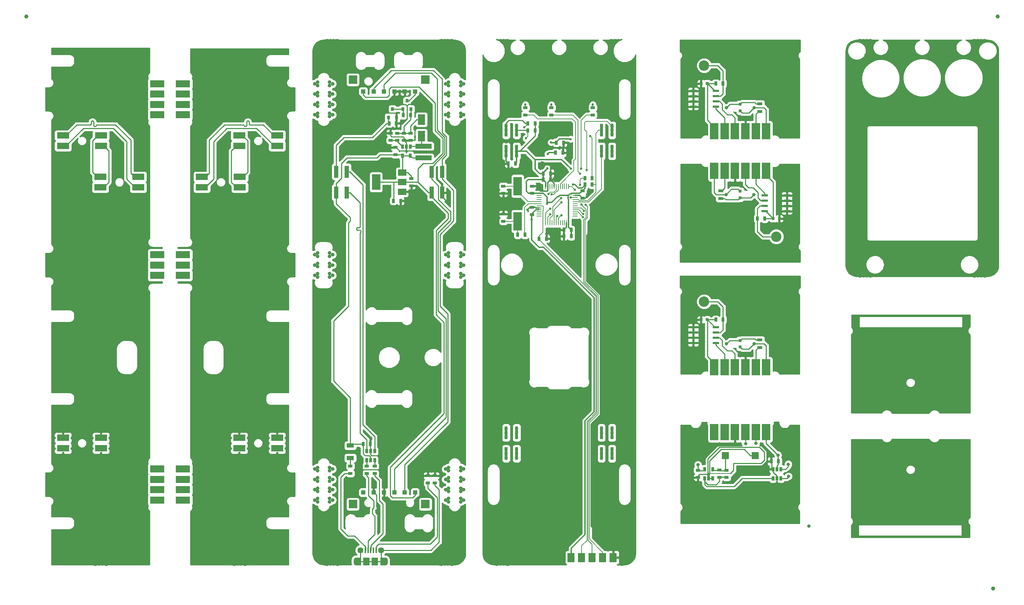
<source format=gtl>
G04 #@! TF.GenerationSoftware,KiCad,Pcbnew,(6.0.0-rc1-dev-509-gcac7479)*
G04 #@! TF.CreationDate,2018-10-23T14:14:01+08:00*
G04 #@! TF.ProjectId,DI-Lambda-UNO-Panelized-v1.7,44492D4C616D6264612D554E4F2D5061,rev?*
G04 #@! TF.SameCoordinates,Original*
G04 #@! TF.FileFunction,Copper,L1,Top,Signal*
G04 #@! TF.FilePolarity,Positive*
%FSLAX46Y46*%
G04 Gerber Fmt 4.6, Leading zero omitted, Abs format (unit mm)*
G04 Created by KiCad (PCBNEW (6.0.0-rc1-dev-509-gcac7479)) date Tue Oct 23 14:14:01 2018*
%MOMM*%
%LPD*%
G01*
G04 APERTURE LIST*
G04 #@! TA.AperFunction,SMDPad,CuDef*
%ADD10R,3.000000X1.500000*%
G04 #@! TD*
G04 #@! TA.AperFunction,ComponentPad*
%ADD11C,0.600000*%
G04 #@! TD*
G04 #@! TA.AperFunction,BGAPad,CuDef*
%ADD12C,1.000000*%
G04 #@! TD*
G04 #@! TA.AperFunction,BGAPad,CuDef*
%ADD13C,2.500000*%
G04 #@! TD*
G04 #@! TA.AperFunction,SMDPad,CuDef*
%ADD14R,2.000000X4.000000*%
G04 #@! TD*
G04 #@! TA.AperFunction,SMDPad,CuDef*
%ADD15R,0.670000X1.000000*%
G04 #@! TD*
G04 #@! TA.AperFunction,SMDPad,CuDef*
%ADD16R,1.750000X1.800000*%
G04 #@! TD*
G04 #@! TA.AperFunction,SMDPad,CuDef*
%ADD17R,1.000000X0.670000*%
G04 #@! TD*
G04 #@! TA.AperFunction,SMDPad,CuDef*
%ADD18R,0.650000X1.060000*%
G04 #@! TD*
G04 #@! TA.AperFunction,ComponentPad*
%ADD19C,0.300000*%
G04 #@! TD*
G04 #@! TA.AperFunction,ComponentPad*
%ADD20R,3.500000X1.700000*%
G04 #@! TD*
G04 #@! TA.AperFunction,SMDPad,CuDef*
%ADD21R,1.200000X1.900000*%
G04 #@! TD*
G04 #@! TA.AperFunction,ComponentPad*
%ADD22O,1.200000X1.900000*%
G04 #@! TD*
G04 #@! TA.AperFunction,SMDPad,CuDef*
%ADD23R,1.500000X1.900000*%
G04 #@! TD*
G04 #@! TA.AperFunction,ComponentPad*
%ADD24C,1.450000*%
G04 #@! TD*
G04 #@! TA.AperFunction,SMDPad,CuDef*
%ADD25R,0.400000X1.350000*%
G04 #@! TD*
G04 #@! TA.AperFunction,SMDPad,CuDef*
%ADD26R,1.800000X2.500000*%
G04 #@! TD*
G04 #@! TA.AperFunction,SMDPad,CuDef*
%ADD27R,1.800000X1.070000*%
G04 #@! TD*
G04 #@! TA.AperFunction,SMDPad,CuDef*
%ADD28R,3.900000X1.200000*%
G04 #@! TD*
G04 #@! TA.AperFunction,SMDPad,CuDef*
%ADD29R,2.000000X1.500000*%
G04 #@! TD*
G04 #@! TA.AperFunction,SMDPad,CuDef*
%ADD30R,2.000000X3.800000*%
G04 #@! TD*
G04 #@! TA.AperFunction,SMDPad,CuDef*
%ADD31R,0.800000X0.900000*%
G04 #@! TD*
G04 #@! TA.AperFunction,SMDPad,CuDef*
%ADD32R,1.000000X3.000000*%
G04 #@! TD*
G04 #@! TA.AperFunction,ComponentPad*
%ADD33C,0.900000*%
G04 #@! TD*
G04 #@! TA.AperFunction,SMDPad,CuDef*
%ADD34R,2.000000X2.000000*%
G04 #@! TD*
G04 #@! TA.AperFunction,SMDPad,CuDef*
%ADD35R,1.000000X1.000000*%
G04 #@! TD*
G04 #@! TA.AperFunction,ComponentPad*
%ADD36C,0.800000*%
G04 #@! TD*
G04 #@! TA.AperFunction,SMDPad,CuDef*
%ADD37R,0.800000X3.150000*%
G04 #@! TD*
G04 #@! TA.AperFunction,SMDPad,CuDef*
%ADD38R,2.000000X4.500000*%
G04 #@! TD*
G04 #@! TA.AperFunction,SMDPad,CuDef*
%ADD39R,0.250000X1.300000*%
G04 #@! TD*
G04 #@! TA.AperFunction,SMDPad,CuDef*
%ADD40R,1.300000X0.250000*%
G04 #@! TD*
G04 #@! TA.AperFunction,SMDPad,CuDef*
%ADD41R,1.700000X2.200000*%
G04 #@! TD*
G04 #@! TA.AperFunction,ConnectorPad*
%ADD42R,1.700000X2.200000*%
G04 #@! TD*
G04 #@! TA.AperFunction,SMDPad,CuDef*
%ADD43R,0.800000X0.800000*%
G04 #@! TD*
G04 #@! TA.AperFunction,SMDPad,CuDef*
%ADD44R,1.300000X0.700000*%
G04 #@! TD*
G04 #@! TA.AperFunction,SMDPad,CuDef*
%ADD45R,0.800000X0.750000*%
G04 #@! TD*
G04 #@! TA.AperFunction,SMDPad,CuDef*
%ADD46R,1.550000X0.600000*%
G04 #@! TD*
G04 #@! TA.AperFunction,ViaPad*
%ADD47C,0.800000*%
G04 #@! TD*
G04 #@! TA.AperFunction,ViaPad*
%ADD48C,0.600000*%
G04 #@! TD*
G04 #@! TA.AperFunction,Conductor*
%ADD49C,0.250000*%
G04 #@! TD*
G04 #@! TA.AperFunction,Conductor*
%ADD50C,0.300000*%
G04 #@! TD*
G04 #@! TA.AperFunction,Conductor*
%ADD51C,0.200000*%
G04 #@! TD*
G04 #@! TA.AperFunction,Conductor*
%ADD52C,0.150000*%
G04 #@! TD*
G04 #@! TA.AperFunction,Conductor*
%ADD53C,0.254000*%
G04 #@! TD*
G04 #@! TA.AperFunction,NonConductor*
%ADD54C,0.254000*%
G04 #@! TD*
G04 APERTURE END LIST*
D10*
G04 #@! TO.P,P402,3*
G04 #@! TO.N,GND*
X37428000Y-137270000D03*
G04 #@! TO.P,P402,1*
X37428000Y-134730000D03*
G04 #@! TO.P,P402,4*
X46572000Y-137270000D03*
G04 #@! TO.P,P402,2*
X46572000Y-134730000D03*
D11*
G04 #@! TO.P,P402,3*
X38444000Y-137651000D03*
X38444000Y-136889000D03*
X36412000Y-137651000D03*
X36412000Y-136889000D03*
G04 #@! TO.P,P402,1*
X38444000Y-135111000D03*
X38444000Y-134349000D03*
X36412000Y-135111000D03*
X36412000Y-134349000D03*
G04 #@! TO.P,P402,4*
X45556000Y-137651000D03*
X45556000Y-136889000D03*
X47588000Y-136889000D03*
X47588000Y-137651000D03*
G04 #@! TO.P,P402,2*
X47588000Y-135111000D03*
X47588000Y-134349000D03*
X45556000Y-134349000D03*
X45556000Y-135111000D03*
G04 #@! TO.P,P402,3*
X37428000Y-137270000D03*
G04 #@! TO.P,P402,1*
X37428000Y-134730000D03*
G04 #@! TO.P,P402,4*
X46572000Y-137270000D03*
G04 #@! TO.P,P402,2*
X46572000Y-134730000D03*
G04 #@! TD*
D10*
G04 #@! TO.P,P401,3*
G04 #@! TO.N,/A-*
X37428000Y-64270000D03*
G04 #@! TO.P,P401,1*
G04 #@! TO.N,/A+*
X37428000Y-61730000D03*
G04 #@! TO.P,P401,4*
G04 #@! TO.N,/B+*
X46572000Y-64270000D03*
G04 #@! TO.P,P401,2*
G04 #@! TO.N,/B-*
X46572000Y-61730000D03*
D11*
G04 #@! TO.P,P401,3*
G04 #@! TO.N,/A-*
X38444000Y-64651000D03*
X38444000Y-63889000D03*
X36412000Y-64651000D03*
X36412000Y-63889000D03*
G04 #@! TO.P,P401,1*
G04 #@! TO.N,/A+*
X38444000Y-62111000D03*
X38444000Y-61349000D03*
X36412000Y-62111000D03*
X36412000Y-61349000D03*
G04 #@! TO.P,P401,4*
G04 #@! TO.N,/B+*
X45556000Y-64651000D03*
X45556000Y-63889000D03*
X47588000Y-63889000D03*
X47588000Y-64651000D03*
G04 #@! TO.P,P401,2*
G04 #@! TO.N,/B-*
X47588000Y-62111000D03*
X47588000Y-61349000D03*
X45556000Y-61349000D03*
X45556000Y-62111000D03*
G04 #@! TO.P,P401,3*
G04 #@! TO.N,/A-*
X37428000Y-64270000D03*
G04 #@! TO.P,P401,1*
G04 #@! TO.N,/A+*
X37428000Y-61730000D03*
G04 #@! TO.P,P401,4*
G04 #@! TO.N,/B+*
X46572000Y-64270000D03*
G04 #@! TO.P,P401,2*
G04 #@! TO.N,/B-*
X46572000Y-61730000D03*
G04 #@! TD*
D10*
G04 #@! TO.P,P403,3*
G04 #@! TO.N,/A+*
X55572000Y-71730000D03*
G04 #@! TO.P,P403,1*
G04 #@! TO.N,/A-*
X55572000Y-74270000D03*
G04 #@! TO.P,P403,4*
G04 #@! TO.N,/B-*
X46428000Y-71730000D03*
G04 #@! TO.P,P403,2*
G04 #@! TO.N,/B+*
X46428000Y-74270000D03*
D11*
G04 #@! TO.P,P403,3*
G04 #@! TO.N,/A+*
X54556000Y-71349000D03*
X54556000Y-72111000D03*
X56588000Y-71349000D03*
X56588000Y-72111000D03*
G04 #@! TO.P,P403,1*
G04 #@! TO.N,/A-*
X54556000Y-73889000D03*
X54556000Y-74651000D03*
X56588000Y-73889000D03*
X56588000Y-74651000D03*
G04 #@! TO.P,P403,4*
G04 #@! TO.N,/B-*
X47444000Y-71349000D03*
X47444000Y-72111000D03*
X45412000Y-72111000D03*
X45412000Y-71349000D03*
G04 #@! TO.P,P403,2*
G04 #@! TO.N,/B+*
X45412000Y-73889000D03*
X45412000Y-74651000D03*
X47444000Y-74651000D03*
X47444000Y-73889000D03*
G04 #@! TO.P,P403,3*
G04 #@! TO.N,/A+*
X55572000Y-71730000D03*
G04 #@! TO.P,P403,1*
G04 #@! TO.N,/A-*
X55572000Y-74270000D03*
G04 #@! TO.P,P403,4*
G04 #@! TO.N,/B-*
X46428000Y-71730000D03*
G04 #@! TO.P,P403,2*
G04 #@! TO.N,/B+*
X46428000Y-74270000D03*
G04 #@! TD*
D10*
G04 #@! TO.P,P302,3*
G04 #@! TO.N,GND*
X89072000Y-134730000D03*
G04 #@! TO.P,P302,1*
X89072000Y-137270000D03*
G04 #@! TO.P,P302,4*
X79928000Y-134730000D03*
G04 #@! TO.P,P302,2*
X79928000Y-137270000D03*
D11*
G04 #@! TO.P,P302,3*
X88056000Y-134349000D03*
X88056000Y-135111000D03*
X90088000Y-134349000D03*
X90088000Y-135111000D03*
G04 #@! TO.P,P302,1*
X88056000Y-136889000D03*
X88056000Y-137651000D03*
X90088000Y-136889000D03*
X90088000Y-137651000D03*
G04 #@! TO.P,P302,4*
X80944000Y-134349000D03*
X80944000Y-135111000D03*
X78912000Y-135111000D03*
X78912000Y-134349000D03*
G04 #@! TO.P,P302,2*
X78912000Y-136889000D03*
X78912000Y-137651000D03*
X80944000Y-137651000D03*
X80944000Y-136889000D03*
G04 #@! TO.P,P302,3*
X89072000Y-134730000D03*
G04 #@! TO.P,P302,1*
X89072000Y-137270000D03*
G04 #@! TO.P,P302,4*
X79928000Y-134730000D03*
G04 #@! TO.P,P302,2*
X79928000Y-137270000D03*
G04 #@! TD*
D10*
G04 #@! TO.P,P301,3*
G04 #@! TO.N,/A-*
X89072000Y-61730000D03*
G04 #@! TO.P,P301,1*
G04 #@! TO.N,/A+*
X89072000Y-64270000D03*
G04 #@! TO.P,P301,4*
G04 #@! TO.N,/B+*
X79928000Y-61730000D03*
G04 #@! TO.P,P301,2*
G04 #@! TO.N,/B-*
X79928000Y-64270000D03*
D11*
G04 #@! TO.P,P301,3*
G04 #@! TO.N,/A-*
X88056000Y-61349000D03*
X88056000Y-62111000D03*
X90088000Y-61349000D03*
X90088000Y-62111000D03*
G04 #@! TO.P,P301,1*
G04 #@! TO.N,/A+*
X88056000Y-63889000D03*
X88056000Y-64651000D03*
X90088000Y-63889000D03*
X90088000Y-64651000D03*
G04 #@! TO.P,P301,4*
G04 #@! TO.N,/B+*
X80944000Y-61349000D03*
X80944000Y-62111000D03*
X78912000Y-62111000D03*
X78912000Y-61349000D03*
G04 #@! TO.P,P301,2*
G04 #@! TO.N,/B-*
X78912000Y-63889000D03*
X78912000Y-64651000D03*
X80944000Y-64651000D03*
X80944000Y-63889000D03*
G04 #@! TO.P,P301,3*
G04 #@! TO.N,/A-*
X89072000Y-61730000D03*
G04 #@! TO.P,P301,1*
G04 #@! TO.N,/A+*
X89072000Y-64270000D03*
G04 #@! TO.P,P301,4*
G04 #@! TO.N,/B+*
X79928000Y-61730000D03*
G04 #@! TO.P,P301,2*
G04 #@! TO.N,/B-*
X79928000Y-64270000D03*
G04 #@! TD*
D10*
G04 #@! TO.P,P303,3*
G04 #@! TO.N,/A+*
X70928000Y-74270000D03*
G04 #@! TO.P,P303,1*
G04 #@! TO.N,/A-*
X70928000Y-71730000D03*
G04 #@! TO.P,P303,4*
G04 #@! TO.N,/B-*
X80072000Y-74270000D03*
G04 #@! TO.P,P303,2*
G04 #@! TO.N,/B+*
X80072000Y-71730000D03*
D11*
G04 #@! TO.P,P303,3*
G04 #@! TO.N,/A+*
X71944000Y-74651000D03*
X71944000Y-73889000D03*
X69912000Y-74651000D03*
X69912000Y-73889000D03*
G04 #@! TO.P,P303,1*
G04 #@! TO.N,/A-*
X71944000Y-72111000D03*
X71944000Y-71349000D03*
X69912000Y-72111000D03*
X69912000Y-71349000D03*
G04 #@! TO.P,P303,4*
G04 #@! TO.N,/B-*
X79056000Y-74651000D03*
X79056000Y-73889000D03*
X81088000Y-73889000D03*
X81088000Y-74651000D03*
G04 #@! TO.P,P303,2*
G04 #@! TO.N,/B+*
X81088000Y-72111000D03*
X81088000Y-71349000D03*
X79056000Y-71349000D03*
X79056000Y-72111000D03*
G04 #@! TO.P,P303,3*
G04 #@! TO.N,/A+*
X70928000Y-74270000D03*
G04 #@! TO.P,P303,1*
G04 #@! TO.N,/A-*
X70928000Y-71730000D03*
G04 #@! TO.P,P303,4*
G04 #@! TO.N,/B-*
X80072000Y-74270000D03*
G04 #@! TO.P,P303,2*
G04 #@! TO.N,/B+*
X80072000Y-71730000D03*
G04 #@! TD*
D12*
G04 #@! TO.P,REF\002A\002A,~*
G04 #@! TO.N,N/C*
X262900000Y-33000000D03*
G04 #@! TD*
G04 #@! TO.P,REF\002A\002A,~*
G04 #@! TO.N,N/C*
X261800000Y-171100000D03*
G04 #@! TD*
D13*
G04 #@! TO.P,W601,1*
G04 #@! TO.N,Net-(R601-Pad2)*
X192100000Y-101850000D03*
G04 #@! TD*
D14*
G04 #@! TO.P,J601,6*
G04 #@! TO.N,/VLED*
X207050000Y-117700000D03*
G04 #@! TO.P,J601,5*
G04 #@! TO.N,/GLED*
X204550000Y-117700000D03*
G04 #@! TO.P,J601,4*
G04 #@! TO.N,GND*
X202050000Y-117700000D03*
G04 #@! TO.P,J601,3*
G04 #@! TO.N,/SCL*
X199550000Y-117700000D03*
G04 #@! TO.P,J601,2*
G04 #@! TO.N,/SDA*
X197050000Y-117700000D03*
G04 #@! TO.P,J601,1*
G04 #@! TO.N,/VCC*
X194550000Y-117700000D03*
G04 #@! TD*
D15*
G04 #@! TO.P,R601,2*
G04 #@! TO.N,Net-(R601-Pad2)*
X196650000Y-106200000D03*
G04 #@! TO.P,R601,1*
G04 #@! TO.N,/VCC*
X194900000Y-106200000D03*
G04 #@! TD*
D13*
G04 #@! TO.P,W601,1*
G04 #@! TO.N,Net-(R601-Pad2)*
X209500000Y-86150000D03*
G04 #@! TD*
D14*
G04 #@! TO.P,J601,6*
G04 #@! TO.N,/VLED*
X194550000Y-70300000D03*
G04 #@! TO.P,J601,5*
G04 #@! TO.N,/GLED*
X197050000Y-70300000D03*
G04 #@! TO.P,J601,4*
G04 #@! TO.N,GND*
X199550000Y-70300000D03*
G04 #@! TO.P,J601,3*
G04 #@! TO.N,/SCL*
X202050000Y-70300000D03*
G04 #@! TO.P,J601,2*
G04 #@! TO.N,/SDA*
X204550000Y-70300000D03*
G04 #@! TO.P,J601,1*
G04 #@! TO.N,/VCC*
X207050000Y-70300000D03*
G04 #@! TD*
D15*
G04 #@! TO.P,R601,2*
G04 #@! TO.N,Net-(R601-Pad2)*
X204950000Y-81800000D03*
G04 #@! TO.P,R601,1*
G04 #@! TO.N,/VCC*
X206700000Y-81800000D03*
G04 #@! TD*
D16*
G04 #@! TO.P,D501,1*
G04 #@! TO.N,Net-(C501-Pad2)*
X197200000Y-139000000D03*
G04 #@! TO.P,D501,2*
G04 #@! TO.N,GND*
X204400000Y-139000000D03*
G04 #@! TD*
D14*
G04 #@! TO.P,J501,6*
G04 #@! TO.N,Net-(J501-Pad6)*
X194550000Y-133300000D03*
G04 #@! TO.P,J501,5*
G04 #@! TO.N,Net-(J501-Pad5)*
X197050000Y-133300000D03*
G04 #@! TO.P,J501,4*
G04 #@! TO.N,GND*
X199550000Y-133300000D03*
G04 #@! TO.P,J501,3*
G04 #@! TO.N,/SCL*
X202050000Y-133300000D03*
G04 #@! TO.P,J501,2*
G04 #@! TO.N,/SDA*
X204550000Y-133300000D03*
G04 #@! TO.P,J501,1*
G04 #@! TO.N,/VCC*
X207050000Y-133300000D03*
G04 #@! TD*
D17*
G04 #@! TO.P,R501,2*
G04 #@! TO.N,Net-(C501-Pad2)*
X197500000Y-142525000D03*
G04 #@! TO.P,R501,1*
G04 #@! TO.N,Net-(C501-Pad1)*
X197500000Y-144275000D03*
G04 #@! TD*
D18*
G04 #@! TO.P,U502,5*
G04 #@! TO.N,/VCC*
X209650000Y-142300000D03*
G04 #@! TO.P,U502,6*
G04 #@! TO.N,GND*
X208700000Y-142300000D03*
G04 #@! TO.P,U502,4*
G04 #@! TO.N,/SDA*
X210600000Y-142300000D03*
G04 #@! TO.P,U502,3*
G04 #@! TO.N,/SCL*
X210600000Y-144500000D03*
G04 #@! TO.P,U502,2*
G04 #@! TO.N,GND*
X209650000Y-144500000D03*
G04 #@! TO.P,U502,1*
G04 #@! TO.N,Net-(C501-Pad1)*
X208700000Y-144500000D03*
G04 #@! TD*
G04 #@! TO.P,U501,5*
G04 #@! TO.N,/VCC*
X192250000Y-142300000D03*
G04 #@! TO.P,U501,4*
G04 #@! TO.N,Net-(C501-Pad2)*
X194150000Y-142300000D03*
G04 #@! TO.P,U501,3*
G04 #@! TO.N,GND*
X194150000Y-144500000D03*
G04 #@! TO.P,U501,2*
X193200000Y-144500000D03*
G04 #@! TO.P,U501,1*
G04 #@! TO.N,Net-(C501-Pad1)*
X192250000Y-144500000D03*
G04 #@! TD*
D17*
G04 #@! TO.P,C501,2*
G04 #@! TO.N,Net-(C501-Pad2)*
X195800000Y-142475000D03*
G04 #@! TO.P,C501,1*
G04 #@! TO.N,Net-(C501-Pad1)*
X195800000Y-144225000D03*
G04 #@! TD*
D15*
G04 #@! TO.P,C502,2*
G04 #@! TO.N,GND*
X208275000Y-140400000D03*
G04 #@! TO.P,C502,1*
G04 #@! TO.N,/VCC*
X210025000Y-140400000D03*
G04 #@! TD*
D17*
G04 #@! TO.P,C503,2*
G04 #@! TO.N,GND*
X190600000Y-144275000D03*
G04 #@! TO.P,C503,1*
G04 #@! TO.N,/VCC*
X190600000Y-142525000D03*
G04 #@! TD*
D19*
G04 #@! TO.P,P405,3*
G04 #@! TO.N,Net-(P405-Pad3)*
X61250000Y-96000000D03*
G04 #@! TO.P,P405,2*
G04 #@! TO.N,Net-(P405-Pad2)*
X61250000Y-93500000D03*
G04 #@! TO.P,P405,1*
G04 #@! TO.N,Net-(P405-Pad1)*
X61250000Y-91000000D03*
G04 #@! TO.P,P405,3*
G04 #@! TO.N,Net-(P405-Pad3)*
X61250000Y-95000000D03*
G04 #@! TO.P,P405,2*
G04 #@! TO.N,Net-(P405-Pad2)*
X61250000Y-92500000D03*
G04 #@! TO.P,P405,1*
G04 #@! TO.N,Net-(P405-Pad1)*
X61250000Y-90000000D03*
D20*
G04 #@! TO.P,P405,3*
G04 #@! TO.N,Net-(P405-Pad3)*
X60150000Y-95500000D03*
G04 #@! TO.P,P405,1*
G04 #@! TO.N,Net-(P405-Pad1)*
X60150000Y-90500000D03*
G04 #@! TO.P,P405,2*
G04 #@! TO.N,Net-(P405-Pad2)*
X60150000Y-93000000D03*
G04 #@! TD*
D19*
G04 #@! TO.P,P406,4*
G04 #@! TO.N,Net-(P406-Pad4)*
X61250000Y-150250000D03*
G04 #@! TO.P,P406,3*
G04 #@! TO.N,Net-(P406-Pad3)*
X61250000Y-147750000D03*
G04 #@! TO.P,P406,2*
G04 #@! TO.N,Net-(P406-Pad2)*
X61250000Y-145250000D03*
G04 #@! TO.P,P406,1*
G04 #@! TO.N,Net-(P406-Pad1)*
X61250000Y-142750000D03*
G04 #@! TO.P,P406,4*
G04 #@! TO.N,Net-(P406-Pad4)*
X61250000Y-149250000D03*
G04 #@! TO.P,P406,3*
G04 #@! TO.N,Net-(P406-Pad3)*
X61250000Y-146750000D03*
G04 #@! TO.P,P406,2*
G04 #@! TO.N,Net-(P406-Pad2)*
X61250000Y-144250000D03*
G04 #@! TO.P,P406,1*
G04 #@! TO.N,Net-(P406-Pad1)*
X61250000Y-141750000D03*
D20*
G04 #@! TO.P,P406,4*
G04 #@! TO.N,Net-(P406-Pad4)*
X60150000Y-149750000D03*
G04 #@! TO.P,P406,3*
G04 #@! TO.N,Net-(P406-Pad3)*
X60150000Y-147250000D03*
G04 #@! TO.P,P406,1*
G04 #@! TO.N,Net-(P406-Pad1)*
X60150000Y-142250000D03*
G04 #@! TO.P,P406,2*
G04 #@! TO.N,Net-(P406-Pad2)*
X60150000Y-144750000D03*
G04 #@! TD*
D19*
G04 #@! TO.P,P404,4*
G04 #@! TO.N,Net-(P404-Pad4)*
X61250000Y-57250000D03*
G04 #@! TO.P,P404,3*
G04 #@! TO.N,Net-(P404-Pad3)*
X61250000Y-54750000D03*
G04 #@! TO.P,P404,2*
G04 #@! TO.N,Net-(P404-Pad2)*
X61250000Y-52250000D03*
G04 #@! TO.P,P404,1*
G04 #@! TO.N,Net-(P404-Pad1)*
X61250000Y-49750000D03*
G04 #@! TO.P,P404,4*
G04 #@! TO.N,Net-(P404-Pad4)*
X61250000Y-56250000D03*
G04 #@! TO.P,P404,3*
G04 #@! TO.N,Net-(P404-Pad3)*
X61250000Y-53750000D03*
G04 #@! TO.P,P404,2*
G04 #@! TO.N,Net-(P404-Pad2)*
X61250000Y-51250000D03*
G04 #@! TO.P,P404,1*
G04 #@! TO.N,Net-(P404-Pad1)*
X61250000Y-48750000D03*
D20*
G04 #@! TO.P,P404,4*
G04 #@! TO.N,Net-(P404-Pad4)*
X60150000Y-56750000D03*
G04 #@! TO.P,P404,3*
G04 #@! TO.N,Net-(P404-Pad3)*
X60150000Y-54250000D03*
G04 #@! TO.P,P404,1*
G04 #@! TO.N,Net-(P404-Pad1)*
X60150000Y-49250000D03*
G04 #@! TO.P,P404,2*
G04 #@! TO.N,Net-(P404-Pad2)*
X60150000Y-51750000D03*
G04 #@! TD*
D19*
G04 #@! TO.P,P305,3*
G04 #@! TO.N,Net-(P305-Pad3)*
X65250000Y-96000000D03*
G04 #@! TO.P,P305,2*
G04 #@! TO.N,Net-(P305-Pad2)*
X65250000Y-93500000D03*
G04 #@! TO.P,P305,1*
G04 #@! TO.N,Net-(P305-Pad1)*
X65250000Y-91000000D03*
G04 #@! TO.P,P305,3*
G04 #@! TO.N,Net-(P305-Pad3)*
X65250000Y-95000000D03*
G04 #@! TO.P,P305,2*
G04 #@! TO.N,Net-(P305-Pad2)*
X65250000Y-92500000D03*
G04 #@! TO.P,P305,1*
G04 #@! TO.N,Net-(P305-Pad1)*
X65250000Y-90000000D03*
D20*
G04 #@! TO.P,P305,3*
G04 #@! TO.N,Net-(P305-Pad3)*
X66350000Y-95500000D03*
G04 #@! TO.P,P305,1*
G04 #@! TO.N,Net-(P305-Pad1)*
X66350000Y-90500000D03*
G04 #@! TO.P,P305,2*
G04 #@! TO.N,Net-(P305-Pad2)*
X66350000Y-93000000D03*
G04 #@! TD*
D19*
G04 #@! TO.P,P306,4*
G04 #@! TO.N,Net-(P306-Pad4)*
X65250000Y-150250000D03*
G04 #@! TO.P,P306,3*
G04 #@! TO.N,Net-(P306-Pad3)*
X65250000Y-147750000D03*
G04 #@! TO.P,P306,2*
G04 #@! TO.N,Net-(P306-Pad2)*
X65250000Y-145250000D03*
G04 #@! TO.P,P306,1*
G04 #@! TO.N,Net-(P306-Pad1)*
X65250000Y-142750000D03*
G04 #@! TO.P,P306,4*
G04 #@! TO.N,Net-(P306-Pad4)*
X65250000Y-149250000D03*
G04 #@! TO.P,P306,3*
G04 #@! TO.N,Net-(P306-Pad3)*
X65250000Y-146750000D03*
G04 #@! TO.P,P306,2*
G04 #@! TO.N,Net-(P306-Pad2)*
X65250000Y-144250000D03*
G04 #@! TO.P,P306,1*
G04 #@! TO.N,Net-(P306-Pad1)*
X65250000Y-141750000D03*
D20*
G04 #@! TO.P,P306,4*
G04 #@! TO.N,Net-(P306-Pad4)*
X66350000Y-149750000D03*
G04 #@! TO.P,P306,3*
G04 #@! TO.N,Net-(P306-Pad3)*
X66350000Y-147250000D03*
G04 #@! TO.P,P306,1*
G04 #@! TO.N,Net-(P306-Pad1)*
X66350000Y-142250000D03*
G04 #@! TO.P,P306,2*
G04 #@! TO.N,Net-(P306-Pad2)*
X66350000Y-144750000D03*
G04 #@! TD*
D19*
G04 #@! TO.P,P304,4*
G04 #@! TO.N,Net-(P304-Pad4)*
X65250000Y-57250000D03*
G04 #@! TO.P,P304,3*
G04 #@! TO.N,Net-(P304-Pad3)*
X65250000Y-54750000D03*
G04 #@! TO.P,P304,2*
G04 #@! TO.N,Net-(P304-Pad2)*
X65250000Y-52250000D03*
G04 #@! TO.P,P304,1*
G04 #@! TO.N,Net-(P304-Pad1)*
X65250000Y-49750000D03*
G04 #@! TO.P,P304,4*
G04 #@! TO.N,Net-(P304-Pad4)*
X65250000Y-56250000D03*
G04 #@! TO.P,P304,3*
G04 #@! TO.N,Net-(P304-Pad3)*
X65250000Y-53750000D03*
G04 #@! TO.P,P304,2*
G04 #@! TO.N,Net-(P304-Pad2)*
X65250000Y-51250000D03*
G04 #@! TO.P,P304,1*
G04 #@! TO.N,Net-(P304-Pad1)*
X65250000Y-48750000D03*
D20*
G04 #@! TO.P,P304,4*
G04 #@! TO.N,Net-(P304-Pad4)*
X66350000Y-56750000D03*
G04 #@! TO.P,P304,3*
G04 #@! TO.N,Net-(P304-Pad3)*
X66350000Y-54250000D03*
G04 #@! TO.P,P304,1*
G04 #@! TO.N,Net-(P304-Pad1)*
X66350000Y-49250000D03*
G04 #@! TO.P,P304,2*
G04 #@! TO.N,Net-(P304-Pad2)*
X66350000Y-51750000D03*
G04 #@! TD*
D18*
G04 #@! TO.P,U101,5*
G04 #@! TO.N,/VBUS*
X111650000Y-140150000D03*
G04 #@! TO.P,U101,6*
G04 #@! TO.N,/_D_P*
X112600000Y-140150000D03*
G04 #@! TO.P,U101,4*
G04 #@! TO.N,/_D_N*
X110700000Y-140150000D03*
G04 #@! TO.P,U101,3*
G04 #@! TO.N,/D_N*
X110700000Y-137950000D03*
G04 #@! TO.P,U101,2*
G04 #@! TO.N,GND*
X111650000Y-137950000D03*
G04 #@! TO.P,U101,1*
G04 #@! TO.N,/D_P*
X112600000Y-137950000D03*
G04 #@! TD*
D21*
G04 #@! TO.P,J101,6*
G04 #@! TO.N,Net-(J101-Pad6)*
X108750000Y-164537500D03*
X114550000Y-164537500D03*
D22*
X115150000Y-164537500D03*
X108150000Y-164537500D03*
D23*
X110650000Y-164537500D03*
D24*
X114150000Y-161837500D03*
D25*
G04 #@! TO.P,J101,3*
G04 #@! TO.N,/DI_P*
X111650000Y-161837500D03*
G04 #@! TO.P,J101,4*
G04 #@! TO.N,Net-(J101-Pad4)*
X112300000Y-161837500D03*
G04 #@! TO.P,J101,5*
G04 #@! TO.N,Net-(J101-Pad5)*
X112950000Y-161837500D03*
G04 #@! TO.P,J101,1*
G04 #@! TO.N,Net-(J101-Pad1)*
X110350000Y-161837500D03*
G04 #@! TO.P,J101,2*
G04 #@! TO.N,/DI_N*
X111000000Y-161837500D03*
D24*
G04 #@! TO.P,J101,6*
G04 #@! TO.N,Net-(J101-Pad6)*
X109150000Y-161837500D03*
D23*
X112650000Y-164537500D03*
G04 #@! TD*
D26*
G04 #@! TO.P,D101,2*
G04 #@! TO.N,/SW*
X123900000Y-61900000D03*
G04 #@! TO.P,D101,1*
G04 #@! TO.N,/12v*
X123900000Y-57900000D03*
G04 #@! TD*
D27*
G04 #@! TO.P,F101,2*
G04 #@! TO.N,Net-(F101-Pad2)*
X106750000Y-139605000D03*
G04 #@! TO.P,F101,1*
G04 #@! TO.N,/VBUS*
X106750000Y-136595000D03*
G04 #@! TD*
D28*
G04 #@! TO.P,L104,2*
G04 #@! TO.N,/VBUS*
X124400000Y-67150000D03*
G04 #@! TO.P,L104,1*
G04 #@! TO.N,/SW*
X124400000Y-64350000D03*
G04 #@! TD*
D17*
G04 #@! TO.P,C104,2*
G04 #@! TO.N,GND*
X121250000Y-62925000D03*
G04 #@! TO.P,C104,1*
G04 #@! TO.N,/12v*
X121250000Y-61175000D03*
G04 #@! TD*
D29*
G04 #@! TO.P,U102,1*
G04 #@! TO.N,GND*
X119250000Y-75300000D03*
G04 #@! TO.P,U102,3*
G04 #@! TO.N,/VBUS*
X119250000Y-70700000D03*
G04 #@! TO.P,U102,2*
G04 #@! TO.N,/VCC*
X119250000Y-73000000D03*
D30*
X112950000Y-73000000D03*
G04 #@! TD*
D31*
G04 #@! TO.P,Q101,3*
G04 #@! TO.N,/VLED*
X120400000Y-53350000D03*
G04 #@! TO.P,Q101,2*
G04 #@! TO.N,/12v*
X121350000Y-55350000D03*
G04 #@! TO.P,Q101,1*
G04 #@! TO.N,Net-(Q101-Pad1)*
X119450000Y-55350000D03*
G04 #@! TD*
D15*
G04 #@! TO.P,R103,2*
G04 #@! TO.N,Net-(Q101-Pad1)*
X119525000Y-56800000D03*
G04 #@! TO.P,R103,1*
G04 #@! TO.N,/12v*
X121275000Y-56800000D03*
G04 #@! TD*
D32*
G04 #@! TO.P,J105,4*
G04 #@! TO.N,/LED_PWM*
X103330000Y-70480000D03*
G04 #@! TO.P,J105,3*
G04 #@! TO.N,/VBUS*
X103330000Y-75520000D03*
G04 #@! TO.P,J105,2*
G04 #@! TO.N,/D_P*
X105870000Y-70480000D03*
G04 #@! TO.P,J105,1*
G04 #@! TO.N,/D_N*
X105870000Y-75520000D03*
G04 #@! TD*
D18*
G04 #@! TO.P,U103,5*
G04 #@! TO.N,/VBUS*
X121195000Y-66600000D03*
G04 #@! TO.P,U103,4*
X119295000Y-66600000D03*
G04 #@! TO.P,U103,3*
G04 #@! TO.N,Net-(R105-Pad2)*
X119295000Y-64400000D03*
G04 #@! TO.P,U103,2*
G04 #@! TO.N,GND*
X120245000Y-64400000D03*
G04 #@! TO.P,U103,1*
G04 #@! TO.N,/SW*
X121195000Y-64400000D03*
G04 #@! TD*
D32*
G04 #@! TO.P,J106,4*
G04 #@! TO.N,GND*
X128870000Y-75520000D03*
G04 #@! TO.P,J106,3*
G04 #@! TO.N,/SDA*
X128870000Y-70480000D03*
G04 #@! TO.P,J106,2*
G04 #@! TO.N,/VCC*
X126330000Y-75520000D03*
G04 #@! TO.P,J106,1*
G04 #@! TO.N,/SCL*
X126330000Y-70480000D03*
G04 #@! TD*
D17*
G04 #@! TO.P,C102,2*
G04 #@! TO.N,/VBUS*
X121450000Y-72125000D03*
G04 #@! TO.P,C102,1*
G04 #@! TO.N,GND*
X121450000Y-73875000D03*
G04 #@! TD*
D15*
G04 #@! TO.P,C103,2*
G04 #@! TO.N,/VCC*
X117125000Y-77500000D03*
G04 #@! TO.P,C103,1*
G04 #@! TO.N,GND*
X118875000Y-77500000D03*
G04 #@! TD*
D17*
G04 #@! TO.P,C105,2*
G04 #@! TO.N,/VBUS*
X117600000Y-66375000D03*
G04 #@! TO.P,C105,1*
G04 #@! TO.N,GND*
X117600000Y-64625000D03*
G04 #@! TD*
D15*
G04 #@! TO.P,C101,2*
G04 #@! TO.N,GND*
X111575000Y-136200000D03*
G04 #@! TO.P,C101,1*
G04 #@! TO.N,/VBUS*
X109825000Y-136200000D03*
G04 #@! TD*
D17*
G04 #@! TO.P,C106,2*
G04 #@! TO.N,GND*
X119650000Y-62925000D03*
G04 #@! TO.P,C106,1*
G04 #@! TO.N,/12v*
X119650000Y-61175000D03*
G04 #@! TD*
G04 #@! TO.P,L101,2*
G04 #@! TO.N,Net-(J101-Pad1)*
X106750000Y-143325000D03*
G04 #@! TO.P,L101,1*
G04 #@! TO.N,Net-(F101-Pad2)*
X106750000Y-141575000D03*
G04 #@! TD*
G04 #@! TO.P,L103,2*
G04 #@! TO.N,GND*
X125450000Y-143875000D03*
G04 #@! TO.P,L103,1*
G04 #@! TO.N,Net-(J101-Pad5)*
X125450000Y-145625000D03*
G04 #@! TD*
G04 #@! TO.P,L102,2*
G04 #@! TO.N,GND*
X127150000Y-143875000D03*
G04 #@! TO.P,L102,1*
G04 #@! TO.N,Net-(J101-Pad6)*
X127150000Y-145625000D03*
G04 #@! TD*
D31*
G04 #@! TO.P,Q102,3*
G04 #@! TO.N,Net-(Q101-Pad1)*
X116900000Y-55350000D03*
G04 #@! TO.P,Q102,2*
G04 #@! TO.N,GND*
X117850000Y-57350000D03*
G04 #@! TO.P,Q102,1*
G04 #@! TO.N,/LED_PWM*
X115950000Y-57350000D03*
G04 #@! TD*
D17*
G04 #@! TO.P,R106,2*
G04 #@! TO.N,GND*
X116450000Y-61175000D03*
G04 #@! TO.P,R106,1*
G04 #@! TO.N,Net-(R105-Pad2)*
X116450000Y-62925000D03*
G04 #@! TD*
G04 #@! TO.P,R105,2*
G04 #@! TO.N,Net-(R105-Pad2)*
X118050000Y-62925000D03*
G04 #@! TO.P,R105,1*
G04 #@! TO.N,/12v*
X118050000Y-61175000D03*
G04 #@! TD*
G04 #@! TO.P,R101,2*
G04 #@! TO.N,/DI_P*
X112600000Y-143325000D03*
G04 #@! TO.P,R101,1*
G04 #@! TO.N,/_D_P*
X112600000Y-141575000D03*
G04 #@! TD*
G04 #@! TO.P,R102,2*
G04 #@! TO.N,/DI_N*
X110700000Y-143325000D03*
G04 #@! TO.P,R102,1*
G04 #@! TO.N,/_D_N*
X110700000Y-141575000D03*
G04 #@! TD*
D15*
G04 #@! TO.P,R104,2*
G04 #@! TO.N,GND*
X117825000Y-58800000D03*
G04 #@! TO.P,R104,1*
G04 #@! TO.N,/LED_PWM*
X116075000Y-58800000D03*
G04 #@! TD*
D33*
G04 #@! TO.P,J111,2*
G04 #@! TO.N,Net-(J111-Pad2)*
X129750000Y-49250000D03*
X130450000Y-49650000D03*
G04 #@! TO.P,J111,4*
G04 #@! TO.N,Net-(J111-Pad4)*
X129750000Y-51750000D03*
X130450000Y-52150000D03*
G04 #@! TO.P,J111,6*
G04 #@! TO.N,Net-(J111-Pad6)*
X129750000Y-54250000D03*
X130450000Y-54650000D03*
G04 #@! TO.P,J111,8*
G04 #@! TO.N,Net-(J111-Pad8)*
X129750000Y-56750000D03*
X130450000Y-57150000D03*
G04 #@! TO.P,J111,7*
G04 #@! TO.N,Net-(J111-Pad7)*
X134050000Y-56750000D03*
X133350000Y-57150000D03*
G04 #@! TO.P,J111,5*
G04 #@! TO.N,Net-(J111-Pad5)*
X134050000Y-54250000D03*
X133350000Y-54650000D03*
G04 #@! TO.P,J111,3*
G04 #@! TO.N,Net-(J111-Pad3)*
X134050000Y-51750000D03*
X133350000Y-52150000D03*
G04 #@! TO.P,J111,1*
G04 #@! TO.N,Net-(J111-Pad1)*
X134050000Y-49250000D03*
X133350000Y-49650000D03*
G04 #@! TO.P,J111,7*
G04 #@! TO.N,Net-(J111-Pad7)*
X133350000Y-56350000D03*
G04 #@! TO.P,J111,5*
G04 #@! TO.N,Net-(J111-Pad5)*
X133350000Y-53850000D03*
G04 #@! TO.P,J111,3*
G04 #@! TO.N,Net-(J111-Pad3)*
X133350000Y-51350000D03*
G04 #@! TO.P,J111,8*
G04 #@! TO.N,Net-(J111-Pad8)*
X130450000Y-56350000D03*
G04 #@! TO.P,J111,6*
G04 #@! TO.N,Net-(J111-Pad6)*
X130450000Y-53850000D03*
G04 #@! TO.P,J111,4*
G04 #@! TO.N,Net-(J111-Pad4)*
X130450000Y-51350000D03*
G04 #@! TO.P,J111,2*
G04 #@! TO.N,Net-(J111-Pad2)*
X130450000Y-48850000D03*
G04 #@! TO.P,J111,1*
G04 #@! TO.N,Net-(J111-Pad1)*
X133350000Y-48850000D03*
G04 #@! TD*
G04 #@! TO.P,J103,2*
G04 #@! TO.N,Net-(J103-Pad2)*
X98150000Y-49250000D03*
X98850000Y-49650000D03*
G04 #@! TO.P,J103,4*
G04 #@! TO.N,Net-(J103-Pad4)*
X98150000Y-51750000D03*
X98850000Y-52150000D03*
G04 #@! TO.P,J103,6*
G04 #@! TO.N,Net-(J103-Pad6)*
X98150000Y-54250000D03*
X98850000Y-54650000D03*
G04 #@! TO.P,J103,8*
G04 #@! TO.N,Net-(J103-Pad8)*
X98150000Y-56750000D03*
X98850000Y-57150000D03*
G04 #@! TO.P,J103,7*
G04 #@! TO.N,Net-(J103-Pad7)*
X102450000Y-56750000D03*
X101750000Y-57150000D03*
G04 #@! TO.P,J103,5*
G04 #@! TO.N,Net-(J103-Pad5)*
X102450000Y-54250000D03*
X101750000Y-54650000D03*
G04 #@! TO.P,J103,3*
G04 #@! TO.N,Net-(J103-Pad3)*
X102450000Y-51750000D03*
X101750000Y-52150000D03*
G04 #@! TO.P,J103,1*
G04 #@! TO.N,Net-(J103-Pad1)*
X102450000Y-49250000D03*
X101750000Y-49650000D03*
G04 #@! TO.P,J103,7*
G04 #@! TO.N,Net-(J103-Pad7)*
X101750000Y-56350000D03*
G04 #@! TO.P,J103,5*
G04 #@! TO.N,Net-(J103-Pad5)*
X101750000Y-53850000D03*
G04 #@! TO.P,J103,3*
G04 #@! TO.N,Net-(J103-Pad3)*
X101750000Y-51350000D03*
G04 #@! TO.P,J103,8*
G04 #@! TO.N,Net-(J103-Pad8)*
X98850000Y-56350000D03*
G04 #@! TO.P,J103,6*
G04 #@! TO.N,Net-(J103-Pad6)*
X98850000Y-53850000D03*
G04 #@! TO.P,J103,4*
G04 #@! TO.N,Net-(J103-Pad4)*
X98850000Y-51350000D03*
G04 #@! TO.P,J103,2*
G04 #@! TO.N,Net-(J103-Pad2)*
X98850000Y-48850000D03*
G04 #@! TO.P,J103,1*
G04 #@! TO.N,Net-(J103-Pad1)*
X101750000Y-48850000D03*
G04 #@! TD*
G04 #@! TO.P,J104,2*
G04 #@! TO.N,Net-(J104-Pad2)*
X129750000Y-142250000D03*
X130450000Y-142650000D03*
G04 #@! TO.P,J104,4*
G04 #@! TO.N,Net-(J104-Pad4)*
X129750000Y-144750000D03*
X130450000Y-145150000D03*
G04 #@! TO.P,J104,6*
G04 #@! TO.N,Net-(J104-Pad6)*
X129750000Y-147250000D03*
X130450000Y-147650000D03*
G04 #@! TO.P,J104,8*
G04 #@! TO.N,Net-(J104-Pad8)*
X129750000Y-149750000D03*
X130450000Y-150150000D03*
G04 #@! TO.P,J104,7*
G04 #@! TO.N,Net-(J104-Pad7)*
X134050000Y-149750000D03*
X133350000Y-150150000D03*
G04 #@! TO.P,J104,5*
G04 #@! TO.N,Net-(J104-Pad5)*
X134050000Y-147250000D03*
X133350000Y-147650000D03*
G04 #@! TO.P,J104,3*
G04 #@! TO.N,Net-(J104-Pad3)*
X134050000Y-144750000D03*
X133350000Y-145150000D03*
G04 #@! TO.P,J104,1*
G04 #@! TO.N,Net-(J104-Pad1)*
X134050000Y-142250000D03*
X133350000Y-142650000D03*
G04 #@! TO.P,J104,7*
G04 #@! TO.N,Net-(J104-Pad7)*
X133350000Y-149350000D03*
G04 #@! TO.P,J104,5*
G04 #@! TO.N,Net-(J104-Pad5)*
X133350000Y-146850000D03*
G04 #@! TO.P,J104,3*
G04 #@! TO.N,Net-(J104-Pad3)*
X133350000Y-144350000D03*
G04 #@! TO.P,J104,8*
G04 #@! TO.N,Net-(J104-Pad8)*
X130450000Y-149350000D03*
G04 #@! TO.P,J104,6*
G04 #@! TO.N,Net-(J104-Pad6)*
X130450000Y-146850000D03*
G04 #@! TO.P,J104,4*
G04 #@! TO.N,Net-(J104-Pad4)*
X130450000Y-144350000D03*
G04 #@! TO.P,J104,2*
G04 #@! TO.N,Net-(J104-Pad2)*
X130450000Y-141850000D03*
G04 #@! TO.P,J104,1*
G04 #@! TO.N,Net-(J104-Pad1)*
X133350000Y-141850000D03*
G04 #@! TD*
G04 #@! TO.P,J110,2*
G04 #@! TO.N,Net-(J110-Pad2)*
X98150000Y-142250000D03*
X98850000Y-142650000D03*
G04 #@! TO.P,J110,4*
G04 #@! TO.N,Net-(J110-Pad4)*
X98150000Y-144750000D03*
X98850000Y-145150000D03*
G04 #@! TO.P,J110,6*
G04 #@! TO.N,Net-(J110-Pad6)*
X98150000Y-147250000D03*
X98850000Y-147650000D03*
G04 #@! TO.P,J110,8*
G04 #@! TO.N,Net-(J110-Pad8)*
X98150000Y-149750000D03*
X98850000Y-150150000D03*
G04 #@! TO.P,J110,7*
G04 #@! TO.N,Net-(J110-Pad7)*
X102450000Y-149750000D03*
X101750000Y-150150000D03*
G04 #@! TO.P,J110,5*
G04 #@! TO.N,Net-(J110-Pad5)*
X102450000Y-147250000D03*
X101750000Y-147650000D03*
G04 #@! TO.P,J110,3*
G04 #@! TO.N,Net-(J110-Pad3)*
X102450000Y-144750000D03*
X101750000Y-145150000D03*
G04 #@! TO.P,J110,1*
G04 #@! TO.N,Net-(J110-Pad1)*
X102450000Y-142250000D03*
X101750000Y-142650000D03*
G04 #@! TO.P,J110,7*
G04 #@! TO.N,Net-(J110-Pad7)*
X101750000Y-149350000D03*
G04 #@! TO.P,J110,5*
G04 #@! TO.N,Net-(J110-Pad5)*
X101750000Y-146850000D03*
G04 #@! TO.P,J110,3*
G04 #@! TO.N,Net-(J110-Pad3)*
X101750000Y-144350000D03*
G04 #@! TO.P,J110,8*
G04 #@! TO.N,Net-(J110-Pad8)*
X98850000Y-149350000D03*
G04 #@! TO.P,J110,6*
G04 #@! TO.N,Net-(J110-Pad6)*
X98850000Y-146850000D03*
G04 #@! TO.P,J110,4*
G04 #@! TO.N,Net-(J110-Pad4)*
X98850000Y-144350000D03*
G04 #@! TO.P,J110,2*
G04 #@! TO.N,Net-(J110-Pad2)*
X98850000Y-141850000D03*
G04 #@! TO.P,J110,1*
G04 #@! TO.N,Net-(J110-Pad1)*
X101750000Y-141850000D03*
G04 #@! TD*
G04 #@! TO.P,J108,5*
G04 #@! TO.N,Net-(J108-Pad5)*
X133350000Y-95900000D03*
X133350000Y-95100000D03*
G04 #@! TO.P,J108,3*
G04 #@! TO.N,Net-(J108-Pad3)*
X133350000Y-93400000D03*
X133350000Y-92600000D03*
G04 #@! TO.P,J108,1*
G04 #@! TO.N,Net-(J108-Pad1)*
X133350000Y-90900000D03*
X133350000Y-90100000D03*
G04 #@! TO.P,J108,6*
G04 #@! TO.N,Net-(J108-Pad6)*
X129750000Y-95500000D03*
X130450000Y-95900000D03*
G04 #@! TO.P,J108,4*
G04 #@! TO.N,Net-(J108-Pad4)*
X129750000Y-93000000D03*
X130450000Y-93400000D03*
G04 #@! TO.P,J108,5*
G04 #@! TO.N,Net-(J108-Pad5)*
X134050000Y-95500000D03*
G04 #@! TO.P,J108,3*
G04 #@! TO.N,Net-(J108-Pad3)*
X134050000Y-93000000D03*
G04 #@! TO.P,J108,1*
G04 #@! TO.N,Net-(J108-Pad1)*
X134050000Y-90500000D03*
G04 #@! TO.P,J108,6*
G04 #@! TO.N,Net-(J108-Pad6)*
X130450000Y-95100000D03*
G04 #@! TO.P,J108,4*
G04 #@! TO.N,Net-(J108-Pad4)*
X130450000Y-92600000D03*
G04 #@! TO.P,J108,2*
G04 #@! TO.N,Net-(J108-Pad2)*
X129750000Y-90500000D03*
X130450000Y-90900000D03*
X130450000Y-90100000D03*
G04 #@! TD*
G04 #@! TO.P,J109,5*
G04 #@! TO.N,Net-(J109-Pad5)*
X101750000Y-95900000D03*
X101750000Y-95100000D03*
G04 #@! TO.P,J109,3*
G04 #@! TO.N,Net-(J109-Pad3)*
X101750000Y-93400000D03*
X101750000Y-92600000D03*
G04 #@! TO.P,J109,1*
G04 #@! TO.N,Net-(J109-Pad1)*
X101750000Y-90900000D03*
X101750000Y-90100000D03*
G04 #@! TO.P,J109,6*
G04 #@! TO.N,Net-(J109-Pad6)*
X98150000Y-95500000D03*
X98850000Y-95900000D03*
G04 #@! TO.P,J109,4*
G04 #@! TO.N,Net-(J109-Pad4)*
X98150000Y-93000000D03*
X98850000Y-93400000D03*
G04 #@! TO.P,J109,5*
G04 #@! TO.N,Net-(J109-Pad5)*
X102450000Y-95500000D03*
G04 #@! TO.P,J109,3*
G04 #@! TO.N,Net-(J109-Pad3)*
X102450000Y-93000000D03*
G04 #@! TO.P,J109,1*
G04 #@! TO.N,Net-(J109-Pad1)*
X102450000Y-90500000D03*
G04 #@! TO.P,J109,6*
G04 #@! TO.N,Net-(J109-Pad6)*
X98850000Y-95100000D03*
G04 #@! TO.P,J109,4*
G04 #@! TO.N,Net-(J109-Pad4)*
X98850000Y-92600000D03*
G04 #@! TO.P,J109,2*
G04 #@! TO.N,Net-(J109-Pad2)*
X98150000Y-90500000D03*
X98850000Y-90900000D03*
X98850000Y-90100000D03*
G04 #@! TD*
D34*
G04 #@! TO.P,J112,~*
G04 #@! TO.N,N/C*
X107350000Y-48267000D03*
X124850000Y-48267000D03*
D35*
G04 #@! TO.P,J112,1*
G04 #@! TO.N,/VCC*
X109850000Y-51100000D03*
G04 #@! TO.P,J112,2*
G04 #@! TO.N,/SDA*
X112350000Y-51100000D03*
G04 #@! TO.P,J112,3*
G04 #@! TO.N,/SCL*
X114850000Y-51100000D03*
G04 #@! TO.P,J112,4*
G04 #@! TO.N,GND*
X117350000Y-51100000D03*
G04 #@! TO.P,J112,5*
X119850000Y-51100000D03*
G04 #@! TO.P,J112,6*
G04 #@! TO.N,/VLED*
X122350000Y-51100000D03*
G04 #@! TD*
D34*
G04 #@! TO.P,J102,~*
G04 #@! TO.N,N/C*
X124850000Y-150733000D03*
X107350000Y-150733000D03*
D35*
G04 #@! TO.P,J102,1*
G04 #@! TO.N,/VCC*
X122350000Y-147900000D03*
G04 #@! TO.P,J102,2*
G04 #@! TO.N,/SDA*
X119850000Y-147900000D03*
G04 #@! TO.P,J102,3*
G04 #@! TO.N,/SCL*
X117350000Y-147900000D03*
G04 #@! TO.P,J102,4*
G04 #@! TO.N,GND*
X114850000Y-147900000D03*
G04 #@! TO.P,J102,5*
X112350000Y-147900000D03*
G04 #@! TO.P,J102,6*
G04 #@! TO.N,Net-(J102-Pad6)*
X109850000Y-147900000D03*
G04 #@! TD*
D36*
G04 #@! TO.P,J207,*
G04 #@! TO.N,*
X167330000Y-133475000D03*
X167330000Y-132459000D03*
X167330000Y-134491000D03*
X169870000Y-133475000D03*
X169870000Y-132459000D03*
X169870000Y-134491000D03*
X169870000Y-138540000D03*
X169870000Y-139556000D03*
X169870000Y-137524000D03*
X167330000Y-137524000D03*
X167330000Y-138540000D03*
X167330000Y-139556000D03*
D37*
G04 #@! TO.P,J207,1*
G04 #@! TO.N,Net-(J207-Pad1)*
X167330000Y-138525000D03*
G04 #@! TO.P,J207,2*
G04 #@! TO.N,Net-(J207-Pad2)*
X167330000Y-133475000D03*
G04 #@! TO.P,J207,3*
G04 #@! TO.N,Net-(J207-Pad3)*
X169870000Y-138525000D03*
G04 #@! TO.P,J207,4*
G04 #@! TO.N,Net-(J207-Pad4)*
X169870000Y-133475000D03*
G04 #@! TD*
D36*
G04 #@! TO.P,J208,*
G04 #@! TO.N,*
X144330000Y-133475000D03*
X144330000Y-132459000D03*
X144330000Y-134491000D03*
X146870000Y-133475000D03*
X146870000Y-132459000D03*
X146870000Y-134491000D03*
X146870000Y-138540000D03*
X146870000Y-139556000D03*
X146870000Y-137524000D03*
X144330000Y-137524000D03*
X144330000Y-138540000D03*
X144330000Y-139556000D03*
D37*
G04 #@! TO.P,J208,1*
G04 #@! TO.N,Net-(J208-Pad1)*
X144330000Y-138525000D03*
G04 #@! TO.P,J208,2*
G04 #@! TO.N,Net-(J208-Pad2)*
X144330000Y-133475000D03*
G04 #@! TO.P,J208,3*
G04 #@! TO.N,Net-(J208-Pad3)*
X146870000Y-138525000D03*
G04 #@! TO.P,J208,4*
G04 #@! TO.N,Net-(J208-Pad4)*
X146870000Y-133475000D03*
G04 #@! TD*
D36*
G04 #@! TO.P,J204,*
G04 #@! TO.N,*
X167330000Y-60475000D03*
X167330000Y-59459000D03*
X167330000Y-61491000D03*
X169870000Y-60475000D03*
X169870000Y-59459000D03*
X169870000Y-61491000D03*
X169870000Y-65540000D03*
X169870000Y-66556000D03*
X169870000Y-64524000D03*
X167330000Y-64524000D03*
X167330000Y-65540000D03*
X167330000Y-66556000D03*
D37*
G04 #@! TO.P,J204,1*
G04 #@! TO.N,/DN*
X167330000Y-65525000D03*
G04 #@! TO.P,J204,2*
G04 #@! TO.N,/DP*
X167330000Y-60475000D03*
G04 #@! TO.P,J204,3*
G04 #@! TO.N,/VBUS*
X169870000Y-65525000D03*
G04 #@! TO.P,J204,4*
G04 #@! TO.N,/LED_PWM*
X169870000Y-60475000D03*
G04 #@! TD*
D36*
G04 #@! TO.P,J203,*
G04 #@! TO.N,*
X146870000Y-65525000D03*
X146870000Y-66541000D03*
X146870000Y-64509000D03*
X144330000Y-65525000D03*
X144330000Y-66541000D03*
X144330000Y-64509000D03*
X144330000Y-60460000D03*
X144330000Y-59444000D03*
X144330000Y-61476000D03*
X146870000Y-61476000D03*
X146870000Y-60460000D03*
X146870000Y-59444000D03*
D37*
G04 #@! TO.P,J203,1*
G04 #@! TO.N,/SCL*
X146870000Y-60475000D03*
G04 #@! TO.P,J203,2*
G04 #@! TO.N,/VCC*
X146870000Y-65525000D03*
G04 #@! TO.P,J203,3*
G04 #@! TO.N,/SDA*
X144330000Y-60475000D03*
G04 #@! TO.P,J203,4*
G04 #@! TO.N,GND*
X144330000Y-65525000D03*
G04 #@! TD*
D38*
G04 #@! TO.P,Y201,2*
G04 #@! TO.N,Net-(C204-Pad1)*
X147100000Y-82450000D03*
G04 #@! TO.P,Y201,1*
G04 #@! TO.N,Net-(C203-Pad1)*
X147100000Y-73950000D03*
G04 #@! TD*
D15*
G04 #@! TO.P,C208,2*
G04 #@! TO.N,GND*
X158025000Y-65900000D03*
G04 #@! TO.P,C208,1*
G04 #@! TO.N,/VCC*
X156275000Y-65900000D03*
G04 #@! TD*
G04 #@! TO.P,C201,2*
G04 #@! TO.N,/VCC*
X156425000Y-63450000D03*
G04 #@! TO.P,C201,1*
G04 #@! TO.N,GND*
X158175000Y-63450000D03*
G04 #@! TD*
D39*
G04 #@! TO.P,U202,48*
G04 #@! TO.N,/VCC*
X153900000Y-74100000D03*
G04 #@! TO.P,U202,47*
G04 #@! TO.N,GND*
X154400000Y-74100000D03*
G04 #@! TO.P,U202,46*
G04 #@! TO.N,Net-(U202-Pad46)*
X154900000Y-74100000D03*
G04 #@! TO.P,U202,45*
G04 #@! TO.N,Net-(U202-Pad45)*
X155400000Y-74100000D03*
G04 #@! TO.P,U202,44*
G04 #@! TO.N,GND*
X155900000Y-74100000D03*
G04 #@! TO.P,U202,43*
G04 #@! TO.N,/SDA*
X156400000Y-74100000D03*
G04 #@! TO.P,U202,42*
G04 #@! TO.N,/SCL*
X156900000Y-74100000D03*
G04 #@! TO.P,U202,41*
G04 #@! TO.N,/BLANK*
X157400000Y-74100000D03*
G04 #@! TO.P,U202,40*
G04 #@! TO.N,Net-(U202-Pad40)*
X157900000Y-74100000D03*
G04 #@! TO.P,U202,39*
G04 #@! TO.N,Net-(U202-Pad39)*
X158400000Y-74100000D03*
G04 #@! TO.P,U202,38*
G04 #@! TO.N,Net-(U202-Pad38)*
X158900000Y-74100000D03*
G04 #@! TO.P,U202,37*
G04 #@! TO.N,/SWDCLK*
X159400000Y-74100000D03*
D40*
G04 #@! TO.P,U202,36*
G04 #@! TO.N,/VCC*
X161000000Y-75700000D03*
G04 #@! TO.P,U202,35*
G04 #@! TO.N,GND*
X161000000Y-76200000D03*
G04 #@! TO.P,U202,34*
G04 #@! TO.N,/SWDIO*
X161000000Y-76700000D03*
G04 #@! TO.P,U202,33*
G04 #@! TO.N,/DP*
X161000000Y-77200000D03*
G04 #@! TO.P,U202,32*
G04 #@! TO.N,/DN*
X161000000Y-77700000D03*
G04 #@! TO.P,U202,31*
G04 #@! TO.N,Net-(U202-Pad31)*
X161000000Y-78200000D03*
G04 #@! TO.P,U202,30*
G04 #@! TO.N,Net-(U202-Pad30)*
X161000000Y-78700000D03*
G04 #@! TO.P,U202,29*
G04 #@! TO.N,/SAMPLE*
X161000000Y-79200000D03*
G04 #@! TO.P,U202,28*
G04 #@! TO.N,/MODE*
X161000000Y-79700000D03*
G04 #@! TO.P,U202,27*
G04 #@! TO.N,/LED_PWM*
X161000000Y-80200000D03*
G04 #@! TO.P,U202,26*
G04 #@! TO.N,Net-(U202-Pad26)*
X161000000Y-80700000D03*
G04 #@! TO.P,U202,25*
G04 #@! TO.N,Net-(U202-Pad25)*
X161000000Y-81200000D03*
D39*
G04 #@! TO.P,U202,24*
G04 #@! TO.N,/VCC*
X159400000Y-82800000D03*
G04 #@! TO.P,U202,23*
G04 #@! TO.N,GND*
X158900000Y-82800000D03*
G04 #@! TO.P,U202,22*
G04 #@! TO.N,Net-(U202-Pad22)*
X158400000Y-82800000D03*
G04 #@! TO.P,U202,21*
G04 #@! TO.N,Net-(U202-Pad21)*
X157900000Y-82800000D03*
G04 #@! TO.P,U202,20*
G04 #@! TO.N,Net-(U202-Pad20)*
X157400000Y-82800000D03*
G04 #@! TO.P,U202,19*
G04 #@! TO.N,/LCD_LED*
X156900000Y-82800000D03*
G04 #@! TO.P,U202,18*
G04 #@! TO.N,/LCD_RST*
X156400000Y-82800000D03*
G04 #@! TO.P,U202,17*
G04 #@! TO.N,/MOSI*
X155900000Y-82800000D03*
G04 #@! TO.P,U202,16*
G04 #@! TO.N,Net-(U202-Pad16)*
X155400000Y-82800000D03*
G04 #@! TO.P,U202,15*
G04 #@! TO.N,/SCK*
X154900000Y-82800000D03*
G04 #@! TO.P,U202,14*
G04 #@! TO.N,/LCD_A0*
X154400000Y-82800000D03*
G04 #@! TO.P,U202,13*
G04 #@! TO.N,/LCD_CS*
X153900000Y-82800000D03*
D40*
G04 #@! TO.P,U202,12*
G04 #@! TO.N,Net-(U202-Pad12)*
X152300000Y-81200000D03*
G04 #@! TO.P,U202,11*
G04 #@! TO.N,Net-(U202-Pad11)*
X152300000Y-80700000D03*
G04 #@! TO.P,U202,10*
G04 #@! TO.N,Net-(U202-Pad10)*
X152300000Y-80200000D03*
G04 #@! TO.P,U202,9*
G04 #@! TO.N,/VCC*
X152300000Y-79700000D03*
G04 #@! TO.P,U202,8*
G04 #@! TO.N,GND*
X152300000Y-79200000D03*
G04 #@! TO.P,U202,7*
G04 #@! TO.N,/nRST*
X152300000Y-78700000D03*
G04 #@! TO.P,U202,6*
G04 #@! TO.N,Net-(R202-Pad1)*
X152300000Y-78200000D03*
G04 #@! TO.P,U202,5*
G04 #@! TO.N,Net-(C203-Pad1)*
X152300000Y-77700000D03*
G04 #@! TO.P,U202,4*
G04 #@! TO.N,Net-(U202-Pad4)*
X152300000Y-77200000D03*
G04 #@! TO.P,U202,3*
G04 #@! TO.N,Net-(U202-Pad3)*
X152300000Y-76700000D03*
G04 #@! TO.P,U202,2*
G04 #@! TO.N,Net-(U202-Pad2)*
X152300000Y-76200000D03*
G04 #@! TO.P,U202,1*
G04 #@! TO.N,/VCC*
X152300000Y-75700000D03*
G04 #@! TD*
D41*
G04 #@! TO.P,J211,5*
G04 #@! TO.N,GND*
X170170000Y-163630000D03*
D42*
G04 #@! TO.P,J211,4*
G04 #@! TO.N,/SWDCLK*
X167630000Y-163630000D03*
D41*
G04 #@! TO.P,J211,3*
G04 #@! TO.N,/SWDIO*
X165090000Y-163630000D03*
G04 #@! TO.P,J211,2*
G04 #@! TO.N,/nRST*
X162550000Y-163630000D03*
G04 #@! TO.P,J211,1*
G04 #@! TO.N,/VCC*
X160010000Y-163630000D03*
G04 #@! TD*
D15*
G04 #@! TO.P,C205,2*
G04 #@! TO.N,/VCC*
X160025000Y-86050000D03*
G04 #@! TO.P,C205,1*
G04 #@! TO.N,GND*
X158275000Y-86050000D03*
G04 #@! TD*
G04 #@! TO.P,C206,2*
G04 #@! TO.N,/VCC*
X146575000Y-68500000D03*
G04 #@! TO.P,C206,1*
G04 #@! TO.N,GND*
X144825000Y-68500000D03*
G04 #@! TD*
G04 #@! TO.P,C209,2*
G04 #@! TO.N,GND*
X158275000Y-84510000D03*
G04 #@! TO.P,C209,1*
G04 #@! TO.N,/VCC*
X160025000Y-84510000D03*
G04 #@! TD*
G04 #@! TO.P,C207,2*
G04 #@! TO.N,/VCC*
X153275000Y-70900000D03*
G04 #@! TO.P,C207,1*
G04 #@! TO.N,GND*
X155025000Y-70900000D03*
G04 #@! TD*
G04 #@! TO.P,R202,2*
G04 #@! TO.N,Net-(C204-Pad1)*
X147100000Y-85710000D03*
G04 #@! TO.P,R202,1*
G04 #@! TO.N,Net-(R202-Pad1)*
X148850000Y-85710000D03*
G04 #@! TD*
G04 #@! TO.P,R205,2*
G04 #@! TO.N,/DP*
X165075000Y-73600000D03*
G04 #@! TO.P,R205,1*
G04 #@! TO.N,/VCC*
X163325000Y-73600000D03*
G04 #@! TD*
D17*
G04 #@! TO.P,R206,2*
G04 #@! TO.N,/SAMPLE*
X155250000Y-56775000D03*
G04 #@! TO.P,R206,1*
G04 #@! TO.N,Net-(R206-Pad1)*
X155250000Y-55025000D03*
G04 #@! TD*
G04 #@! TO.P,R207,2*
G04 #@! TO.N,/MODE*
X165250000Y-56775000D03*
G04 #@! TO.P,R207,1*
G04 #@! TO.N,Net-(R207-Pad1)*
X165250000Y-55025000D03*
G04 #@! TD*
G04 #@! TO.P,R208,2*
G04 #@! TO.N,/BLANK*
X149000000Y-56775000D03*
G04 #@! TO.P,R208,1*
G04 #@! TO.N,Net-(R208-Pad1)*
X149000000Y-55025000D03*
G04 #@! TD*
D15*
G04 #@! TO.P,R201,2*
G04 #@! TO.N,/LCD_LED*
X163325000Y-72000000D03*
G04 #@! TO.P,R201,1*
G04 #@! TO.N,Net-(R201-Pad1)*
X165075000Y-72000000D03*
G04 #@! TD*
D17*
G04 #@! TO.P,C212,2*
G04 #@! TO.N,GND*
X162730000Y-76825000D03*
G04 #@! TO.P,C212,1*
G04 #@! TO.N,/VCC*
X162730000Y-75075000D03*
G04 #@! TD*
G04 #@! TO.P,C203,2*
G04 #@! TO.N,GND*
X143660000Y-75695000D03*
G04 #@! TO.P,C203,1*
G04 #@! TO.N,Net-(C203-Pad1)*
X143660000Y-73945000D03*
G04 #@! TD*
G04 #@! TO.P,C204,2*
G04 #@! TO.N,GND*
X143670000Y-80695000D03*
G04 #@! TO.P,C204,1*
G04 #@! TO.N,Net-(C204-Pad1)*
X143670000Y-82445000D03*
G04 #@! TD*
D15*
G04 #@! TO.P,C202,2*
G04 #@! TO.N,GND*
X154045000Y-86660000D03*
G04 #@! TO.P,C202,1*
G04 #@! TO.N,/nRST*
X152295000Y-86660000D03*
G04 #@! TD*
G04 #@! TO.P,C211,2*
G04 #@! TO.N,GND*
X155025000Y-72400000D03*
G04 #@! TO.P,C211,1*
G04 #@! TO.N,/VCC*
X153275000Y-72400000D03*
G04 #@! TD*
D17*
G04 #@! TO.P,C213,2*
G04 #@! TO.N,GND*
X150560000Y-73950000D03*
G04 #@! TO.P,C213,1*
G04 #@! TO.N,/VCC*
X150560000Y-75700000D03*
G04 #@! TD*
G04 #@! TO.P,C210,2*
G04 #@! TO.N,GND*
X150570000Y-79070000D03*
G04 #@! TO.P,C210,1*
G04 #@! TO.N,/VCC*
X150570000Y-80820000D03*
G04 #@! TD*
D15*
G04 #@! TO.P,R204,2*
G04 #@! TO.N,/VCC*
X151325000Y-58800000D03*
G04 #@! TO.P,R204,1*
G04 #@! TO.N,/SDA*
X149575000Y-58800000D03*
G04 #@! TD*
G04 #@! TO.P,R203,2*
G04 #@! TO.N,/SCL*
X149575000Y-60500000D03*
G04 #@! TO.P,R203,1*
G04 #@! TO.N,/VCC*
X151325000Y-60500000D03*
G04 #@! TD*
G04 #@! TO.P,R601,2*
G04 #@! TO.N,Net-(R601-Pad2)*
X196650000Y-49200000D03*
G04 #@! TO.P,R601,1*
G04 #@! TO.N,/VCC*
X194900000Y-49200000D03*
G04 #@! TD*
D13*
G04 #@! TO.P,W601,1*
G04 #@! TO.N,Net-(R601-Pad2)*
X192100000Y-44850000D03*
G04 #@! TD*
D14*
G04 #@! TO.P,J601,6*
G04 #@! TO.N,/VLED*
X207050000Y-60700000D03*
G04 #@! TO.P,J601,5*
G04 #@! TO.N,/GLED*
X204550000Y-60700000D03*
G04 #@! TO.P,J601,4*
G04 #@! TO.N,GND*
X202050000Y-60700000D03*
G04 #@! TO.P,J601,3*
G04 #@! TO.N,/SCL*
X199550000Y-60700000D03*
G04 #@! TO.P,J601,2*
G04 #@! TO.N,/SDA*
X197050000Y-60700000D03*
G04 #@! TO.P,J601,1*
G04 #@! TO.N,/VCC*
X194550000Y-60700000D03*
G04 #@! TD*
D12*
G04 #@! TO.P,REF\002A\002A,~*
G04 #@! TO.N,N/C*
X28600000Y-33000000D03*
G04 #@! TD*
D43*
G04 #@! TO.P,D602,2*
G04 #@! TO.N,/VLED*
X200800000Y-112800000D03*
G04 #@! TO.P,D602,1*
G04 #@! TO.N,Net-(D601-Pad1)*
X200800000Y-111200000D03*
G04 #@! TD*
D44*
G04 #@! TO.P,R602,1*
G04 #@! TO.N,/GLED*
X205500000Y-112950000D03*
G04 #@! TO.P,R602,2*
G04 #@! TO.N,Net-(D601-Pad1)*
X205500000Y-111050000D03*
G04 #@! TD*
D45*
G04 #@! TO.P,C601,1*
G04 #@! TO.N,/VCC*
X192850000Y-106200000D03*
G04 #@! TO.P,C601,2*
G04 #@! TO.N,GND*
X191350000Y-106200000D03*
G04 #@! TD*
D46*
G04 #@! TO.P,U601,1*
G04 #@! TO.N,GND*
X189500000Y-107995000D03*
G04 #@! TO.P,U601,2*
X189500000Y-109265000D03*
G04 #@! TO.P,U601,3*
X189500000Y-110535000D03*
G04 #@! TO.P,U601,4*
X189500000Y-111805000D03*
G04 #@! TO.P,U601,5*
G04 #@! TO.N,/SDA*
X194900000Y-111805000D03*
G04 #@! TO.P,U601,6*
G04 #@! TO.N,/SCL*
X194900000Y-110535000D03*
G04 #@! TO.P,U601,7*
G04 #@! TO.N,Net-(R601-Pad2)*
X194900000Y-109265000D03*
G04 #@! TO.P,U601,8*
G04 #@! TO.N,/VCC*
X194900000Y-107995000D03*
G04 #@! TD*
G04 #@! TO.P,U601,1*
G04 #@! TO.N,GND*
X212100000Y-80005000D03*
G04 #@! TO.P,U601,2*
X212100000Y-78735000D03*
G04 #@! TO.P,U601,3*
X212100000Y-77465000D03*
G04 #@! TO.P,U601,4*
X212100000Y-76195000D03*
G04 #@! TO.P,U601,5*
G04 #@! TO.N,/SDA*
X206700000Y-76195000D03*
G04 #@! TO.P,U601,6*
G04 #@! TO.N,/SCL*
X206700000Y-77465000D03*
G04 #@! TO.P,U601,7*
G04 #@! TO.N,Net-(R601-Pad2)*
X206700000Y-78735000D03*
G04 #@! TO.P,U601,8*
G04 #@! TO.N,/VCC*
X206700000Y-80005000D03*
G04 #@! TD*
D44*
G04 #@! TO.P,R602,1*
G04 #@! TO.N,/GLED*
X196100000Y-75050000D03*
G04 #@! TO.P,R602,2*
G04 #@! TO.N,Net-(D601-Pad1)*
X196100000Y-76950000D03*
G04 #@! TD*
D45*
G04 #@! TO.P,C601,1*
G04 #@! TO.N,/VCC*
X208750000Y-81800000D03*
G04 #@! TO.P,C601,2*
G04 #@! TO.N,GND*
X210250000Y-81800000D03*
G04 #@! TD*
D43*
G04 #@! TO.P,D602,2*
G04 #@! TO.N,/VLED*
X200800000Y-75200000D03*
G04 #@! TO.P,D602,1*
G04 #@! TO.N,Net-(D601-Pad1)*
X200800000Y-76800000D03*
G04 #@! TD*
D45*
G04 #@! TO.P,C601,2*
G04 #@! TO.N,GND*
X191350000Y-49200000D03*
G04 #@! TO.P,C601,1*
G04 #@! TO.N,/VCC*
X192850000Y-49200000D03*
G04 #@! TD*
D46*
G04 #@! TO.P,U601,8*
G04 #@! TO.N,/VCC*
X194900000Y-50995000D03*
G04 #@! TO.P,U601,7*
G04 #@! TO.N,Net-(R601-Pad2)*
X194900000Y-52265000D03*
G04 #@! TO.P,U601,6*
G04 #@! TO.N,/SCL*
X194900000Y-53535000D03*
G04 #@! TO.P,U601,5*
G04 #@! TO.N,/SDA*
X194900000Y-54805000D03*
G04 #@! TO.P,U601,4*
G04 #@! TO.N,GND*
X189500000Y-54805000D03*
G04 #@! TO.P,U601,3*
X189500000Y-53535000D03*
G04 #@! TO.P,U601,2*
X189500000Y-52265000D03*
G04 #@! TO.P,U601,1*
X189500000Y-50995000D03*
G04 #@! TD*
D43*
G04 #@! TO.P,D602,1*
G04 #@! TO.N,Net-(D601-Pad1)*
X200800000Y-54200000D03*
G04 #@! TO.P,D602,2*
G04 #@! TO.N,/VLED*
X200800000Y-55800000D03*
G04 #@! TD*
D44*
G04 #@! TO.P,R602,2*
G04 #@! TO.N,Net-(D601-Pad1)*
X205500000Y-54050000D03*
G04 #@! TO.P,R602,1*
G04 #@! TO.N,/GLED*
X205500000Y-55950000D03*
G04 #@! TD*
D47*
G04 #@! TO.N,*
X217400000Y-156000000D03*
G04 #@! TO.N,GND*
X128900000Y-80800004D03*
X104200000Y-45700000D03*
X130100000Y-140500000D03*
X101200000Y-157700000D03*
X113599998Y-157300000D03*
X115600000Y-158800002D03*
X130300000Y-77800000D03*
X130100000Y-60200000D03*
X118800000Y-163100000D03*
D48*
X143700000Y-79300000D03*
X143700000Y-77100000D03*
X144800000Y-69900000D03*
X159150000Y-63450000D03*
X151895000Y-74480000D03*
X155850000Y-72150000D03*
X157250000Y-84550000D03*
X157250000Y-86050000D03*
X152950000Y-68249994D03*
X160174990Y-65903494D03*
X164600000Y-78500000D03*
X163750000Y-76550000D03*
X149480000Y-79680000D03*
D47*
X202050000Y-57750000D03*
X191500000Y-60700000D03*
X199550000Y-136250000D03*
X207500000Y-142300000D03*
X193200000Y-143550002D03*
X199550000Y-73250000D03*
X210100000Y-70300000D03*
X202050000Y-114750000D03*
X191500000Y-117700000D03*
D48*
X231000000Y-42300000D03*
D47*
X128000000Y-63000000D03*
G04 #@! TO.N,/VLED*
X204200000Y-55000000D03*
X197400000Y-76000000D03*
X204200000Y-112000000D03*
D48*
G04 #@! TO.N,/VCC*
X159900000Y-62600000D03*
X155150000Y-63400000D03*
X154300000Y-69650000D03*
X154350000Y-66200000D03*
X160436812Y-73550000D03*
X159950000Y-69750010D03*
X150510000Y-82020000D03*
X154180000Y-78220000D03*
D47*
X209900000Y-138900000D03*
X190600000Y-141200000D03*
D48*
G04 #@! TO.N,/SDA*
X148700000Y-59750000D03*
X154574703Y-75846412D03*
D47*
X212400000Y-141100000D03*
X204600000Y-136050000D03*
D48*
G04 #@! TO.N,/SCL*
X149100000Y-62400000D03*
X155316256Y-75958734D03*
D47*
X202100000Y-136099994D03*
X212450000Y-144000000D03*
D48*
G04 #@! TO.N,/LED_PWM*
X163800000Y-70050000D03*
X162882636Y-81449811D03*
G04 #@! TO.N,/SCK*
X157600000Y-76900000D03*
G04 #@! TO.N,/MOSI*
X157700000Y-77900000D03*
G04 #@! TO.N,/LCD_LED*
X157671239Y-80971239D03*
X162150000Y-73650000D03*
G04 #@! TO.N,/LCD_A0*
X155000000Y-80800000D03*
G04 #@! TO.N,/LCD_RST*
X156650000Y-81150000D03*
G04 #@! TO.N,/MODE*
X162400002Y-69750000D03*
X162900000Y-80700000D03*
G04 #@! TO.N,/SAMPLE*
X163100000Y-79900000D03*
X162200000Y-70950000D03*
G04 #@! TO.N,/LCD_CS*
X154950000Y-79400000D03*
G04 #@! TO.N,/SWDIO*
X162500000Y-78350004D03*
X159900000Y-76700000D03*
G04 #@! TO.N,/SWDCLK*
X163500000Y-78450000D03*
X160900000Y-74800002D03*
G04 #@! TO.N,Net-(R201-Pad1)*
X164650000Y-61900000D03*
G04 #@! TO.N,Net-(R207-Pad1)*
X165250000Y-54250000D03*
G04 #@! TO.N,Net-(R208-Pad1)*
X149000000Y-54250000D03*
G04 #@! TO.N,Net-(R206-Pad1)*
X155250000Y-54250000D03*
D47*
G04 #@! TO.N,Net-(D601-Pad1)*
X197500000Y-55000000D03*
X204100000Y-76000000D03*
X197500000Y-112000000D03*
G04 #@! TD*
D49*
G04 #@! TO.N,GND*
X46572000Y-134730000D02*
X46572000Y-132972000D01*
X79928000Y-134730000D02*
X79928000Y-132972000D01*
X125100000Y-78800000D02*
X121600000Y-75300000D01*
X125900004Y-80800004D02*
X125100000Y-80000000D01*
X121600000Y-75300000D02*
X119250000Y-75300000D01*
X125100000Y-80000000D02*
X125100000Y-78800000D01*
X128900000Y-80800004D02*
X125900004Y-80800004D01*
X113100000Y-148550000D02*
X113100000Y-151400000D01*
X113599998Y-157300000D02*
X113599998Y-151899998D01*
X113599998Y-151899998D02*
X113100000Y-151400000D01*
X112350000Y-147800000D02*
X113100000Y-148550000D01*
X127150000Y-143875000D02*
X127150000Y-142950000D01*
X127150000Y-142950000D02*
X129600000Y-140500000D01*
X129600000Y-140500000D02*
X130100000Y-140500000D01*
X115600000Y-158234317D02*
X115600000Y-158800002D01*
X125450000Y-143875000D02*
X127150000Y-143875000D01*
X125450000Y-143875000D02*
X125285000Y-143875000D01*
X113600000Y-139000000D02*
X114850000Y-140250000D01*
X114850000Y-140250000D02*
X114850000Y-147900000D01*
X111920000Y-139000000D02*
X113600000Y-139000000D01*
X111650000Y-137950000D02*
X111650000Y-138730000D01*
X111650000Y-138730000D02*
X111920000Y-139000000D01*
X111650000Y-137050000D02*
X111575000Y-136975000D01*
X111575000Y-136975000D02*
X111575000Y-136200000D01*
X128870000Y-76520000D02*
X130150000Y-77800000D01*
X130150000Y-77800000D02*
X130300000Y-77800000D01*
X128870000Y-75520000D02*
X128870000Y-76520000D01*
X117600000Y-64625000D02*
X117765000Y-64625000D01*
X117765000Y-64625000D02*
X118540000Y-65400000D01*
X118540000Y-65400000D02*
X119684315Y-65400000D01*
X119684315Y-65400000D02*
X120250000Y-65400000D01*
X119850000Y-51100000D02*
X119100000Y-51100000D01*
X119100000Y-51100000D02*
X117350000Y-51100000D01*
X117850000Y-57350000D02*
X117850000Y-58775000D01*
X117850000Y-58775000D02*
X117825000Y-58800000D01*
X117825000Y-58800000D02*
X117825000Y-59175000D01*
X111650000Y-137050000D02*
X111650000Y-137950000D01*
X120245000Y-64400000D02*
X120245000Y-65395000D01*
X120245000Y-65395000D02*
X120250000Y-65400000D01*
X119650000Y-62925000D02*
X120245000Y-63520000D01*
X120245000Y-63520000D02*
X120245000Y-64400000D01*
X121250000Y-62925000D02*
X119650000Y-62925000D01*
X119500000Y-62050000D02*
X119650000Y-62200000D01*
X116740000Y-62050000D02*
X119500000Y-62050000D01*
X116450000Y-61760000D02*
X116740000Y-62050000D01*
X119650000Y-62200000D02*
X119650000Y-62925000D01*
X116450000Y-61175000D02*
X116450000Y-61760000D01*
X118410000Y-58800000D02*
X119110000Y-58100000D01*
X117825000Y-58800000D02*
X118410000Y-58800000D01*
X119110000Y-58100000D02*
X120000000Y-58100000D01*
X120000000Y-58100000D02*
X120400000Y-57700000D01*
X120400000Y-57700000D02*
X120400000Y-54600000D01*
X120400000Y-54600000D02*
X120425001Y-54574999D01*
X120425001Y-54574999D02*
X120800000Y-54200000D01*
X120800000Y-54200000D02*
X121600000Y-54200000D01*
X120425001Y-54574999D02*
X120374999Y-54574999D01*
X120374999Y-54574999D02*
X120100000Y-54300000D01*
X120100000Y-54300000D02*
X119500000Y-54300000D01*
X117850000Y-56650000D02*
X117800000Y-56600000D01*
X117850000Y-57350000D02*
X117850000Y-56650000D01*
X117800000Y-56600000D02*
X117800000Y-56500000D01*
X117800000Y-56500000D02*
X117600000Y-56300000D01*
X117600000Y-56300000D02*
X116100000Y-56300000D01*
X116100000Y-56300000D02*
X115800000Y-56000000D01*
X122000000Y-62925000D02*
X122300000Y-62625000D01*
X121250000Y-62925000D02*
X122000000Y-62925000D01*
X122300000Y-62625000D02*
X122300000Y-60200000D01*
X114850000Y-147900000D02*
X114850000Y-143250000D01*
X114850000Y-143250000D02*
X114000000Y-142400000D01*
X114000000Y-142400000D02*
X109200000Y-142400000D01*
D50*
X167050000Y-129200000D02*
X164850000Y-131400000D01*
X167050000Y-100200000D02*
X167050000Y-129200000D01*
X163800000Y-96950000D02*
X167050000Y-100200000D01*
X163800000Y-85800000D02*
X163800000Y-96950000D01*
X164850000Y-156100000D02*
X170170000Y-161420000D01*
X164600000Y-78500000D02*
X165024264Y-78500000D01*
X164850000Y-131400000D02*
X164850000Y-156100000D01*
X165024264Y-78500000D02*
X167050000Y-80525736D01*
X167050000Y-82550000D02*
X163800000Y-85800000D01*
X167050000Y-80525736D02*
X167050000Y-82550000D01*
X170170000Y-161420000D02*
X170170000Y-162979999D01*
X143670000Y-80695000D02*
X143670000Y-79330000D01*
X143670000Y-79330000D02*
X143700000Y-79300000D01*
X143660000Y-75695000D02*
X143660000Y-77060000D01*
X143660000Y-77060000D02*
X143700000Y-77100000D01*
X144825000Y-68500000D02*
X144825000Y-69875000D01*
X144825000Y-69875000D02*
X144800000Y-69900000D01*
X158175000Y-63450000D02*
X159150000Y-63450000D01*
X152194999Y-74779999D02*
X151895000Y-74480000D01*
X151365000Y-73950000D02*
X151595001Y-74180001D01*
X150560000Y-73950000D02*
X151365000Y-73950000D01*
X151595001Y-74180001D02*
X151895000Y-74480000D01*
X154250000Y-75200000D02*
X152615000Y-75200000D01*
X154400000Y-74100000D02*
X154400000Y-75050000D01*
X152615000Y-75200000D02*
X152194999Y-74779999D01*
X154400000Y-75050000D02*
X154250000Y-75200000D01*
X155600000Y-72400000D02*
X155850000Y-72150000D01*
X155025000Y-72400000D02*
X155600000Y-72400000D01*
X158275000Y-84510000D02*
X157290000Y-84510000D01*
X157290000Y-84510000D02*
X157250000Y-84550000D01*
X158275000Y-86050000D02*
X157250000Y-86050000D01*
X155200000Y-69275000D02*
X154725000Y-68800000D01*
X153924270Y-68800000D02*
X153374264Y-68249994D01*
X154725000Y-68800000D02*
X153924270Y-68800000D01*
X153374264Y-68249994D02*
X152950000Y-68249994D01*
X158025000Y-65900000D02*
X160171496Y-65900000D01*
X160171496Y-65900000D02*
X160174990Y-65903494D01*
X144330000Y-65520000D02*
X144330000Y-68005000D01*
X144330000Y-68005000D02*
X144825000Y-68500000D01*
X162730000Y-76825000D02*
X163475000Y-76825000D01*
X163475000Y-76825000D02*
X163750000Y-76550000D01*
X156600000Y-69275000D02*
X157525000Y-69275000D01*
X157525000Y-69275000D02*
X157550000Y-69250000D01*
X158275000Y-84510000D02*
X158275000Y-86050000D01*
X154400000Y-73025000D02*
X155025000Y-72400000D01*
X155900000Y-73275000D02*
X155025000Y-72400000D01*
X156600000Y-69275000D02*
X155200000Y-69275000D01*
X155025000Y-72400000D02*
X155025000Y-69450000D01*
X155025000Y-69450000D02*
X155200000Y-69275000D01*
X158900000Y-82800000D02*
X158900000Y-83885000D01*
X158900000Y-83885000D02*
X158275000Y-84510000D01*
X161000000Y-76200000D02*
X162105000Y-76200000D01*
X162105000Y-76200000D02*
X162730000Y-76825000D01*
X152300000Y-79200000D02*
X151480000Y-79200000D01*
X155900000Y-74100000D02*
X155900000Y-73275000D01*
X154400000Y-74100000D02*
X154400000Y-73025000D01*
X150570000Y-79070000D02*
X151350000Y-79070000D01*
X151350000Y-79070000D02*
X151480000Y-79200000D01*
X150570000Y-79070000D02*
X150090000Y-79070000D01*
X150090000Y-79070000D02*
X149480000Y-79680000D01*
X150700000Y-79200000D02*
X150570000Y-79070000D01*
D49*
X202050000Y-60700000D02*
X202050000Y-57750000D01*
X191350000Y-49200000D02*
X190300000Y-49200000D01*
X190300000Y-49200000D02*
X189500000Y-50000000D01*
X189500000Y-50000000D02*
X189500000Y-50995000D01*
X189500000Y-52265000D02*
X189500000Y-50995000D01*
X189500000Y-53535000D02*
X189500000Y-52265000D01*
X189500000Y-54805000D02*
X189500000Y-53535000D01*
X189500000Y-56900000D02*
X189500000Y-55355000D01*
X189500000Y-55355000D02*
X189500000Y-54805000D01*
X199550000Y-133300000D02*
X199550000Y-136250000D01*
X208700000Y-142300000D02*
X207500000Y-142300000D01*
X193200000Y-144500000D02*
X193200000Y-143550002D01*
X208400000Y-140400000D02*
X208400000Y-142000000D01*
X208400000Y-142000000D02*
X208700000Y-142300000D01*
X209650000Y-144500000D02*
X209650000Y-143950000D01*
X209650000Y-143950000D02*
X208700000Y-143000000D01*
X208700000Y-143000000D02*
X208700000Y-142300000D01*
X193200000Y-144500000D02*
X193200000Y-144350000D01*
X194150000Y-144500000D02*
X194150000Y-144300000D01*
X192150000Y-143500000D02*
X191050000Y-143500000D01*
X193000000Y-143300000D02*
X193000000Y-139800000D01*
X192900000Y-143500000D02*
X192150000Y-143500000D01*
X193000000Y-143600000D02*
X193000000Y-143300000D01*
X192150000Y-143500000D02*
X192800000Y-143500000D01*
X192800000Y-143500000D02*
X193000000Y-143300000D01*
X193000000Y-143600000D02*
X192900000Y-143500000D01*
X191050000Y-143500000D02*
X190600000Y-143950000D01*
X190600000Y-143950000D02*
X190600000Y-144150000D01*
X193000000Y-144300000D02*
X193000000Y-143600000D01*
X193425001Y-143325001D02*
X193200000Y-143550002D01*
D51*
X194150000Y-143350000D02*
X193450000Y-143350000D01*
D49*
X194150000Y-144500000D02*
X193200000Y-144500000D01*
D51*
X198350000Y-143350000D02*
X194150000Y-143350000D01*
X198374999Y-143325001D02*
X198350000Y-143350000D01*
X193450000Y-143350000D02*
X193425001Y-143325001D01*
D49*
X201775000Y-137500000D02*
X196200000Y-137500000D01*
X203275000Y-139000000D02*
X201775000Y-137500000D01*
X196200000Y-137500000D02*
X193400000Y-140300000D01*
X199150000Y-142550000D02*
X198374999Y-143325001D01*
X193400000Y-140300000D02*
X193400000Y-143300000D01*
X204400000Y-139000000D02*
X203275000Y-139000000D01*
X199150000Y-140850000D02*
X199150000Y-142550000D01*
X193425001Y-143325001D02*
X193400000Y-143300000D01*
X205850000Y-140850000D02*
X199150000Y-140850000D01*
X206600000Y-138200000D02*
X206600000Y-140100000D01*
X206600000Y-140100000D02*
X205850000Y-140850000D01*
X195800000Y-137000000D02*
X205400000Y-137000000D01*
X205400000Y-137000000D02*
X206600000Y-138200000D01*
X193200000Y-144500000D02*
X193000000Y-144300000D01*
X193000000Y-139800000D02*
X195800000Y-137000000D01*
X212100000Y-74100000D02*
X212100000Y-75645000D01*
X199550000Y-70300000D02*
X199550000Y-73250000D01*
X212100000Y-78735000D02*
X212100000Y-80005000D01*
X212100000Y-75645000D02*
X212100000Y-76195000D01*
X212100000Y-77465000D02*
X212100000Y-78735000D01*
X212100000Y-76195000D02*
X212100000Y-77465000D01*
X212100000Y-81000000D02*
X212100000Y-80005000D01*
X210250000Y-81800000D02*
X211300000Y-81800000D01*
X211300000Y-81800000D02*
X212100000Y-81000000D01*
X202050000Y-117700000D02*
X202050000Y-114750000D01*
X191350000Y-106200000D02*
X190300000Y-106200000D01*
X190300000Y-106200000D02*
X189500000Y-107000000D01*
X189500000Y-107000000D02*
X189500000Y-107995000D01*
X189500000Y-109265000D02*
X189500000Y-107995000D01*
X189500000Y-110535000D02*
X189500000Y-109265000D01*
X189500000Y-111805000D02*
X189500000Y-110535000D01*
X189500000Y-113900000D02*
X189500000Y-112355000D01*
X189500000Y-112355000D02*
X189500000Y-111805000D01*
X127800000Y-63200000D02*
X128000000Y-63000000D01*
X127800000Y-65400000D02*
X127800000Y-63200000D01*
X120250000Y-65400000D02*
X127800000Y-65400000D01*
G04 #@! TO.N,/A+*
X45468896Y-59189922D02*
X45503591Y-59168122D01*
X45439921Y-59218897D02*
X45468896Y-59189922D01*
X45395412Y-59373705D02*
X45404587Y-59292268D01*
X44903591Y-59497851D02*
X44942267Y-59511385D01*
X45503591Y-59168122D02*
X45542267Y-59154588D01*
X45296408Y-59497851D02*
X45331103Y-59476051D01*
X45257732Y-59511385D02*
X45296408Y-59497851D01*
X44170290Y-58980165D02*
X44192478Y-58916756D01*
X45217014Y-59515972D02*
X45257732Y-59511385D01*
X44982986Y-59515972D02*
X45217014Y-59515972D01*
X45331103Y-59476051D02*
X45360078Y-59447076D01*
X44500000Y-58184028D02*
X44566756Y-58191549D01*
X45542267Y-59154588D02*
X45582986Y-59150000D01*
X44868896Y-59476051D02*
X44903591Y-59497851D01*
X44839921Y-59447076D02*
X44868896Y-59476051D01*
X44030165Y-59120290D02*
X44087046Y-59084549D01*
X45582986Y-59150000D02*
X50100000Y-59150000D01*
X44792478Y-58417271D02*
X44800000Y-58484028D01*
X44192478Y-58916756D02*
X44200000Y-58850000D01*
X44087046Y-59084549D02*
X44134549Y-59037046D01*
X44800000Y-58484028D02*
X44800000Y-59332986D01*
X44200000Y-58484028D02*
X44207521Y-58417271D01*
X44804587Y-59373705D02*
X44818121Y-59412381D01*
X43900000Y-59150000D02*
X43966756Y-59142478D01*
X44134549Y-59037046D02*
X44170290Y-58980165D01*
X40750000Y-59150000D02*
X43900000Y-59150000D01*
X43966756Y-59142478D02*
X44030165Y-59120290D01*
X45360078Y-59447076D02*
X45381878Y-59412381D01*
X44229709Y-58353862D02*
X44265450Y-58296981D01*
X50100000Y-59150000D02*
X53800000Y-62850000D01*
X44369834Y-58213737D02*
X44433243Y-58191549D01*
X44687046Y-58249478D02*
X44734549Y-58296981D01*
X44433243Y-58191549D02*
X44500000Y-58184028D01*
X45418121Y-59253592D02*
X45439921Y-59218897D01*
X45404587Y-59292268D02*
X45418121Y-59253592D01*
X44770290Y-58353862D02*
X44792478Y-58417271D01*
X44734549Y-58296981D02*
X44770290Y-58353862D01*
X38170000Y-61730000D02*
X40750000Y-59150000D01*
X44800000Y-59332986D02*
X44804587Y-59373705D01*
X45381878Y-59412381D02*
X45395412Y-59373705D01*
X44312953Y-58249478D02*
X44369834Y-58213737D01*
X44200000Y-58850000D02*
X44200000Y-58484028D01*
X44818121Y-59412381D02*
X44839921Y-59447076D01*
X44566756Y-58191549D02*
X44630165Y-58213737D01*
X44265450Y-58296981D02*
X44312953Y-58249478D01*
X44207521Y-58417271D02*
X44229709Y-58353862D01*
X44942267Y-59511385D02*
X44982986Y-59515972D01*
X44630165Y-58213737D02*
X44687046Y-58249478D01*
X53800000Y-62850000D02*
X53800000Y-70850000D01*
X53800000Y-70850000D02*
X54680000Y-71730000D01*
X54680000Y-71730000D02*
X55572000Y-71730000D01*
X37428000Y-61730000D02*
X38170000Y-61730000D01*
X38170000Y-61730000D02*
X37428000Y-61730000D01*
X73750000Y-63200000D02*
X76950000Y-60000000D01*
X71730000Y-74270000D02*
X73750000Y-72250000D01*
X76950000Y-60000000D02*
X84150000Y-60000000D01*
X88420000Y-64270000D02*
X89072000Y-64270000D01*
X73750000Y-72250000D02*
X73750000Y-63200000D01*
X70928000Y-74270000D02*
X71730000Y-74270000D01*
X84150000Y-60000000D02*
X88420000Y-64270000D01*
G04 #@! TO.N,/A-*
X52750000Y-63200000D02*
X49550000Y-60000000D01*
X54770000Y-74270000D02*
X52750000Y-72250000D01*
X49550000Y-60000000D02*
X42350000Y-60000000D01*
X38080000Y-64270000D02*
X37428000Y-64270000D01*
X52750000Y-72250000D02*
X52750000Y-63200000D01*
X55572000Y-74270000D02*
X54770000Y-74270000D01*
X42350000Y-60000000D02*
X38080000Y-64270000D01*
X81031104Y-59189922D02*
X80996409Y-59168122D01*
X81060079Y-59218897D02*
X81031104Y-59189922D01*
X81104588Y-59373705D02*
X81095413Y-59292268D01*
X81596409Y-59497851D02*
X81557733Y-59511385D01*
X80996409Y-59168122D02*
X80957733Y-59154588D01*
X81203592Y-59497851D02*
X81168897Y-59476051D01*
X81242268Y-59511385D02*
X81203592Y-59497851D01*
X82329710Y-58980165D02*
X82307522Y-58916756D01*
X81282986Y-59515972D02*
X81242268Y-59511385D01*
X81517014Y-59515972D02*
X81282986Y-59515972D01*
X81168897Y-59476051D02*
X81139922Y-59447076D01*
X82000000Y-58184028D02*
X81933244Y-58191549D01*
X80957733Y-59154588D02*
X80917014Y-59150000D01*
X81631104Y-59476051D02*
X81596409Y-59497851D01*
X81660079Y-59447076D02*
X81631104Y-59476051D01*
X82469835Y-59120290D02*
X82412954Y-59084549D01*
X80917014Y-59150000D02*
X76400000Y-59150000D01*
X81707522Y-58417271D02*
X81700000Y-58484028D01*
X82307522Y-58916756D02*
X82300000Y-58850000D01*
X82412954Y-59084549D02*
X82365451Y-59037046D01*
X81700000Y-58484028D02*
X81700000Y-59332986D01*
X82300000Y-58484028D02*
X82292479Y-58417271D01*
X81695413Y-59373705D02*
X81681879Y-59412381D01*
X82600000Y-59150000D02*
X82533244Y-59142478D01*
X82365451Y-59037046D02*
X82329710Y-58980165D01*
X85750000Y-59150000D02*
X82600000Y-59150000D01*
X82533244Y-59142478D02*
X82469835Y-59120290D01*
X81139922Y-59447076D02*
X81118122Y-59412381D01*
X82270291Y-58353862D02*
X82234550Y-58296981D01*
X76400000Y-59150000D02*
X72700000Y-62850000D01*
X82130166Y-58213737D02*
X82066757Y-58191549D01*
X81812954Y-58249478D02*
X81765451Y-58296981D01*
X82066757Y-58191549D02*
X82000000Y-58184028D01*
X81081879Y-59253592D02*
X81060079Y-59218897D01*
X81095413Y-59292268D02*
X81081879Y-59253592D01*
X81729710Y-58353862D02*
X81707522Y-58417271D01*
X81765451Y-58296981D02*
X81729710Y-58353862D01*
X88330000Y-61730000D02*
X85750000Y-59150000D01*
X89072000Y-61730000D02*
X88330000Y-61730000D01*
X81700000Y-59332986D02*
X81695413Y-59373705D01*
X81118122Y-59412381D02*
X81104588Y-59373705D01*
X82187047Y-58249478D02*
X82130166Y-58213737D01*
X82300000Y-58850000D02*
X82300000Y-58484028D01*
X81681879Y-59412381D02*
X81660079Y-59447076D01*
X81933244Y-58191549D02*
X81869835Y-58213737D01*
X82234550Y-58296981D02*
X82187047Y-58249478D01*
X82292479Y-58417271D02*
X82270291Y-58353862D01*
X81557733Y-59511385D02*
X81517014Y-59515972D01*
X81869835Y-58213737D02*
X81812954Y-58249478D01*
X72700000Y-62850000D02*
X72700000Y-70850000D01*
X72700000Y-70850000D02*
X71820000Y-71730000D01*
X71820000Y-71730000D02*
X70928000Y-71730000D01*
G04 #@! TO.N,/B-*
X45822000Y-61730000D02*
X46572000Y-61730000D01*
X46428000Y-71730000D02*
X45680000Y-71730000D01*
X45680000Y-71730000D02*
X44550000Y-70600000D01*
X44550000Y-70600000D02*
X44550000Y-63002000D01*
X44550000Y-63002000D02*
X45822000Y-61730000D01*
X78050000Y-73050000D02*
X78050000Y-65400000D01*
X79270000Y-74270000D02*
X78050000Y-73050000D01*
X78050000Y-65400000D02*
X79180000Y-64270000D01*
X80072000Y-74270000D02*
X79270000Y-74270000D01*
X79180000Y-64270000D02*
X79928000Y-64270000D01*
G04 #@! TO.N,/B+*
X48450000Y-73050000D02*
X48450000Y-65400000D01*
X47230000Y-74270000D02*
X48450000Y-73050000D01*
X48450000Y-65400000D02*
X47320000Y-64270000D01*
X46428000Y-74270000D02*
X47230000Y-74270000D01*
X47320000Y-64270000D02*
X46572000Y-64270000D01*
X81950000Y-70600000D02*
X81950000Y-63002000D01*
X80820000Y-71730000D02*
X81950000Y-70600000D01*
X81950000Y-63002000D02*
X80678000Y-61730000D01*
X80678000Y-61730000D02*
X79928000Y-61730000D01*
X80072000Y-71730000D02*
X80820000Y-71730000D01*
G04 #@! TO.N,/VBUS*
X106700000Y-82400000D02*
X106300000Y-82800000D01*
X102700000Y-121000000D02*
X106750000Y-125050000D01*
X106300000Y-82800000D02*
X106300000Y-102900000D01*
X102700000Y-106500000D02*
X102700000Y-121000000D01*
X106300000Y-102900000D02*
X102700000Y-106500000D01*
X109825000Y-136200000D02*
X107145000Y-136200000D01*
X107145000Y-136200000D02*
X106750000Y-136595000D01*
X113125000Y-67125000D02*
X113875000Y-66375000D01*
X113875000Y-66375000D02*
X117600000Y-66375000D01*
X105925000Y-67125000D02*
X113125000Y-67125000D01*
X119295000Y-66600000D02*
X119295000Y-70655000D01*
X119295000Y-70655000D02*
X119250000Y-70700000D01*
X124400000Y-67150000D02*
X121745000Y-67150000D01*
X121745000Y-67150000D02*
X121195000Y-66600000D01*
X121195000Y-66600000D02*
X119295000Y-66600000D01*
X117600000Y-66375000D02*
X119070000Y-66375000D01*
X119070000Y-66375000D02*
X119295000Y-66600000D01*
X121450000Y-72125000D02*
X121450000Y-71540000D01*
X121450000Y-71540000D02*
X120610000Y-70700000D01*
X120610000Y-70700000D02*
X120500000Y-70700000D01*
X120500000Y-70700000D02*
X119250000Y-70700000D01*
X119345000Y-70605000D02*
X119250000Y-70700000D01*
X103330000Y-75520000D02*
X103330000Y-78180000D01*
X103330000Y-78180000D02*
X106700000Y-81550000D01*
X106700000Y-81550000D02*
X106700000Y-82400000D01*
X104600000Y-68450000D02*
X105925000Y-67125000D01*
X104600000Y-72000000D02*
X104600000Y-68450000D01*
X103330000Y-73270000D02*
X104600000Y-72000000D01*
X103330000Y-75520000D02*
X103330000Y-73270000D01*
X121450000Y-72125000D02*
X121285000Y-72125000D01*
X106700000Y-82400000D02*
X106700000Y-82250000D01*
X111650000Y-140150000D02*
X111650000Y-139370000D01*
X111650000Y-139370000D02*
X111280000Y-139000000D01*
X110309998Y-139000000D02*
X110500000Y-139000000D01*
X109825000Y-138515002D02*
X110309998Y-139000000D01*
X109825000Y-136200000D02*
X109825000Y-138515002D01*
X111280000Y-139000000D02*
X110500000Y-139000000D01*
X106750000Y-125050000D02*
X106750000Y-136595000D01*
G04 #@! TO.N,/SW*
X123900000Y-61900000D02*
X123900000Y-63850000D01*
X123900000Y-63850000D02*
X124400000Y-64350000D01*
X124400000Y-64350000D02*
X121245000Y-64350000D01*
X121245000Y-64350000D02*
X121195000Y-64400000D01*
G04 #@! TO.N,/VLED*
X122350000Y-51100000D02*
X122350000Y-51850000D01*
X122350000Y-51850000D02*
X120850000Y-53350000D01*
X120850000Y-53350000D02*
X120400000Y-53350000D01*
X200800000Y-55800000D02*
X201300000Y-56300000D01*
X201300000Y-56300000D02*
X202900000Y-56300000D01*
X202900000Y-56300000D02*
X204200000Y-55000000D01*
X204200000Y-55000000D02*
X206550000Y-55000000D01*
X206550000Y-55000000D02*
X207050000Y-55500000D01*
X207050000Y-55500000D02*
X207050000Y-59200000D01*
X200800000Y-75200000D02*
X200300000Y-74700000D01*
X200300000Y-74700000D02*
X198700000Y-74700000D01*
X198700000Y-74700000D02*
X197400000Y-76000000D01*
X197400000Y-76000000D02*
X195050000Y-76000000D01*
X195050000Y-76000000D02*
X194550000Y-75500000D01*
X194550000Y-75500000D02*
X194550000Y-71800000D01*
X200800000Y-112800000D02*
X201300000Y-113300000D01*
X201300000Y-113300000D02*
X202900000Y-113300000D01*
X202900000Y-113300000D02*
X204200000Y-112000000D01*
X204200000Y-112000000D02*
X206550000Y-112000000D01*
X206550000Y-112000000D02*
X207050000Y-112500000D01*
X207050000Y-112500000D02*
X207050000Y-116200000D01*
G04 #@! TO.N,/VCC*
X116850000Y-149150000D02*
X116400000Y-148700000D01*
X116400000Y-148700000D02*
X116400000Y-141800000D01*
X122350000Y-148550000D02*
X121750000Y-149150000D01*
X129350000Y-106900000D02*
X127425002Y-104975002D01*
X127425002Y-104975002D02*
X127425002Y-84674998D01*
X127425002Y-84674998D02*
X130300000Y-81800000D01*
X116400000Y-141800000D02*
X129350000Y-128850000D01*
X121750000Y-149150000D02*
X116850000Y-149150000D01*
X129350000Y-128850000D02*
X129350000Y-106900000D01*
X122350000Y-147800000D02*
X122350000Y-148550000D01*
X130300000Y-80490000D02*
X126330000Y-76520000D01*
X130300000Y-81800000D02*
X130300000Y-80490000D01*
X126330000Y-76520000D02*
X126330000Y-75520000D01*
X123060000Y-73000000D02*
X123060000Y-69740000D01*
X116100000Y-52000000D02*
X115600000Y-52500000D01*
X126623004Y-68450000D02*
X129025002Y-66048002D01*
X116600000Y-50050000D02*
X116100000Y-50550000D01*
X109850000Y-51950000D02*
X109850000Y-51200000D01*
X123060000Y-69740000D02*
X124350000Y-68450000D01*
X110400000Y-52500000D02*
X109850000Y-51950000D01*
X124350000Y-68450000D02*
X126623004Y-68450000D01*
X129025002Y-66048002D02*
X129025002Y-62425002D01*
X129025002Y-62425002D02*
X127200000Y-60600000D01*
X127200000Y-60600000D02*
X127200000Y-53950000D01*
X127200000Y-53950000D02*
X123300000Y-50050000D01*
X123300000Y-50050000D02*
X116600000Y-50050000D01*
X115600000Y-52500000D02*
X110400000Y-52500000D01*
X116100000Y-50550000D02*
X116100000Y-52000000D01*
X117200000Y-73000000D02*
X119250000Y-73000000D01*
X112950000Y-73000000D02*
X117200000Y-73000000D01*
X117125000Y-77500000D02*
X117125000Y-76750000D01*
X117125000Y-76750000D02*
X117200000Y-76675000D01*
X117200000Y-76675000D02*
X117200000Y-73000000D01*
X119250000Y-73000000D02*
X123060000Y-73000000D01*
X123060000Y-73000000D02*
X125580000Y-75520000D01*
X125580000Y-75520000D02*
X126330000Y-75520000D01*
D50*
X160050000Y-161400000D02*
X160050000Y-162979999D01*
X160050000Y-162979999D02*
X159697999Y-162979999D01*
X163350000Y-130650000D02*
X163350000Y-158100000D01*
X160322001Y-164280001D02*
X160660001Y-163942001D01*
X165550000Y-128450000D02*
X163350000Y-130650000D01*
X165550000Y-100900000D02*
X165550000Y-128450000D01*
X163350000Y-158100000D02*
X160050000Y-161400000D01*
X160660001Y-163942001D02*
X160660001Y-163630000D01*
X150510000Y-82020000D02*
X150510000Y-86960000D01*
X150510000Y-86960000D02*
X152250000Y-88700000D01*
X152250000Y-88700000D02*
X153350000Y-88700000D01*
X153350000Y-88700000D02*
X165550000Y-100900000D01*
X159697999Y-162979999D02*
X159359999Y-163317999D01*
X159359999Y-163317999D02*
X159359999Y-163942001D01*
X159359999Y-163942001D02*
X159697999Y-164280001D01*
X159697999Y-164280001D02*
X160322001Y-164280001D01*
X159900000Y-62600000D02*
X159850000Y-62550000D01*
X159850000Y-62550000D02*
X157160000Y-62550000D01*
X157160000Y-62550000D02*
X156425000Y-63285000D01*
X156425000Y-63285000D02*
X156425000Y-63450000D01*
X156425000Y-63450000D02*
X155200000Y-63450000D01*
X155200000Y-63450000D02*
X155150000Y-63400000D01*
X154300000Y-69710000D02*
X154300000Y-69650000D01*
X153275000Y-70735000D02*
X154300000Y-69710000D01*
X153275000Y-70900000D02*
X153275000Y-70735000D01*
X154650000Y-65900000D02*
X154350000Y-66200000D01*
X156275000Y-65900000D02*
X154650000Y-65900000D01*
X163325000Y-73600000D02*
X163325000Y-73765000D01*
X162690000Y-74400000D02*
X161711076Y-74400000D01*
X161711076Y-74400000D02*
X160861076Y-73550000D01*
X160861076Y-73550000D02*
X160436812Y-73550000D01*
X163325000Y-73765000D02*
X162690000Y-74400000D01*
X159400000Y-76150000D02*
X159699999Y-75850001D01*
X159699999Y-75850001D02*
X160012001Y-75850001D01*
X160162002Y-75700000D02*
X161000000Y-75700000D01*
X160012001Y-75850001D02*
X160162002Y-75700000D01*
X146870000Y-65520000D02*
X146870000Y-68205000D01*
X146870000Y-68205000D02*
X146575000Y-68500000D01*
X156600000Y-67525000D02*
X157724990Y-67525000D01*
X159650001Y-69450011D02*
X159950000Y-69750010D01*
X157724990Y-67525000D02*
X159650001Y-69450011D01*
X159400000Y-77212004D02*
X159249998Y-77062002D01*
X159249998Y-76300002D02*
X159400000Y-76150000D01*
X159400000Y-82800000D02*
X159400000Y-77212004D01*
X159249998Y-77062002D02*
X159249998Y-76300002D01*
X160025000Y-84510000D02*
X160025000Y-86050000D01*
X156950000Y-76550000D02*
X157350000Y-76150000D01*
X157350000Y-76150000D02*
X159400000Y-76150000D01*
X156700000Y-76550000D02*
X156950000Y-76550000D01*
X155329999Y-77920001D02*
X156700000Y-76550000D01*
X154180000Y-78220000D02*
X154479999Y-77920001D01*
X154479999Y-77920001D02*
X155329999Y-77920001D01*
X151300000Y-69800000D02*
X152400000Y-70900000D01*
X152400000Y-70900000D02*
X153275000Y-70900000D01*
X153275000Y-70900000D02*
X153275000Y-72400000D01*
X153900000Y-73025000D02*
X153275000Y-72400000D01*
X154200000Y-67525000D02*
X151385000Y-67525000D01*
X151385000Y-67525000D02*
X151300000Y-67610000D01*
X156600000Y-67525000D02*
X154200000Y-67525000D01*
X151300000Y-67610000D02*
X149210000Y-65520000D01*
X149210000Y-65520000D02*
X146870000Y-65520000D01*
X151300000Y-69800000D02*
X151300000Y-67610000D01*
X159400000Y-82800000D02*
X159400000Y-83885000D01*
X159400000Y-83885000D02*
X160025000Y-84510000D01*
X161000000Y-75700000D02*
X162105000Y-75700000D01*
X162105000Y-75700000D02*
X162730000Y-75075000D01*
X163325000Y-73600000D02*
X163325000Y-74480000D01*
X163325000Y-74480000D02*
X162730000Y-75075000D01*
X152300000Y-79700000D02*
X151480000Y-79700000D01*
X150510000Y-82020000D02*
X150510000Y-80880000D01*
X150510000Y-80880000D02*
X150570000Y-80820000D01*
X152300000Y-75700000D02*
X153250000Y-75700000D01*
X153250000Y-75700000D02*
X154180000Y-76630000D01*
X154180000Y-76630000D02*
X154180000Y-78220000D01*
X149230000Y-72770000D02*
X149600000Y-72400000D01*
X149600000Y-72400000D02*
X153275000Y-72400000D01*
X149230000Y-75170000D02*
X149230000Y-72770000D01*
X150560000Y-75700000D02*
X149760000Y-75700000D01*
X149760000Y-75700000D02*
X149230000Y-75170000D01*
X153900000Y-74100000D02*
X153900000Y-73025000D01*
X152300000Y-75700000D02*
X150560000Y-75700000D01*
X151480000Y-79700000D02*
X150560000Y-80620000D01*
X150560000Y-80620000D02*
X150560000Y-80955000D01*
D49*
X149480000Y-63660000D02*
X151325000Y-61815000D01*
X147620000Y-65520000D02*
X149480000Y-63660000D01*
X146870000Y-65520000D02*
X147620000Y-65520000D01*
X151325000Y-61815000D02*
X151325000Y-61250000D01*
X151325000Y-61250000D02*
X151325000Y-60500000D01*
X151325000Y-58800000D02*
X151325000Y-60500000D01*
X194550000Y-60700000D02*
X194550000Y-59700000D01*
X192875000Y-50175000D02*
X192875000Y-49200000D01*
X194550000Y-59700000D02*
X192875000Y-58025000D01*
X192875000Y-58025000D02*
X192875000Y-50175000D01*
X194900000Y-49200000D02*
X192850000Y-49200000D01*
X192850000Y-49200000D02*
X192875000Y-49200000D01*
X192875000Y-49200000D02*
X194670000Y-50995000D01*
X194670000Y-50995000D02*
X194900000Y-50995000D01*
X209900000Y-138900000D02*
X207050000Y-136050000D01*
X207050000Y-136050000D02*
X207050000Y-133300000D01*
X209900000Y-138900000D02*
X209900000Y-140400000D01*
X209650000Y-141500000D02*
X209650000Y-142300000D01*
X209900000Y-140400000D02*
X209900000Y-141250000D01*
X209900000Y-141250000D02*
X209650000Y-141500000D01*
X190600000Y-141200000D02*
X190600000Y-142650000D01*
X190600000Y-142650000D02*
X191900000Y-142650000D01*
X191900000Y-142650000D02*
X192250000Y-142300000D01*
X207050000Y-70300000D02*
X207050000Y-71300000D01*
X208725000Y-80825000D02*
X208725000Y-81800000D01*
X207050000Y-71300000D02*
X208725000Y-72975000D01*
X208725000Y-72975000D02*
X208725000Y-80825000D01*
X206700000Y-81800000D02*
X208750000Y-81800000D01*
X208750000Y-81800000D02*
X208725000Y-81800000D01*
X208725000Y-81800000D02*
X206930000Y-80005000D01*
X206930000Y-80005000D02*
X206700000Y-80005000D01*
X194550000Y-117700000D02*
X194550000Y-116700000D01*
X192875000Y-107175000D02*
X192875000Y-106200000D01*
X194550000Y-116700000D02*
X192875000Y-115025000D01*
X192875000Y-115025000D02*
X192875000Y-107175000D01*
X194900000Y-106200000D02*
X192850000Y-106200000D01*
X192850000Y-106200000D02*
X192875000Y-106200000D01*
X192875000Y-106200000D02*
X194670000Y-107995000D01*
X194670000Y-107995000D02*
X194900000Y-107995000D01*
G04 #@! TO.N,/SDA*
X128350000Y-85650000D02*
X131600000Y-82400000D01*
X128350000Y-102927178D02*
X128350000Y-85650000D01*
X130250022Y-130849978D02*
X130250022Y-104827200D01*
X119850000Y-141250000D02*
X130250022Y-130849978D01*
X119850000Y-147800000D02*
X119850000Y-141250000D01*
X130250022Y-104827200D02*
X128350000Y-102927178D01*
X131600000Y-74960000D02*
X128870000Y-72230000D01*
X128870000Y-72230000D02*
X128870000Y-70480000D01*
X131600000Y-82400000D02*
X131600000Y-74960000D01*
X116650000Y-46050000D02*
X126800000Y-46050000D01*
X112350000Y-50350000D02*
X116650000Y-46050000D01*
X112350000Y-51200000D02*
X112350000Y-50350000D01*
X129925024Y-62052202D02*
X129925024Y-66420802D01*
X126800000Y-46050000D02*
X128870000Y-48120000D01*
X128870000Y-60997179D02*
X129925024Y-62052202D01*
X129925024Y-66420802D02*
X128870000Y-67475826D01*
X128870000Y-67475826D02*
X128870000Y-68730000D01*
X128870000Y-48120000D02*
X128870000Y-60997179D01*
X128870000Y-68730000D02*
X128870000Y-70480000D01*
D52*
X149575000Y-58800000D02*
X149575000Y-58965000D01*
X149575000Y-58965000D02*
X148790000Y-59750000D01*
X148790000Y-59750000D02*
X148700000Y-59750000D01*
X156400000Y-74900000D02*
X155875002Y-75424998D01*
X155875002Y-75424998D02*
X154996117Y-75424998D01*
X156400000Y-74100000D02*
X156400000Y-74900000D01*
X154874702Y-75546413D02*
X154574703Y-75846412D01*
X154996117Y-75424998D02*
X154874702Y-75546413D01*
D49*
X144330000Y-60480000D02*
X144330000Y-58730000D01*
X144330000Y-58730000D02*
X145010000Y-58050000D01*
X145010000Y-58050000D02*
X148240000Y-58050000D01*
X148240000Y-58050000D02*
X148990000Y-58800000D01*
X148990000Y-58800000D02*
X149575000Y-58800000D01*
X197050000Y-60700000D02*
X197050000Y-57505000D01*
X197050000Y-57505000D02*
X194900000Y-55355000D01*
X194900000Y-55355000D02*
X194900000Y-54805000D01*
X212400000Y-141100000D02*
X212400000Y-141665685D01*
X212400000Y-141665685D02*
X211765685Y-142300000D01*
X211765685Y-142300000D02*
X211175000Y-142300000D01*
X211175000Y-142300000D02*
X210600000Y-142300000D01*
D51*
X204600000Y-135484315D02*
X204600000Y-136050000D01*
X204550000Y-135300000D02*
X204600000Y-135350000D01*
X204600000Y-135350000D02*
X204600000Y-135484315D01*
D49*
X204550000Y-70300000D02*
X204550000Y-73495000D01*
X206700000Y-75645000D02*
X206700000Y-76195000D01*
X204550000Y-73495000D02*
X206700000Y-75645000D01*
X197050000Y-117700000D02*
X197050000Y-114505000D01*
X197050000Y-114505000D02*
X194900000Y-112355000D01*
X194900000Y-112355000D02*
X194900000Y-111805000D01*
G04 #@! TO.N,/SCL*
X117350000Y-142250000D02*
X117350000Y-147800000D01*
X129800011Y-129799989D02*
X117350000Y-142250000D01*
X129800011Y-105950011D02*
X129800011Y-129799989D01*
X127875013Y-85224987D02*
X127875013Y-104025013D01*
X127975013Y-77165598D02*
X130900000Y-80090585D01*
X126330000Y-72230000D02*
X127975013Y-73875013D01*
X127875013Y-104025013D02*
X129800011Y-105950011D01*
X130900000Y-82200000D02*
X127875013Y-85224987D01*
X126330000Y-70480000D02*
X126330000Y-72230000D01*
X130900000Y-80090585D02*
X130900000Y-82200000D01*
X127975013Y-73875013D02*
X127975013Y-77165598D01*
X114850000Y-51200000D02*
X114850000Y-49450000D01*
X127080000Y-68629415D02*
X127080000Y-68730000D01*
X129475013Y-66234402D02*
X127080000Y-68629415D01*
X127080000Y-68730000D02*
X126330000Y-69480000D01*
X126300000Y-46650000D02*
X127700000Y-48050000D01*
X127700000Y-48050000D02*
X127700000Y-60463590D01*
X114850000Y-49450000D02*
X117650000Y-46650000D01*
X117650000Y-46650000D02*
X126300000Y-46650000D01*
X126330000Y-69480000D02*
X126330000Y-70480000D01*
X129475013Y-62238602D02*
X129475013Y-66234402D01*
X127700000Y-60463590D02*
X129475013Y-62238602D01*
D52*
X149399999Y-62100001D02*
X149100000Y-62400000D01*
X149575000Y-61925000D02*
X149399999Y-62100001D01*
X149575000Y-60500000D02*
X149575000Y-61925000D01*
X156900000Y-74100000D02*
X156900000Y-74900000D01*
X156900000Y-74900000D02*
X155841266Y-75958734D01*
X155841266Y-75958734D02*
X155740520Y-75958734D01*
X155740520Y-75958734D02*
X155316256Y-75958734D01*
D49*
X146870000Y-60480000D02*
X149555000Y-60480000D01*
X149555000Y-60480000D02*
X149575000Y-60500000D01*
X199550000Y-59200000D02*
X199550000Y-57450000D01*
X199550000Y-57450000D02*
X198800000Y-56700000D01*
X198800000Y-56700000D02*
X197700000Y-56700000D01*
X197700000Y-56700000D02*
X196500000Y-55500000D01*
X196500000Y-55500000D02*
X196500000Y-54200000D01*
X196500000Y-54200000D02*
X195835000Y-53535000D01*
X195835000Y-53535000D02*
X194900000Y-53535000D01*
D51*
X202100000Y-135350000D02*
X202100000Y-135534309D01*
X202050000Y-135300000D02*
X202100000Y-135350000D01*
X202100000Y-135534309D02*
X202100000Y-136099994D01*
D49*
X212450000Y-144000000D02*
X212450000Y-144150000D01*
X212450000Y-144150000D02*
X212100000Y-144500000D01*
X212100000Y-144500000D02*
X210600000Y-144500000D01*
X202050000Y-71800000D02*
X202050000Y-73550000D01*
X202800000Y-74300000D02*
X203900000Y-74300000D01*
X205100000Y-75500000D02*
X205100000Y-76800000D01*
X205100000Y-76800000D02*
X205765000Y-77465000D01*
X205765000Y-77465000D02*
X206700000Y-77465000D01*
X203900000Y-74300000D02*
X205100000Y-75500000D01*
X202050000Y-73550000D02*
X202800000Y-74300000D01*
X199550000Y-116200000D02*
X199550000Y-114450000D01*
X199550000Y-114450000D02*
X198800000Y-113700000D01*
X198800000Y-113700000D02*
X197700000Y-113700000D01*
X197700000Y-113700000D02*
X196500000Y-112500000D01*
X196500000Y-112500000D02*
X196500000Y-111200000D01*
X196500000Y-111200000D02*
X195835000Y-110535000D01*
X195835000Y-110535000D02*
X194900000Y-110535000D01*
G04 #@! TO.N,/LED_PWM*
X115950000Y-57350000D02*
X115950000Y-58675000D01*
X115950000Y-58675000D02*
X116075000Y-58800000D01*
X112090000Y-62200000D02*
X105200000Y-62200000D01*
X105200000Y-62200000D02*
X103330000Y-64070000D01*
X116075000Y-58800000D02*
X115490000Y-58800000D01*
X115490000Y-58800000D02*
X112090000Y-62200000D01*
X103330000Y-64070000D02*
X103330000Y-70480000D01*
D52*
X169870000Y-60480000D02*
X169870000Y-59480000D01*
X163800000Y-69625736D02*
X163800000Y-70050000D01*
X168690000Y-58300000D02*
X163572996Y-58300000D01*
X169870000Y-59480000D02*
X168690000Y-58300000D01*
X163800000Y-60877002D02*
X163800000Y-69625736D01*
X163572996Y-58300000D02*
X163300000Y-58572996D01*
X163300000Y-58572996D02*
X163300000Y-60377002D01*
X163300000Y-60377002D02*
X163800000Y-60877002D01*
X161000000Y-80200000D02*
X161632825Y-80200000D01*
X161632825Y-80200000D02*
X162582637Y-81149812D01*
X162582637Y-81149812D02*
X162882636Y-81449811D01*
D49*
G04 #@! TO.N,/D_P*
X109800000Y-131600000D02*
X109800000Y-79750000D01*
X112600000Y-137050000D02*
X112600000Y-137950000D01*
X109800000Y-79750000D02*
X109800000Y-79650000D01*
X105870000Y-70480000D02*
X106620000Y-70480000D01*
X106620000Y-70480000D02*
X109800000Y-73660000D01*
X109800000Y-73660000D02*
X109800000Y-79750000D01*
X105870000Y-69480000D02*
X105870000Y-70480000D01*
X112600000Y-134400000D02*
X109800000Y-131600000D01*
X112600000Y-137050000D02*
X112600000Y-134400000D01*
G04 #@! TO.N,/D_N*
X108987047Y-83909549D02*
X109034550Y-83862046D01*
X108382706Y-84004709D02*
X108446115Y-83982521D01*
X109092479Y-83741756D02*
X109100000Y-83675000D01*
X108220393Y-84208243D02*
X108242581Y-84144834D01*
X109100000Y-85300000D02*
X109101719Y-85284743D01*
X108212871Y-84275000D02*
X108220393Y-84208243D01*
X108220393Y-84341756D02*
X108212871Y-84275000D01*
X108278322Y-84462046D02*
X108242581Y-84405165D01*
X109125815Y-85246394D02*
X109138815Y-85238225D01*
X108382706Y-84545290D02*
X108325825Y-84509549D01*
X109211313Y-85216477D02*
X109222170Y-85205620D01*
X109100000Y-83675000D02*
X109100000Y-82351667D01*
X108242581Y-84405165D02*
X108220393Y-84341756D01*
X108242581Y-84144834D02*
X108278322Y-84087953D01*
X108446115Y-84567478D02*
X108382706Y-84545290D01*
X108512871Y-84575000D02*
X108446115Y-84567478D01*
X108278322Y-84087953D02*
X108325825Y-84040450D01*
X108325825Y-84509549D02*
X108278322Y-84462046D01*
X109100000Y-84575000D02*
X108512871Y-84575000D01*
X109198313Y-84638225D02*
X109183821Y-84633155D01*
X109183821Y-85229716D02*
X109198313Y-85224646D01*
X109101719Y-85284743D02*
X109106789Y-85270251D01*
X108800000Y-83975000D02*
X108866757Y-83967478D01*
X110700000Y-137950000D02*
X110700000Y-135200000D01*
X109138815Y-85238225D02*
X109153307Y-85233155D01*
X108512871Y-83975000D02*
X108800000Y-83975000D01*
X109100000Y-133600000D02*
X109100000Y-85300000D01*
X109100000Y-84631436D02*
X109100000Y-84575000D01*
X108325825Y-84040450D02*
X108382706Y-84004709D01*
X109106789Y-85270251D02*
X109114958Y-85257251D01*
X109153307Y-85233155D02*
X109183821Y-85229716D01*
X109114958Y-85257251D02*
X109125815Y-85246394D01*
X109183821Y-84633155D02*
X109168564Y-84631436D01*
X109237129Y-84700000D02*
X109235409Y-84684743D01*
X110700000Y-135200000D02*
X109100000Y-133600000D01*
X109168564Y-84631436D02*
X109100000Y-84631436D01*
X109198313Y-85224646D02*
X109211313Y-85216477D01*
X108930166Y-83945290D02*
X108987047Y-83909549D01*
X109222170Y-85205620D02*
X109230339Y-85192620D01*
X109235409Y-84684743D02*
X109230339Y-84670251D01*
X109222170Y-84657251D02*
X109211313Y-84646394D01*
X109230339Y-85192620D02*
X109235409Y-85178128D01*
X109237129Y-85162872D02*
X109237129Y-84700000D01*
X109235409Y-85178128D02*
X109237129Y-85162872D01*
X108446115Y-83982521D02*
X108512871Y-83975000D01*
X108866757Y-83967478D02*
X108930166Y-83945290D01*
X109230339Y-84670251D02*
X109222170Y-84657251D01*
X109211313Y-84646394D02*
X109198313Y-84638225D01*
X109034550Y-83862046D02*
X109070291Y-83805165D01*
X109070291Y-83805165D02*
X109092479Y-83741756D01*
X109100000Y-82351667D02*
X109100000Y-80750000D01*
X109100000Y-80750000D02*
X109100000Y-80500000D01*
X105870000Y-75520000D02*
X106620000Y-75520000D01*
X106620000Y-75520000D02*
X109100000Y-78000000D01*
X109100000Y-78000000D02*
X109100000Y-80750000D01*
G04 #@! TO.N,/DI_P*
X114600000Y-150726996D02*
X113700000Y-149826996D01*
X111700000Y-160673004D02*
X114600000Y-157773004D01*
X113700000Y-145010000D02*
X112600000Y-143910000D01*
X114600000Y-157773004D02*
X114600000Y-150726996D01*
X111700000Y-161850000D02*
X111700000Y-160673004D01*
X112600000Y-143910000D02*
X112600000Y-143325000D01*
X113700000Y-149826996D02*
X113700000Y-145010000D01*
G04 #@! TO.N,/DI_N*
X112600000Y-158000000D02*
X111050000Y-159550000D01*
X111100000Y-148673004D02*
X112400000Y-149973004D01*
X112073003Y-151900000D02*
X112073003Y-153073003D01*
X112073003Y-153073003D02*
X112600000Y-153600000D01*
X111100000Y-144310000D02*
X111100000Y-148673004D01*
X112400000Y-151573003D02*
X112073003Y-151900000D01*
X112600000Y-153600000D02*
X112600000Y-158000000D01*
X110700000Y-143325000D02*
X110700000Y-143910000D01*
X110700000Y-143910000D02*
X111100000Y-144310000D01*
X112400000Y-149973004D02*
X112400000Y-151573003D01*
X111050000Y-159550000D02*
X111050000Y-161850000D01*
G04 #@! TO.N,/12v*
X121275000Y-56950000D02*
X121275000Y-57925000D01*
X121275000Y-57925000D02*
X119650000Y-59550000D01*
X119650000Y-59550000D02*
X119650000Y-61175000D01*
X121350000Y-55350000D02*
X121350000Y-56875000D01*
X121350000Y-56875000D02*
X121275000Y-56950000D01*
X121250000Y-61175000D02*
X119650000Y-61175000D01*
X118050000Y-61175000D02*
X119650000Y-61175000D01*
X121250000Y-59400000D02*
X122750000Y-57900000D01*
X122750000Y-57900000D02*
X123900000Y-57900000D01*
X121250000Y-61175000D02*
X121250000Y-59400000D01*
G04 #@! TO.N,/_D_P*
X112600000Y-140150000D02*
X112600000Y-141575000D01*
G04 #@! TO.N,/_D_N*
X110700000Y-140150000D02*
X110700000Y-141575000D01*
G04 #@! TO.N,Net-(Q101-Pad1)*
X119525000Y-56950000D02*
X119525000Y-55425000D01*
X119525000Y-55425000D02*
X119450000Y-55350000D01*
X116900000Y-55350000D02*
X119450000Y-55350000D01*
G04 #@! TO.N,Net-(R105-Pad2)*
X118050000Y-62925000D02*
X118050000Y-63155000D01*
X118050000Y-63155000D02*
X119295000Y-64400000D01*
X118050000Y-63200000D02*
X118050000Y-62925000D01*
X116450000Y-62925000D02*
X118050000Y-62925000D01*
G04 #@! TO.N,Net-(J101-Pad6)*
X112650000Y-164537500D02*
X114550000Y-164537500D01*
X110650000Y-164537500D02*
X108750000Y-164537500D01*
X114600000Y-164550000D02*
X114200000Y-164150000D01*
X109050000Y-164550000D02*
X114600000Y-164550000D01*
X114200000Y-164150000D02*
X114200000Y-161850000D01*
X128150011Y-159849989D02*
X128150011Y-147210011D01*
X128150011Y-147210011D02*
X127150000Y-146210000D01*
X109200000Y-164400000D02*
X109050000Y-164550000D01*
X109200000Y-161850000D02*
X109200000Y-164400000D01*
X114200000Y-161850000D02*
X126150000Y-161850000D01*
X126150000Y-161850000D02*
X128150011Y-159849989D01*
X127150000Y-146210000D02*
X127150000Y-145625000D01*
G04 #@! TO.N,Net-(J101-Pad5)*
X127700000Y-158650000D02*
X126025000Y-160325000D01*
X126025000Y-160325000D02*
X113575000Y-160325000D01*
X127700000Y-149150000D02*
X127700000Y-158650000D01*
X125450000Y-145625000D02*
X125450000Y-146900000D01*
X125450000Y-146900000D02*
X127700000Y-149150000D01*
X113575000Y-160325000D02*
X113000000Y-160900000D01*
X113000000Y-160900000D02*
X113000000Y-161850000D01*
G04 #@! TO.N,Net-(J101-Pad1)*
X106150000Y-158400000D02*
X104450000Y-156700000D01*
X107750000Y-158400000D02*
X106150000Y-158400000D01*
X104450000Y-144250000D02*
X105375000Y-143325000D01*
X105375000Y-143325000D02*
X106750000Y-143325000D01*
X110400000Y-161050000D02*
X107750000Y-158400000D01*
X110400000Y-161850000D02*
X110400000Y-161050000D01*
X104450000Y-156700000D02*
X104450000Y-144250000D01*
G04 #@! TO.N,Net-(F101-Pad2)*
X106750000Y-139300000D02*
X106750000Y-141575000D01*
D52*
G04 #@! TO.N,/SCK*
X154900000Y-82800000D02*
X154900000Y-81727004D01*
X154900000Y-81727004D02*
X155525002Y-81102002D01*
X155525002Y-81102002D02*
X155525002Y-78974998D01*
X157300001Y-77199999D02*
X157600000Y-76900000D01*
X155525002Y-78974998D02*
X157300001Y-77199999D01*
G04 #@! TO.N,/MOSI*
X157700000Y-77900000D02*
X155900000Y-79700000D01*
X155900000Y-79700000D02*
X155900000Y-82800000D01*
G04 #@! TO.N,/LCD_LED*
X163325000Y-72000000D02*
X162600004Y-72000000D01*
X162600004Y-72000000D02*
X162350004Y-72250000D01*
X162150000Y-73650000D02*
X162150000Y-72450004D01*
X162150000Y-72450004D02*
X162350004Y-72250000D01*
X157371240Y-81271238D02*
X157671239Y-80971239D01*
X156900000Y-82800000D02*
X156900000Y-81742478D01*
X156900000Y-81742478D02*
X157371240Y-81271238D01*
G04 #@! TO.N,/LCD_A0*
X154400000Y-81400000D02*
X154700001Y-81099999D01*
X154400000Y-82800000D02*
X154400000Y-81400000D01*
X154700001Y-81099999D02*
X155000000Y-80800000D01*
G04 #@! TO.N,/LCD_RST*
X156650000Y-81150000D02*
X156450000Y-81350000D01*
X156450000Y-81350000D02*
X156450000Y-82750000D01*
X156450000Y-82750000D02*
X156400000Y-82800000D01*
G04 #@! TO.N,/MODE*
X165250000Y-56775000D02*
X163725000Y-56775000D01*
X162400002Y-58099998D02*
X162400002Y-69325736D01*
X163725000Y-56775000D02*
X162400002Y-58099998D01*
X162400002Y-69325736D02*
X162400002Y-69750000D01*
X162600001Y-80400001D02*
X162900000Y-80700000D01*
X161000000Y-79700000D02*
X161900000Y-79700000D01*
X161900000Y-79700000D02*
X162600001Y-80400001D01*
G04 #@! TO.N,/SAMPLE*
X155250000Y-56775000D02*
X160375000Y-56775000D01*
X160375000Y-56775000D02*
X161700011Y-58100011D01*
X161700011Y-58100011D02*
X161700011Y-70450011D01*
X161700011Y-70450011D02*
X162200000Y-70950000D01*
X161000000Y-79200000D02*
X162400000Y-79200000D01*
X162400000Y-79200000D02*
X163100000Y-79900000D01*
G04 #@! TO.N,/BLANK*
X160250000Y-57700000D02*
X161050000Y-58500000D01*
X151015000Y-56775000D02*
X151940000Y-57700000D01*
X161050000Y-58500000D02*
X161050000Y-67400000D01*
X151940000Y-57700000D02*
X160250000Y-57700000D01*
X149000000Y-56775000D02*
X151015000Y-56775000D01*
X161050000Y-67400000D02*
X160650000Y-67800000D01*
X160650000Y-67800000D02*
X160650000Y-70200000D01*
X160650000Y-70200000D02*
X157400000Y-73450000D01*
X157400000Y-73450000D02*
X157400000Y-74100000D01*
G04 #@! TO.N,/DN*
X164201685Y-77764992D02*
X167330000Y-74636677D01*
X161000000Y-77700000D02*
X161800000Y-77700000D01*
X161800000Y-77700000D02*
X161864992Y-77764992D01*
X161864992Y-77764992D02*
X164201685Y-77764992D01*
X167330000Y-74636677D02*
X167330000Y-65520000D01*
G04 #@! TO.N,/DP*
X161000000Y-77200000D02*
X161800000Y-77200000D01*
X162035001Y-77435001D02*
X164064999Y-77435001D01*
X165975000Y-75525000D02*
X165975000Y-73600000D01*
X164064999Y-77435001D02*
X165975000Y-75525000D01*
X161800000Y-77200000D02*
X162035001Y-77435001D01*
X165975000Y-73600000D02*
X165075000Y-73600000D01*
X165975000Y-73600000D02*
X165975000Y-61185000D01*
X165975000Y-61185000D02*
X166680000Y-60480000D01*
X166680000Y-60480000D02*
X167330000Y-60480000D01*
G04 #@! TO.N,/LCD_CS*
X153900000Y-82800000D02*
X153900000Y-80450000D01*
X153900000Y-80450000D02*
X154650001Y-79699999D01*
X154650001Y-79699999D02*
X154950000Y-79400000D01*
G04 #@! TO.N,/nRST*
X163824968Y-159475032D02*
X163824968Y-130776088D01*
X162550000Y-160750000D02*
X163824968Y-159475032D01*
X152295000Y-86895000D02*
X152295000Y-86660000D01*
X163824968Y-130776088D02*
X165975010Y-128626046D01*
X162550000Y-163630000D02*
X162550000Y-160750000D01*
X165975010Y-128626046D02*
X165975010Y-100575010D01*
X165975010Y-100575010D02*
X152295000Y-86895000D01*
X152300000Y-78700000D02*
X153100000Y-78700000D01*
X153224999Y-85080001D02*
X152295000Y-86010000D01*
X152295000Y-86010000D02*
X152295000Y-86660000D01*
X153277196Y-78877196D02*
X153277196Y-79845802D01*
X153277196Y-79845802D02*
X153224999Y-79897999D01*
X153100000Y-78700000D02*
X153277196Y-78877196D01*
X153224999Y-79897999D02*
X153224999Y-85080001D01*
G04 #@! TO.N,/SWDIO*
X166275021Y-128750314D02*
X166275021Y-100450355D01*
X163625001Y-81481689D02*
X163625001Y-79575007D01*
X164124979Y-130900356D02*
X166275021Y-128750314D01*
X163625001Y-79575007D02*
X162799999Y-78750005D01*
X162799999Y-78750005D02*
X162799999Y-78650003D01*
X163025001Y-82081689D02*
X163625001Y-81481689D01*
X162799999Y-78650003D02*
X162500000Y-78350004D01*
X163025001Y-97200335D02*
X163025001Y-82081689D01*
X166275021Y-100450355D02*
X163025001Y-97200335D01*
X165090000Y-163630000D02*
X165090000Y-160440000D01*
X164124979Y-159474979D02*
X164124979Y-130900356D01*
X165090000Y-160440000D02*
X164124979Y-159474979D01*
X161000000Y-76700000D02*
X159900000Y-76700000D01*
G04 #@! TO.N,/SWDCLK*
X164424990Y-131075010D02*
X166575032Y-128924968D01*
X166575032Y-128924968D02*
X166575032Y-100326087D01*
X163799999Y-78749999D02*
X163500000Y-78450000D01*
X166575032Y-100326087D02*
X163350000Y-97101056D01*
X163350000Y-97101056D02*
X163350000Y-82180969D01*
X163925012Y-81605957D02*
X163925012Y-78875012D01*
X163925012Y-78875012D02*
X163799999Y-78749999D01*
X167630000Y-162380000D02*
X164424990Y-159174990D01*
X167630000Y-163630000D02*
X167630000Y-162380000D01*
X164424990Y-159174990D02*
X164424990Y-131075010D01*
X163350000Y-82180969D02*
X163925012Y-81605957D01*
X160600001Y-74500003D02*
X160900000Y-74800002D01*
X160199998Y-74100000D02*
X160600001Y-74500003D01*
X159400000Y-74100000D02*
X160199998Y-74100000D01*
G04 #@! TO.N,Net-(R201-Pad1)*
X165075000Y-72000000D02*
X165075000Y-62325000D01*
X164949999Y-62199999D02*
X164650000Y-61900000D01*
X165075000Y-62325000D02*
X164949999Y-62199999D01*
G04 #@! TO.N,Net-(C204-Pad1)*
X147100000Y-82450000D02*
X143675000Y-82450000D01*
X143675000Y-82450000D02*
X143670000Y-82445000D01*
X147100000Y-85710000D02*
X147100000Y-85060000D01*
X147100000Y-85060000D02*
X147100000Y-82450000D01*
G04 #@! TO.N,Net-(R202-Pad1)*
X149720000Y-78200000D02*
X148835000Y-79085000D01*
X148835000Y-79085000D02*
X148835000Y-85940000D01*
X152300000Y-78200000D02*
X149720000Y-78200000D01*
X148835000Y-85940000D02*
X148835000Y-85290000D01*
G04 #@! TO.N,Net-(R207-Pad1)*
X165250000Y-54250000D02*
X165250000Y-55025000D01*
G04 #@! TO.N,Net-(R208-Pad1)*
X149000000Y-54250000D02*
X149000000Y-55025000D01*
G04 #@! TO.N,Net-(R206-Pad1)*
X155250000Y-54250000D02*
X155250000Y-55025000D01*
G04 #@! TO.N,Net-(U202-Pad40)*
X157900000Y-73374278D02*
X157900000Y-74100000D01*
G04 #@! TO.N,Net-(U202-Pad39)*
X158400000Y-74100000D02*
X158400000Y-73300000D01*
G04 #@! TO.N,Net-(U202-Pad38)*
X158900000Y-74100000D02*
X158900000Y-73300000D01*
G04 #@! TO.N,Net-(C203-Pad1)*
X147100000Y-73950000D02*
X143665000Y-73950000D01*
X143665000Y-73950000D02*
X143660000Y-73945000D01*
X152300000Y-77700000D02*
X149600000Y-77700000D01*
X149600000Y-77700000D02*
X147100000Y-75200000D01*
X147100000Y-75200000D02*
X147100000Y-73950000D01*
D49*
X147525000Y-74375000D02*
X147100000Y-73950000D01*
G04 #@! TO.N,Net-(C501-Pad1)*
X195800000Y-144100000D02*
X195800000Y-145200000D01*
X195800000Y-145200000D02*
X195000000Y-146000000D01*
X195000000Y-146000000D02*
X192970000Y-146000000D01*
X192970000Y-146000000D02*
X192250000Y-145280000D01*
X192250000Y-145280000D02*
X192250000Y-144500000D01*
X199300000Y-146450000D02*
X201250000Y-144500000D01*
X201250000Y-144500000D02*
X208700000Y-144500000D01*
X192700000Y-146450000D02*
X192250000Y-146000000D01*
X192250000Y-146000000D02*
X192250000Y-144500000D01*
X199300000Y-146450000D02*
X192700000Y-146450000D01*
X197500000Y-144150000D02*
X195850000Y-144150000D01*
X195850000Y-144150000D02*
X195800000Y-144100000D01*
G04 #@! TO.N,Net-(C501-Pad2)*
X197200000Y-139000000D02*
X197200000Y-142350000D01*
X197200000Y-142350000D02*
X197500000Y-142650000D01*
X195800000Y-142600000D02*
X194450000Y-142600000D01*
X194450000Y-142600000D02*
X194150000Y-142300000D01*
X197500000Y-142650000D02*
X195850000Y-142650000D01*
X195850000Y-142650000D02*
X195800000Y-142600000D01*
D51*
X197200000Y-139000000D02*
X197200000Y-138975000D01*
X197200000Y-139000000D02*
X197200000Y-139025000D01*
D49*
G04 #@! TO.N,/GLED*
X204550000Y-59200000D02*
X204550000Y-56600000D01*
X204550000Y-56600000D02*
X205200000Y-55950000D01*
X205200000Y-55950000D02*
X205500000Y-55950000D01*
X197050000Y-71800000D02*
X197050000Y-74400000D01*
X197050000Y-74400000D02*
X196400000Y-75050000D01*
X196400000Y-75050000D02*
X196100000Y-75050000D01*
X204550000Y-116200000D02*
X204550000Y-113600000D01*
X204550000Y-113600000D02*
X205200000Y-112950000D01*
X205200000Y-112950000D02*
X205500000Y-112950000D01*
G04 #@! TO.N,Net-(R601-Pad2)*
X196650000Y-49200000D02*
X196650000Y-46100000D01*
X196650000Y-46100000D02*
X195400000Y-44850000D01*
X195400000Y-44850000D02*
X192100000Y-44850000D01*
X196650000Y-49200000D02*
X196650000Y-51650000D01*
X196650000Y-51650000D02*
X196035000Y-52265000D01*
X196035000Y-52265000D02*
X194900000Y-52265000D01*
X204950000Y-81800000D02*
X204950000Y-84900000D01*
X204950000Y-84900000D02*
X206200000Y-86150000D01*
X206200000Y-86150000D02*
X209500000Y-86150000D01*
X204950000Y-81800000D02*
X204950000Y-79350000D01*
X204950000Y-79350000D02*
X205565000Y-78735000D01*
X205565000Y-78735000D02*
X206700000Y-78735000D01*
X196650000Y-106200000D02*
X196650000Y-103100000D01*
X196650000Y-103100000D02*
X195400000Y-101850000D01*
X195400000Y-101850000D02*
X192100000Y-101850000D01*
X196650000Y-106200000D02*
X196650000Y-108650000D01*
X196650000Y-108650000D02*
X196035000Y-109265000D01*
X196035000Y-109265000D02*
X194900000Y-109265000D01*
G04 #@! TO.N,Net-(D601-Pad1)*
X197500000Y-55000000D02*
X198300000Y-54200000D01*
X198300000Y-54200000D02*
X200800000Y-54200000D01*
X201225001Y-53774999D02*
X200800000Y-54200000D01*
X204324999Y-53774999D02*
X201225001Y-53774999D01*
X204600000Y-54050000D02*
X204324999Y-53774999D01*
X205500000Y-54050000D02*
X204600000Y-54050000D01*
X204100000Y-76000000D02*
X203300000Y-76800000D01*
X203300000Y-76800000D02*
X200800000Y-76800000D01*
X200374999Y-77225001D02*
X200800000Y-76800000D01*
X197275001Y-77225001D02*
X200374999Y-77225001D01*
X197000000Y-76950000D02*
X197275001Y-77225001D01*
X196100000Y-76950000D02*
X197000000Y-76950000D01*
X198300000Y-111200000D02*
X200800000Y-111200000D01*
X201225001Y-110774999D02*
X200800000Y-111200000D01*
X204324999Y-110774999D02*
X201225001Y-110774999D01*
X204600000Y-111050000D02*
X204324999Y-110774999D01*
X205500000Y-111050000D02*
X204600000Y-111050000D01*
X197500000Y-112000000D02*
X198300000Y-111200000D01*
G04 #@! TD*
D53*
G04 #@! TO.N,GND*
G36*
X58315001Y-46544069D02*
X58265879Y-46576892D01*
X58205953Y-46636819D01*
X58076892Y-46765879D01*
X57968505Y-46928090D01*
X57968505Y-46928091D01*
X57968503Y-46928093D01*
X57930639Y-47019505D01*
X57866223Y-47175018D01*
X57866223Y-47175020D01*
X57866222Y-47175022D01*
X57828162Y-47366364D01*
X57828162Y-47633636D01*
X57866222Y-47824978D01*
X57866223Y-47824980D01*
X57866223Y-47824982D01*
X57899842Y-47906144D01*
X57925265Y-47967522D01*
X57801843Y-48152235D01*
X57752560Y-48400000D01*
X57752560Y-50100000D01*
X57801843Y-50347765D01*
X57903564Y-50500000D01*
X57801843Y-50652235D01*
X57752560Y-50900000D01*
X57752560Y-52600000D01*
X57801843Y-52847765D01*
X57903564Y-53000000D01*
X57801843Y-53152235D01*
X57752560Y-53400000D01*
X57752560Y-55100000D01*
X57801843Y-55347765D01*
X57903564Y-55500000D01*
X57801843Y-55652235D01*
X57752560Y-55900000D01*
X57752560Y-57600000D01*
X57801843Y-57847765D01*
X57925265Y-58032478D01*
X57866223Y-58175018D01*
X57866223Y-58175020D01*
X57866222Y-58175022D01*
X57828162Y-58366364D01*
X57828162Y-58633636D01*
X57866222Y-58824978D01*
X57866223Y-58824980D01*
X57866223Y-58824982D01*
X57899601Y-58905563D01*
X57968503Y-59071907D01*
X57968504Y-59071908D01*
X57968505Y-59071910D01*
X58076892Y-59234121D01*
X58126868Y-59284096D01*
X58265879Y-59423108D01*
X58315000Y-59455930D01*
X58315001Y-86544069D01*
X58265879Y-86576892D01*
X58205953Y-86636819D01*
X58076892Y-86765879D01*
X57968505Y-86928090D01*
X57968505Y-86928091D01*
X57968503Y-86928093D01*
X57930639Y-87019505D01*
X57866223Y-87175018D01*
X57866223Y-87175020D01*
X57866222Y-87175022D01*
X57828162Y-87366364D01*
X57828162Y-87633636D01*
X57866222Y-87824978D01*
X57866223Y-87824980D01*
X57866223Y-87824982D01*
X57899842Y-87906144D01*
X57968503Y-88071907D01*
X57968504Y-88071908D01*
X57968505Y-88071910D01*
X58076892Y-88234121D01*
X58170933Y-88328161D01*
X58265879Y-88423108D01*
X58428090Y-88531495D01*
X58428092Y-88531496D01*
X58428093Y-88531497D01*
X58560329Y-88586271D01*
X58675018Y-88633777D01*
X58675020Y-88633777D01*
X58675022Y-88633778D01*
X58866365Y-88671838D01*
X58866368Y-88671838D01*
X58932538Y-88685000D01*
X61315000Y-88685000D01*
X61315000Y-89002560D01*
X58400000Y-89002560D01*
X58152235Y-89051843D01*
X57942191Y-89192191D01*
X57801843Y-89402235D01*
X57752560Y-89650000D01*
X57752560Y-91350000D01*
X57801843Y-91597765D01*
X57903564Y-91750000D01*
X57801843Y-91902235D01*
X57752560Y-92150000D01*
X57752560Y-93850000D01*
X57801843Y-94097765D01*
X57903564Y-94250000D01*
X57801843Y-94402235D01*
X57752560Y-94650000D01*
X57752560Y-96350000D01*
X57801843Y-96597765D01*
X57942191Y-96807809D01*
X58152235Y-96948157D01*
X58400000Y-96997440D01*
X61315001Y-96997440D01*
X61315001Y-97315000D01*
X58932538Y-97315000D01*
X58866368Y-97328162D01*
X58866365Y-97328162D01*
X58675022Y-97366222D01*
X58675020Y-97366223D01*
X58675018Y-97366223D01*
X58593484Y-97399996D01*
X58428093Y-97468503D01*
X58428092Y-97468504D01*
X58428090Y-97468505D01*
X58265879Y-97576892D01*
X58209136Y-97633636D01*
X58076892Y-97765879D01*
X57968505Y-97928090D01*
X57968505Y-97928091D01*
X57968503Y-97928093D01*
X57913729Y-98060329D01*
X57866223Y-98175018D01*
X57866223Y-98175020D01*
X57866222Y-98175022D01*
X57828162Y-98366364D01*
X57828162Y-98633636D01*
X57866222Y-98824978D01*
X57866223Y-98824980D01*
X57866223Y-98824982D01*
X57889247Y-98880566D01*
X57968503Y-99071907D01*
X57968504Y-99071908D01*
X57968505Y-99071910D01*
X58076892Y-99234121D01*
X58171386Y-99328614D01*
X58265879Y-99423108D01*
X58315000Y-99455930D01*
X58315001Y-139544069D01*
X58265879Y-139576892D01*
X58205953Y-139636819D01*
X58076892Y-139765879D01*
X57968505Y-139928090D01*
X57968505Y-139928091D01*
X57968503Y-139928093D01*
X57930639Y-140019505D01*
X57866223Y-140175018D01*
X57866223Y-140175020D01*
X57866222Y-140175022D01*
X57828162Y-140366364D01*
X57828162Y-140633636D01*
X57866222Y-140824978D01*
X57866223Y-140824980D01*
X57866223Y-140824982D01*
X57899842Y-140906144D01*
X57925265Y-140967522D01*
X57801843Y-141152235D01*
X57752560Y-141400000D01*
X57752560Y-143100000D01*
X57801843Y-143347765D01*
X57903564Y-143500000D01*
X57801843Y-143652235D01*
X57752560Y-143900000D01*
X57752560Y-145600000D01*
X57801843Y-145847765D01*
X57903564Y-146000000D01*
X57801843Y-146152235D01*
X57752560Y-146400000D01*
X57752560Y-148100000D01*
X57801843Y-148347765D01*
X57903564Y-148500000D01*
X57801843Y-148652235D01*
X57752560Y-148900000D01*
X57752560Y-150600000D01*
X57801843Y-150847765D01*
X57925265Y-151032478D01*
X57924221Y-151035000D01*
X57866223Y-151175018D01*
X57866223Y-151175020D01*
X57866222Y-151175022D01*
X57828162Y-151366364D01*
X57828162Y-151633636D01*
X57866222Y-151824978D01*
X57866223Y-151824980D01*
X57866223Y-151824982D01*
X57889247Y-151880566D01*
X57968503Y-152071907D01*
X57968504Y-152071908D01*
X57968505Y-152071910D01*
X58076892Y-152234121D01*
X58171386Y-152328614D01*
X58265879Y-152423108D01*
X58315000Y-152455930D01*
X58315001Y-165315000D01*
X48432538Y-165315000D01*
X48366368Y-165328162D01*
X48366364Y-165328162D01*
X47983681Y-165404282D01*
X47839032Y-165464197D01*
X47751877Y-165500298D01*
X47751312Y-165499733D01*
X47426037Y-165365000D01*
X47073963Y-165365000D01*
X46875000Y-165447413D01*
X46676037Y-165365000D01*
X46323963Y-165365000D01*
X46125000Y-165447413D01*
X45926037Y-165365000D01*
X45573963Y-165365000D01*
X45248688Y-165499733D01*
X45248123Y-165500298D01*
X45246759Y-165499733D01*
X45016319Y-165404282D01*
X44633636Y-165328162D01*
X44633632Y-165328162D01*
X44567462Y-165315000D01*
X34685000Y-165315000D01*
X34685000Y-156835000D01*
X39067462Y-156835000D01*
X39133632Y-156821838D01*
X39133636Y-156821838D01*
X39324978Y-156783778D01*
X39324980Y-156783777D01*
X39324982Y-156783777D01*
X39439671Y-156736271D01*
X39571907Y-156681497D01*
X39571908Y-156681496D01*
X39571910Y-156681495D01*
X39734121Y-156573108D01*
X39838397Y-156468831D01*
X39923108Y-156384121D01*
X40031495Y-156221910D01*
X40031496Y-156221908D01*
X40031497Y-156221907D01*
X40107177Y-156039199D01*
X40133777Y-155974982D01*
X40133777Y-155974980D01*
X40133778Y-155974978D01*
X40171838Y-155783635D01*
X40171838Y-155783632D01*
X40185000Y-155717462D01*
X40185000Y-154882538D01*
X40171838Y-154816368D01*
X40171838Y-154816365D01*
X40133778Y-154625022D01*
X40133777Y-154625020D01*
X40133777Y-154625018D01*
X40063826Y-154456143D01*
X40031497Y-154378093D01*
X40031496Y-154378092D01*
X40031495Y-154378090D01*
X39923108Y-154215879D01*
X39794048Y-154086820D01*
X39734121Y-154026892D01*
X39571910Y-153918505D01*
X39571908Y-153918504D01*
X39571907Y-153918503D01*
X39424893Y-153857608D01*
X39324982Y-153816223D01*
X39324980Y-153816223D01*
X39324978Y-153816222D01*
X39133636Y-153778162D01*
X39133632Y-153778162D01*
X39067462Y-153765000D01*
X34685000Y-153765000D01*
X34685000Y-150955930D01*
X34734121Y-150923108D01*
X34829066Y-150828162D01*
X34923108Y-150734121D01*
X35031495Y-150571910D01*
X35031496Y-150571908D01*
X35031497Y-150571907D01*
X35102705Y-150399996D01*
X35133777Y-150324982D01*
X35133777Y-150324980D01*
X35133778Y-150324978D01*
X35171838Y-150133635D01*
X35171838Y-149866365D01*
X35133778Y-149675022D01*
X35133777Y-149675020D01*
X35133777Y-149675018D01*
X35069361Y-149519505D01*
X35031497Y-149428093D01*
X35031496Y-149428092D01*
X35031495Y-149428090D01*
X34923108Y-149265879D01*
X34794048Y-149136820D01*
X34734121Y-149076892D01*
X34571910Y-148968505D01*
X34571908Y-148968504D01*
X34571907Y-148968503D01*
X34406516Y-148899996D01*
X34324982Y-148866223D01*
X34324980Y-148866223D01*
X34324978Y-148866222D01*
X34133636Y-148828162D01*
X34133632Y-148828162D01*
X34067462Y-148815000D01*
X33185000Y-148815000D01*
X33185000Y-143185000D01*
X34067462Y-143185000D01*
X34133632Y-143171838D01*
X34133636Y-143171838D01*
X34324978Y-143133778D01*
X34324980Y-143133777D01*
X34324982Y-143133777D01*
X34480024Y-143069556D01*
X34571907Y-143031497D01*
X34571908Y-143031496D01*
X34571910Y-143031495D01*
X34734121Y-142923108D01*
X34828614Y-142828614D01*
X34923108Y-142734121D01*
X35031495Y-142571910D01*
X35031496Y-142571908D01*
X35031497Y-142571907D01*
X35086271Y-142439671D01*
X35133777Y-142324982D01*
X35133777Y-142324980D01*
X35133778Y-142324978D01*
X35171838Y-142133635D01*
X35171838Y-141866365D01*
X35133778Y-141675022D01*
X35133777Y-141675020D01*
X35133777Y-141675018D01*
X35086271Y-141560329D01*
X35031497Y-141428093D01*
X35031496Y-141428092D01*
X35031495Y-141428090D01*
X34923108Y-141265879D01*
X34789955Y-141132727D01*
X34734121Y-141076892D01*
X34685000Y-141044070D01*
X34685000Y-133853691D01*
X35293000Y-133853691D01*
X35293000Y-134444250D01*
X35451750Y-134603000D01*
X35496857Y-134603000D01*
X35498678Y-134622239D01*
X35547699Y-134740584D01*
X35511897Y-134857000D01*
X35451750Y-134857000D01*
X35293000Y-135015750D01*
X35293000Y-135606309D01*
X35389673Y-135839698D01*
X35549974Y-136000000D01*
X35389673Y-136160302D01*
X35293000Y-136393691D01*
X35293000Y-136984250D01*
X35451750Y-137143000D01*
X35496857Y-137143000D01*
X35498678Y-137162239D01*
X35547699Y-137280584D01*
X35511897Y-137397000D01*
X35451750Y-137397000D01*
X35293000Y-137555750D01*
X35293000Y-138146309D01*
X35389673Y-138379698D01*
X35568301Y-138558327D01*
X35801690Y-138655000D01*
X37142250Y-138655000D01*
X37301000Y-138496250D01*
X37301000Y-138209159D01*
X37330927Y-138218363D01*
X37555000Y-138197160D01*
X37555000Y-138496250D01*
X37713750Y-138655000D01*
X39054310Y-138655000D01*
X39287699Y-138558327D01*
X39466327Y-138379698D01*
X39563000Y-138146309D01*
X39563000Y-137555750D01*
X39404250Y-137397000D01*
X39359143Y-137397000D01*
X39357322Y-137377761D01*
X39308301Y-137259416D01*
X39344103Y-137143000D01*
X39404250Y-137143000D01*
X39563000Y-136984250D01*
X39563000Y-136393691D01*
X39466327Y-136160302D01*
X39306026Y-136000000D01*
X39466327Y-135839698D01*
X39493443Y-135774234D01*
X40865000Y-135774234D01*
X40865000Y-136225766D01*
X41037793Y-136642926D01*
X41357074Y-136962207D01*
X41774234Y-137135000D01*
X42225766Y-137135000D01*
X42642926Y-136962207D01*
X42962207Y-136642926D01*
X43135000Y-136225766D01*
X43135000Y-135774234D01*
X42962207Y-135357074D01*
X42642926Y-135037793D01*
X42225766Y-134865000D01*
X41774234Y-134865000D01*
X41357074Y-135037793D01*
X41037793Y-135357074D01*
X40865000Y-135774234D01*
X39493443Y-135774234D01*
X39563000Y-135606309D01*
X39563000Y-135015750D01*
X39404250Y-134857000D01*
X39359143Y-134857000D01*
X39357322Y-134837761D01*
X39308301Y-134719416D01*
X39344103Y-134603000D01*
X39404250Y-134603000D01*
X39563000Y-134444250D01*
X39563000Y-133853691D01*
X44437000Y-133853691D01*
X44437000Y-134444250D01*
X44595750Y-134603000D01*
X44640857Y-134603000D01*
X44642678Y-134622239D01*
X44691699Y-134740584D01*
X44655897Y-134857000D01*
X44595750Y-134857000D01*
X44437000Y-135015750D01*
X44437000Y-135606309D01*
X44533673Y-135839698D01*
X44693974Y-136000000D01*
X44533673Y-136160302D01*
X44437000Y-136393691D01*
X44437000Y-136984250D01*
X44595750Y-137143000D01*
X44640857Y-137143000D01*
X44642678Y-137162239D01*
X44691699Y-137280584D01*
X44655897Y-137397000D01*
X44595750Y-137397000D01*
X44437000Y-137555750D01*
X44437000Y-138146309D01*
X44533673Y-138379698D01*
X44712301Y-138558327D01*
X44945690Y-138655000D01*
X46286250Y-138655000D01*
X46445000Y-138496250D01*
X46445000Y-138209159D01*
X46474927Y-138218363D01*
X46699000Y-138197160D01*
X46699000Y-138496250D01*
X46857750Y-138655000D01*
X48198310Y-138655000D01*
X48431699Y-138558327D01*
X48610327Y-138379698D01*
X48707000Y-138146309D01*
X48707000Y-137555750D01*
X48548250Y-137397000D01*
X48503143Y-137397000D01*
X48501322Y-137377761D01*
X48452301Y-137259416D01*
X48488103Y-137143000D01*
X48548250Y-137143000D01*
X48707000Y-136984250D01*
X48707000Y-136393691D01*
X48610327Y-136160302D01*
X48450026Y-136000000D01*
X48610327Y-135839698D01*
X48707000Y-135606309D01*
X48707000Y-135015750D01*
X48548250Y-134857000D01*
X48503143Y-134857000D01*
X48501322Y-134837761D01*
X48452301Y-134719416D01*
X48488103Y-134603000D01*
X48548250Y-134603000D01*
X48707000Y-134444250D01*
X48707000Y-133853691D01*
X48610327Y-133620302D01*
X48431699Y-133441673D01*
X48198310Y-133345000D01*
X46857750Y-133345000D01*
X46699000Y-133503750D01*
X46699000Y-133790841D01*
X46669073Y-133781637D01*
X46445000Y-133802840D01*
X46445000Y-133503750D01*
X46286250Y-133345000D01*
X44945690Y-133345000D01*
X44712301Y-133441673D01*
X44533673Y-133620302D01*
X44437000Y-133853691D01*
X39563000Y-133853691D01*
X39466327Y-133620302D01*
X39287699Y-133441673D01*
X39054310Y-133345000D01*
X37713750Y-133345000D01*
X37555000Y-133503750D01*
X37555000Y-133790841D01*
X37525073Y-133781637D01*
X37301000Y-133802840D01*
X37301000Y-133503750D01*
X37142250Y-133345000D01*
X35801690Y-133345000D01*
X35568301Y-133441673D01*
X35389673Y-133620302D01*
X35293000Y-133853691D01*
X34685000Y-133853691D01*
X34685000Y-126835000D01*
X39067462Y-126835000D01*
X39133632Y-126821838D01*
X39133636Y-126821838D01*
X39324978Y-126783778D01*
X39324980Y-126783777D01*
X39324982Y-126783777D01*
X39439671Y-126736271D01*
X39571907Y-126681497D01*
X39571908Y-126681496D01*
X39571910Y-126681495D01*
X39734121Y-126573108D01*
X39838397Y-126468831D01*
X39923108Y-126384121D01*
X40031495Y-126221910D01*
X40031496Y-126221908D01*
X40031497Y-126221907D01*
X40107177Y-126039199D01*
X40133777Y-125974982D01*
X40133777Y-125974980D01*
X40133778Y-125974978D01*
X40171838Y-125783635D01*
X40171838Y-125783632D01*
X40185000Y-125717462D01*
X40185000Y-124882538D01*
X40171838Y-124816368D01*
X40171838Y-124816365D01*
X40133778Y-124625022D01*
X40133777Y-124625020D01*
X40133777Y-124625018D01*
X40063826Y-124456143D01*
X40031497Y-124378093D01*
X40031496Y-124378092D01*
X40031495Y-124378090D01*
X39923108Y-124215879D01*
X39794048Y-124086820D01*
X39734121Y-124026892D01*
X39571910Y-123918505D01*
X39571908Y-123918504D01*
X39571907Y-123918503D01*
X39424893Y-123857608D01*
X39324982Y-123816223D01*
X39324980Y-123816223D01*
X39324978Y-123816222D01*
X39133636Y-123778162D01*
X39133632Y-123778162D01*
X39067462Y-123765000D01*
X34685000Y-123765000D01*
X34685000Y-113232539D01*
X50265000Y-113232539D01*
X50265001Y-117367462D01*
X50273432Y-117409850D01*
X50317526Y-117758888D01*
X50329146Y-117797743D01*
X50332328Y-117838172D01*
X50370619Y-117950011D01*
X50569783Y-118400510D01*
X50599402Y-118445599D01*
X50620825Y-118495106D01*
X50693277Y-118588512D01*
X51027627Y-118950211D01*
X51070255Y-118983277D01*
X51106561Y-119023176D01*
X51205363Y-119088077D01*
X51638848Y-119321972D01*
X51689886Y-119339446D01*
X51737158Y-119365434D01*
X51851656Y-119394832D01*
X52326945Y-119473942D01*
X52382538Y-119485000D01*
X53267462Y-119485000D01*
X53309864Y-119476566D01*
X53658888Y-119432474D01*
X53697743Y-119420854D01*
X53738172Y-119417672D01*
X53850011Y-119379381D01*
X54300510Y-119180217D01*
X54345599Y-119150598D01*
X54395106Y-119129175D01*
X54488512Y-119056723D01*
X54850211Y-118722373D01*
X54883277Y-118679745D01*
X54923176Y-118643439D01*
X54988077Y-118544637D01*
X55221972Y-118111152D01*
X55239446Y-118060114D01*
X55265434Y-118012842D01*
X55294832Y-117898344D01*
X55373942Y-117423055D01*
X55385000Y-117367462D01*
X55385000Y-113232538D01*
X55376566Y-113190136D01*
X55332474Y-112841112D01*
X55320854Y-112802257D01*
X55317672Y-112761827D01*
X55279381Y-112649989D01*
X55080217Y-112199490D01*
X55050601Y-112154404D01*
X55029176Y-112104894D01*
X54956723Y-112011489D01*
X54622373Y-111649789D01*
X54579744Y-111616723D01*
X54543439Y-111576824D01*
X54444637Y-111511923D01*
X54011152Y-111278028D01*
X53960114Y-111260554D01*
X53912842Y-111234566D01*
X53798344Y-111205168D01*
X53323055Y-111126058D01*
X53267462Y-111115000D01*
X52382538Y-111115000D01*
X52340136Y-111123434D01*
X51991112Y-111167526D01*
X51952257Y-111179146D01*
X51911827Y-111182328D01*
X51799989Y-111220619D01*
X51349490Y-111419783D01*
X51304404Y-111449399D01*
X51254894Y-111470824D01*
X51161489Y-111543277D01*
X50799789Y-111877627D01*
X50766723Y-111920256D01*
X50726824Y-111956561D01*
X50661923Y-112055363D01*
X50428028Y-112488848D01*
X50410554Y-112539886D01*
X50384566Y-112587158D01*
X50355168Y-112701656D01*
X50276057Y-113176951D01*
X50265000Y-113232539D01*
X34685000Y-113232539D01*
X34685000Y-106835000D01*
X39067462Y-106835000D01*
X39133632Y-106821838D01*
X39133636Y-106821838D01*
X39324978Y-106783778D01*
X39324980Y-106783777D01*
X39324982Y-106783777D01*
X39439671Y-106736271D01*
X39571907Y-106681497D01*
X39571908Y-106681496D01*
X39571910Y-106681495D01*
X39734121Y-106573108D01*
X39838397Y-106468831D01*
X39923108Y-106384121D01*
X40031495Y-106221910D01*
X40031496Y-106221908D01*
X40031497Y-106221907D01*
X40107177Y-106039199D01*
X40133777Y-105974982D01*
X40133777Y-105974980D01*
X40133778Y-105974978D01*
X40171838Y-105783635D01*
X40171838Y-105783632D01*
X40185000Y-105717462D01*
X40185000Y-104882538D01*
X40171838Y-104816368D01*
X40171838Y-104816365D01*
X40133778Y-104625022D01*
X40133777Y-104625020D01*
X40133777Y-104625018D01*
X40063826Y-104456143D01*
X40031497Y-104378093D01*
X40031496Y-104378092D01*
X40031495Y-104378090D01*
X39923108Y-104215879D01*
X39794048Y-104086820D01*
X39734121Y-104026892D01*
X39571910Y-103918505D01*
X39571908Y-103918504D01*
X39571907Y-103918503D01*
X39424893Y-103857608D01*
X39324982Y-103816223D01*
X39324980Y-103816223D01*
X39324978Y-103816222D01*
X39133636Y-103778162D01*
X39133632Y-103778162D01*
X39067462Y-103765000D01*
X34685000Y-103765000D01*
X34685000Y-97955930D01*
X34734121Y-97923108D01*
X34829066Y-97828162D01*
X34923108Y-97734121D01*
X35031495Y-97571910D01*
X35031496Y-97571908D01*
X35031497Y-97571907D01*
X35102705Y-97399996D01*
X35133777Y-97324982D01*
X35133777Y-97324980D01*
X35133778Y-97324978D01*
X35171838Y-97133635D01*
X35171838Y-96866365D01*
X35133778Y-96675022D01*
X35133777Y-96675020D01*
X35133777Y-96675018D01*
X35069361Y-96519505D01*
X35031497Y-96428093D01*
X35031496Y-96428092D01*
X35031495Y-96428090D01*
X34923108Y-96265879D01*
X34794048Y-96136820D01*
X34734121Y-96076892D01*
X34571910Y-95968505D01*
X34571908Y-95968504D01*
X34571907Y-95968503D01*
X34406516Y-95899996D01*
X34324982Y-95866223D01*
X34324980Y-95866223D01*
X34324978Y-95866222D01*
X34133636Y-95828162D01*
X34133632Y-95828162D01*
X34067462Y-95815000D01*
X33185000Y-95815000D01*
X33185000Y-90185000D01*
X34067462Y-90185000D01*
X34133632Y-90171838D01*
X34133636Y-90171838D01*
X34324978Y-90133778D01*
X34324980Y-90133777D01*
X34324982Y-90133777D01*
X34480024Y-90069556D01*
X34571907Y-90031497D01*
X34571908Y-90031496D01*
X34571910Y-90031495D01*
X34734121Y-89923108D01*
X34828614Y-89828614D01*
X34923108Y-89734121D01*
X35031495Y-89571910D01*
X35031496Y-89571908D01*
X35031497Y-89571907D01*
X35086271Y-89439671D01*
X35133777Y-89324982D01*
X35133777Y-89324980D01*
X35133778Y-89324978D01*
X35171838Y-89133635D01*
X35171838Y-88866365D01*
X35133778Y-88675022D01*
X35133777Y-88675020D01*
X35133777Y-88675018D01*
X35086271Y-88560329D01*
X35031497Y-88428093D01*
X35031496Y-88428092D01*
X35031495Y-88428090D01*
X34923108Y-88265879D01*
X34789955Y-88132727D01*
X34734121Y-88076892D01*
X34685000Y-88044070D01*
X34685000Y-60980000D01*
X35280560Y-60980000D01*
X35280560Y-62480000D01*
X35329843Y-62727765D01*
X35470191Y-62937809D01*
X35563266Y-63000000D01*
X35470191Y-63062191D01*
X35329843Y-63272235D01*
X35280560Y-63520000D01*
X35280560Y-65020000D01*
X35329843Y-65267765D01*
X35470191Y-65477809D01*
X35680235Y-65618157D01*
X35928000Y-65667440D01*
X38928000Y-65667440D01*
X39175765Y-65618157D01*
X39385809Y-65477809D01*
X39526157Y-65267765D01*
X39575440Y-65020000D01*
X39575440Y-63849361D01*
X41016626Y-62408175D01*
X40865000Y-62774234D01*
X40865000Y-63225766D01*
X41037793Y-63642926D01*
X41357074Y-63962207D01*
X41774234Y-64135000D01*
X42225766Y-64135000D01*
X42642926Y-63962207D01*
X42962207Y-63642926D01*
X43135000Y-63225766D01*
X43135000Y-62774234D01*
X42962207Y-62357074D01*
X42642926Y-62037793D01*
X42225766Y-61865000D01*
X41774234Y-61865000D01*
X41408176Y-62016626D01*
X42664802Y-60760000D01*
X44468320Y-60760000D01*
X44424560Y-60980000D01*
X44424560Y-62052639D01*
X44065528Y-62411671D01*
X44002072Y-62454071D01*
X43959672Y-62517527D01*
X43959671Y-62517528D01*
X43834097Y-62705463D01*
X43775112Y-63002000D01*
X43790001Y-63076852D01*
X43790000Y-70525153D01*
X43775112Y-70600000D01*
X43790000Y-70674847D01*
X43790000Y-70674851D01*
X43834096Y-70896536D01*
X44002071Y-71147929D01*
X44065530Y-71190331D01*
X44280560Y-71405362D01*
X44280560Y-72480000D01*
X44329843Y-72727765D01*
X44470191Y-72937809D01*
X44563266Y-73000000D01*
X44470191Y-73062191D01*
X44329843Y-73272235D01*
X44280560Y-73520000D01*
X44280560Y-75020000D01*
X44329843Y-75267765D01*
X44470191Y-75477809D01*
X44680235Y-75618157D01*
X44928000Y-75667440D01*
X47928000Y-75667440D01*
X48175765Y-75618157D01*
X48385809Y-75477809D01*
X48526157Y-75267765D01*
X48575440Y-75020000D01*
X48575440Y-73999362D01*
X48934473Y-73640329D01*
X48997929Y-73597929D01*
X49165904Y-73346537D01*
X49210000Y-73124852D01*
X49210000Y-73124848D01*
X49224888Y-73050000D01*
X49210000Y-72975152D01*
X49210000Y-65474846D01*
X49224888Y-65399999D01*
X49210000Y-65325152D01*
X49210000Y-65325148D01*
X49165904Y-65103463D01*
X49110136Y-65020000D01*
X49040329Y-64915526D01*
X49040327Y-64915524D01*
X48997929Y-64852071D01*
X48934475Y-64809673D01*
X48719440Y-64594638D01*
X48719440Y-63520000D01*
X48670157Y-63272235D01*
X48529809Y-63062191D01*
X48436734Y-63000000D01*
X48529809Y-62937809D01*
X48670157Y-62727765D01*
X48719440Y-62480000D01*
X48719440Y-60980000D01*
X48675680Y-60760000D01*
X49235199Y-60760000D01*
X51990001Y-63514804D01*
X51990000Y-72175153D01*
X51975112Y-72250000D01*
X51990000Y-72324847D01*
X51990000Y-72324851D01*
X52028009Y-72515934D01*
X51962207Y-72357074D01*
X51642926Y-72037793D01*
X51225766Y-71865000D01*
X50774234Y-71865000D01*
X50357074Y-72037793D01*
X50037793Y-72357074D01*
X49865000Y-72774234D01*
X49865000Y-73225766D01*
X50037793Y-73642926D01*
X50357074Y-73962207D01*
X50774234Y-74135000D01*
X51225766Y-74135000D01*
X51642926Y-73962207D01*
X51962207Y-73642926D01*
X52135000Y-73225766D01*
X52135000Y-72774234D01*
X52051430Y-72572479D01*
X52202071Y-72797929D01*
X52265530Y-72840331D01*
X53424560Y-73999362D01*
X53424560Y-75020000D01*
X53473843Y-75267765D01*
X53614191Y-75477809D01*
X53824235Y-75618157D01*
X54072000Y-75667440D01*
X57072000Y-75667440D01*
X57319765Y-75618157D01*
X57529809Y-75477809D01*
X57670157Y-75267765D01*
X57719440Y-75020000D01*
X57719440Y-73520000D01*
X57670157Y-73272235D01*
X57529809Y-73062191D01*
X57436734Y-73000000D01*
X57529809Y-72937809D01*
X57670157Y-72727765D01*
X57719440Y-72480000D01*
X57719440Y-70980000D01*
X57670157Y-70732235D01*
X57529809Y-70522191D01*
X57319765Y-70381843D01*
X57072000Y-70332560D01*
X54560000Y-70332560D01*
X54560000Y-62924846D01*
X54574888Y-62849999D01*
X54560000Y-62775152D01*
X54560000Y-62775148D01*
X54515904Y-62553463D01*
X54347929Y-62302071D01*
X54284473Y-62259671D01*
X50690331Y-58665530D01*
X50647929Y-58602071D01*
X50396537Y-58434096D01*
X50174852Y-58390000D01*
X50174847Y-58390000D01*
X50100000Y-58375112D01*
X50025153Y-58390000D01*
X45620913Y-58390000D01*
X45585703Y-58380918D01*
X45555484Y-58385185D01*
X45546506Y-58321595D01*
X45539317Y-58257794D01*
X45536053Y-58247552D01*
X45534550Y-58236909D01*
X45533920Y-58235109D01*
X45534230Y-58224061D01*
X45499905Y-58134140D01*
X45470677Y-58042440D01*
X45463548Y-58033998D01*
X45462918Y-58032197D01*
X45457455Y-58022935D01*
X45453622Y-58012895D01*
X45452608Y-58011280D01*
X45450452Y-58000444D01*
X45396983Y-57920421D01*
X45348078Y-57837516D01*
X45339247Y-57830870D01*
X45338233Y-57829256D01*
X45330852Y-57821449D01*
X45324878Y-57812508D01*
X45323528Y-57811158D01*
X45319016Y-57801075D01*
X45249075Y-57734952D01*
X45182952Y-57665011D01*
X45172868Y-57660499D01*
X45171518Y-57659149D01*
X45162580Y-57653177D01*
X45154771Y-57645794D01*
X45153157Y-57644780D01*
X45146511Y-57635949D01*
X45063603Y-57587042D01*
X44983583Y-57533575D01*
X44972747Y-57531419D01*
X44971132Y-57530405D01*
X44961092Y-57526572D01*
X44951830Y-57521109D01*
X44950023Y-57520477D01*
X44941577Y-57513345D01*
X44849869Y-57484116D01*
X44759966Y-57449798D01*
X44748921Y-57450108D01*
X44747118Y-57449477D01*
X44736469Y-57447974D01*
X44726223Y-57444708D01*
X44724334Y-57444495D01*
X44714524Y-57439427D01*
X44618629Y-57431337D01*
X44523311Y-57417880D01*
X44512609Y-57420641D01*
X44510704Y-57420426D01*
X44500000Y-57421329D01*
X44489296Y-57420426D01*
X44487390Y-57420641D01*
X44476688Y-57417880D01*
X44381378Y-57431336D01*
X44285477Y-57439426D01*
X44275667Y-57444494D01*
X44273777Y-57444707D01*
X44263526Y-57447974D01*
X44252881Y-57449477D01*
X44251081Y-57450107D01*
X44240033Y-57449797D01*
X44150125Y-57484117D01*
X44058422Y-57513345D01*
X44049976Y-57520477D01*
X44048169Y-57521109D01*
X44038907Y-57526572D01*
X44028867Y-57530405D01*
X44027252Y-57531419D01*
X44016416Y-57533575D01*
X43936393Y-57587044D01*
X43853488Y-57635949D01*
X43846842Y-57644780D01*
X43845228Y-57645794D01*
X43837421Y-57653175D01*
X43828480Y-57659149D01*
X43827130Y-57660499D01*
X43817047Y-57665011D01*
X43750924Y-57734952D01*
X43680983Y-57801075D01*
X43676471Y-57811159D01*
X43675121Y-57812509D01*
X43669149Y-57821447D01*
X43661766Y-57829256D01*
X43660752Y-57830870D01*
X43651921Y-57837516D01*
X43603014Y-57920424D01*
X43549547Y-58000444D01*
X43547391Y-58011280D01*
X43546377Y-58012895D01*
X43542544Y-58022935D01*
X43537081Y-58032197D01*
X43536448Y-58034006D01*
X43529317Y-58042451D01*
X43500088Y-58134159D01*
X43465770Y-58224061D01*
X43466080Y-58235106D01*
X43465449Y-58236909D01*
X43463946Y-58247554D01*
X43460679Y-58257805D01*
X43453489Y-58321623D01*
X43443888Y-58389631D01*
X43443814Y-58390000D01*
X40824847Y-58390000D01*
X40750000Y-58375112D01*
X40675153Y-58390000D01*
X40675148Y-58390000D01*
X40453463Y-58434096D01*
X40202071Y-58602071D01*
X40159671Y-58665527D01*
X38492639Y-60332560D01*
X35928000Y-60332560D01*
X35680235Y-60381843D01*
X35470191Y-60522191D01*
X35329843Y-60732235D01*
X35280560Y-60980000D01*
X34685000Y-60980000D01*
X34685000Y-57955930D01*
X34734121Y-57923108D01*
X34856153Y-57801075D01*
X34923108Y-57734121D01*
X35031495Y-57571910D01*
X35031496Y-57571908D01*
X35031497Y-57571907D01*
X35102705Y-57399996D01*
X35133777Y-57324982D01*
X35133777Y-57324980D01*
X35133778Y-57324978D01*
X35171838Y-57133635D01*
X35171838Y-56866365D01*
X35133778Y-56675022D01*
X35133777Y-56675020D01*
X35133777Y-56675018D01*
X35069361Y-56519505D01*
X35031497Y-56428093D01*
X35031496Y-56428092D01*
X35031495Y-56428090D01*
X34923108Y-56265879D01*
X34794048Y-56136820D01*
X34734121Y-56076892D01*
X34571910Y-55968505D01*
X34571908Y-55968504D01*
X34571907Y-55968503D01*
X34406516Y-55899996D01*
X34324982Y-55866223D01*
X34324980Y-55866223D01*
X34324978Y-55866222D01*
X34133636Y-55828162D01*
X34133632Y-55828162D01*
X34067462Y-55815000D01*
X33185000Y-55815000D01*
X33185000Y-50185000D01*
X34067462Y-50185000D01*
X34133632Y-50171838D01*
X34133636Y-50171838D01*
X34324978Y-50133778D01*
X34324980Y-50133777D01*
X34324982Y-50133777D01*
X34480024Y-50069556D01*
X34571907Y-50031497D01*
X34571908Y-50031496D01*
X34571910Y-50031495D01*
X34734121Y-49923108D01*
X34828614Y-49828614D01*
X34923108Y-49734121D01*
X35031495Y-49571910D01*
X35031496Y-49571908D01*
X35031497Y-49571907D01*
X35086271Y-49439671D01*
X35133777Y-49324982D01*
X35133777Y-49324980D01*
X35133778Y-49324978D01*
X35171838Y-49133635D01*
X35171838Y-48866365D01*
X35133778Y-48675022D01*
X35133777Y-48675020D01*
X35133777Y-48675018D01*
X35086271Y-48560329D01*
X35031497Y-48428093D01*
X35031496Y-48428092D01*
X35031495Y-48428090D01*
X34923108Y-48265879D01*
X34789955Y-48132727D01*
X34734121Y-48076892D01*
X34685000Y-48044070D01*
X34685000Y-45235000D01*
X39067462Y-45235000D01*
X39133632Y-45221838D01*
X39133636Y-45221838D01*
X39324978Y-45183778D01*
X39324980Y-45183777D01*
X39324982Y-45183777D01*
X39439671Y-45136271D01*
X39571907Y-45081497D01*
X39571908Y-45081496D01*
X39571910Y-45081495D01*
X39734121Y-44973108D01*
X39838397Y-44868831D01*
X39923108Y-44784121D01*
X40031495Y-44621910D01*
X40031496Y-44621908D01*
X40031497Y-44621907D01*
X40107177Y-44439199D01*
X40133777Y-44374982D01*
X40133777Y-44374980D01*
X40133778Y-44374978D01*
X40171838Y-44183635D01*
X40171838Y-44183632D01*
X40185000Y-44117462D01*
X40185000Y-43282538D01*
X40171838Y-43216368D01*
X40171838Y-43216365D01*
X40133778Y-43025022D01*
X40133777Y-43025020D01*
X40133777Y-43025018D01*
X40063826Y-42856143D01*
X40031497Y-42778093D01*
X40031496Y-42778092D01*
X40031495Y-42778090D01*
X39923108Y-42615879D01*
X39794048Y-42486820D01*
X39734121Y-42426892D01*
X39571910Y-42318505D01*
X39571908Y-42318504D01*
X39571907Y-42318503D01*
X39424893Y-42257608D01*
X39324982Y-42216223D01*
X39324980Y-42216223D01*
X39324978Y-42216222D01*
X39133636Y-42178162D01*
X39133632Y-42178162D01*
X39067462Y-42165000D01*
X34685000Y-42165000D01*
X34685000Y-40627000D01*
X58315000Y-40627000D01*
X58315001Y-46544069D01*
X58315001Y-46544069D01*
G37*
X58315001Y-46544069D02*
X58265879Y-46576892D01*
X58205953Y-46636819D01*
X58076892Y-46765879D01*
X57968505Y-46928090D01*
X57968505Y-46928091D01*
X57968503Y-46928093D01*
X57930639Y-47019505D01*
X57866223Y-47175018D01*
X57866223Y-47175020D01*
X57866222Y-47175022D01*
X57828162Y-47366364D01*
X57828162Y-47633636D01*
X57866222Y-47824978D01*
X57866223Y-47824980D01*
X57866223Y-47824982D01*
X57899842Y-47906144D01*
X57925265Y-47967522D01*
X57801843Y-48152235D01*
X57752560Y-48400000D01*
X57752560Y-50100000D01*
X57801843Y-50347765D01*
X57903564Y-50500000D01*
X57801843Y-50652235D01*
X57752560Y-50900000D01*
X57752560Y-52600000D01*
X57801843Y-52847765D01*
X57903564Y-53000000D01*
X57801843Y-53152235D01*
X57752560Y-53400000D01*
X57752560Y-55100000D01*
X57801843Y-55347765D01*
X57903564Y-55500000D01*
X57801843Y-55652235D01*
X57752560Y-55900000D01*
X57752560Y-57600000D01*
X57801843Y-57847765D01*
X57925265Y-58032478D01*
X57866223Y-58175018D01*
X57866223Y-58175020D01*
X57866222Y-58175022D01*
X57828162Y-58366364D01*
X57828162Y-58633636D01*
X57866222Y-58824978D01*
X57866223Y-58824980D01*
X57866223Y-58824982D01*
X57899601Y-58905563D01*
X57968503Y-59071907D01*
X57968504Y-59071908D01*
X57968505Y-59071910D01*
X58076892Y-59234121D01*
X58126868Y-59284096D01*
X58265879Y-59423108D01*
X58315000Y-59455930D01*
X58315001Y-86544069D01*
X58265879Y-86576892D01*
X58205953Y-86636819D01*
X58076892Y-86765879D01*
X57968505Y-86928090D01*
X57968505Y-86928091D01*
X57968503Y-86928093D01*
X57930639Y-87019505D01*
X57866223Y-87175018D01*
X57866223Y-87175020D01*
X57866222Y-87175022D01*
X57828162Y-87366364D01*
X57828162Y-87633636D01*
X57866222Y-87824978D01*
X57866223Y-87824980D01*
X57866223Y-87824982D01*
X57899842Y-87906144D01*
X57968503Y-88071907D01*
X57968504Y-88071908D01*
X57968505Y-88071910D01*
X58076892Y-88234121D01*
X58170933Y-88328161D01*
X58265879Y-88423108D01*
X58428090Y-88531495D01*
X58428092Y-88531496D01*
X58428093Y-88531497D01*
X58560329Y-88586271D01*
X58675018Y-88633777D01*
X58675020Y-88633777D01*
X58675022Y-88633778D01*
X58866365Y-88671838D01*
X58866368Y-88671838D01*
X58932538Y-88685000D01*
X61315000Y-88685000D01*
X61315000Y-89002560D01*
X58400000Y-89002560D01*
X58152235Y-89051843D01*
X57942191Y-89192191D01*
X57801843Y-89402235D01*
X57752560Y-89650000D01*
X57752560Y-91350000D01*
X57801843Y-91597765D01*
X57903564Y-91750000D01*
X57801843Y-91902235D01*
X57752560Y-92150000D01*
X57752560Y-93850000D01*
X57801843Y-94097765D01*
X57903564Y-94250000D01*
X57801843Y-94402235D01*
X57752560Y-94650000D01*
X57752560Y-96350000D01*
X57801843Y-96597765D01*
X57942191Y-96807809D01*
X58152235Y-96948157D01*
X58400000Y-96997440D01*
X61315001Y-96997440D01*
X61315001Y-97315000D01*
X58932538Y-97315000D01*
X58866368Y-97328162D01*
X58866365Y-97328162D01*
X58675022Y-97366222D01*
X58675020Y-97366223D01*
X58675018Y-97366223D01*
X58593484Y-97399996D01*
X58428093Y-97468503D01*
X58428092Y-97468504D01*
X58428090Y-97468505D01*
X58265879Y-97576892D01*
X58209136Y-97633636D01*
X58076892Y-97765879D01*
X57968505Y-97928090D01*
X57968505Y-97928091D01*
X57968503Y-97928093D01*
X57913729Y-98060329D01*
X57866223Y-98175018D01*
X57866223Y-98175020D01*
X57866222Y-98175022D01*
X57828162Y-98366364D01*
X57828162Y-98633636D01*
X57866222Y-98824978D01*
X57866223Y-98824980D01*
X57866223Y-98824982D01*
X57889247Y-98880566D01*
X57968503Y-99071907D01*
X57968504Y-99071908D01*
X57968505Y-99071910D01*
X58076892Y-99234121D01*
X58171386Y-99328614D01*
X58265879Y-99423108D01*
X58315000Y-99455930D01*
X58315001Y-139544069D01*
X58265879Y-139576892D01*
X58205953Y-139636819D01*
X58076892Y-139765879D01*
X57968505Y-139928090D01*
X57968505Y-139928091D01*
X57968503Y-139928093D01*
X57930639Y-140019505D01*
X57866223Y-140175018D01*
X57866223Y-140175020D01*
X57866222Y-140175022D01*
X57828162Y-140366364D01*
X57828162Y-140633636D01*
X57866222Y-140824978D01*
X57866223Y-140824980D01*
X57866223Y-140824982D01*
X57899842Y-140906144D01*
X57925265Y-140967522D01*
X57801843Y-141152235D01*
X57752560Y-141400000D01*
X57752560Y-143100000D01*
X57801843Y-143347765D01*
X57903564Y-143500000D01*
X57801843Y-143652235D01*
X57752560Y-143900000D01*
X57752560Y-145600000D01*
X57801843Y-145847765D01*
X57903564Y-146000000D01*
X57801843Y-146152235D01*
X57752560Y-146400000D01*
X57752560Y-148100000D01*
X57801843Y-148347765D01*
X57903564Y-148500000D01*
X57801843Y-148652235D01*
X57752560Y-148900000D01*
X57752560Y-150600000D01*
X57801843Y-150847765D01*
X57925265Y-151032478D01*
X57924221Y-151035000D01*
X57866223Y-151175018D01*
X57866223Y-151175020D01*
X57866222Y-151175022D01*
X57828162Y-151366364D01*
X57828162Y-151633636D01*
X57866222Y-151824978D01*
X57866223Y-151824980D01*
X57866223Y-151824982D01*
X57889247Y-151880566D01*
X57968503Y-152071907D01*
X57968504Y-152071908D01*
X57968505Y-152071910D01*
X58076892Y-152234121D01*
X58171386Y-152328614D01*
X58265879Y-152423108D01*
X58315000Y-152455930D01*
X58315001Y-165315000D01*
X48432538Y-165315000D01*
X48366368Y-165328162D01*
X48366364Y-165328162D01*
X47983681Y-165404282D01*
X47839032Y-165464197D01*
X47751877Y-165500298D01*
X47751312Y-165499733D01*
X47426037Y-165365000D01*
X47073963Y-165365000D01*
X46875000Y-165447413D01*
X46676037Y-165365000D01*
X46323963Y-165365000D01*
X46125000Y-165447413D01*
X45926037Y-165365000D01*
X45573963Y-165365000D01*
X45248688Y-165499733D01*
X45248123Y-165500298D01*
X45246759Y-165499733D01*
X45016319Y-165404282D01*
X44633636Y-165328162D01*
X44633632Y-165328162D01*
X44567462Y-165315000D01*
X34685000Y-165315000D01*
X34685000Y-156835000D01*
X39067462Y-156835000D01*
X39133632Y-156821838D01*
X39133636Y-156821838D01*
X39324978Y-156783778D01*
X39324980Y-156783777D01*
X39324982Y-156783777D01*
X39439671Y-156736271D01*
X39571907Y-156681497D01*
X39571908Y-156681496D01*
X39571910Y-156681495D01*
X39734121Y-156573108D01*
X39838397Y-156468831D01*
X39923108Y-156384121D01*
X40031495Y-156221910D01*
X40031496Y-156221908D01*
X40031497Y-156221907D01*
X40107177Y-156039199D01*
X40133777Y-155974982D01*
X40133777Y-155974980D01*
X40133778Y-155974978D01*
X40171838Y-155783635D01*
X40171838Y-155783632D01*
X40185000Y-155717462D01*
X40185000Y-154882538D01*
X40171838Y-154816368D01*
X40171838Y-154816365D01*
X40133778Y-154625022D01*
X40133777Y-154625020D01*
X40133777Y-154625018D01*
X40063826Y-154456143D01*
X40031497Y-154378093D01*
X40031496Y-154378092D01*
X40031495Y-154378090D01*
X39923108Y-154215879D01*
X39794048Y-154086820D01*
X39734121Y-154026892D01*
X39571910Y-153918505D01*
X39571908Y-153918504D01*
X39571907Y-153918503D01*
X39424893Y-153857608D01*
X39324982Y-153816223D01*
X39324980Y-153816223D01*
X39324978Y-153816222D01*
X39133636Y-153778162D01*
X39133632Y-153778162D01*
X39067462Y-153765000D01*
X34685000Y-153765000D01*
X34685000Y-150955930D01*
X34734121Y-150923108D01*
X34829066Y-150828162D01*
X34923108Y-150734121D01*
X35031495Y-150571910D01*
X35031496Y-150571908D01*
X35031497Y-150571907D01*
X35102705Y-150399996D01*
X35133777Y-150324982D01*
X35133777Y-150324980D01*
X35133778Y-150324978D01*
X35171838Y-150133635D01*
X35171838Y-149866365D01*
X35133778Y-149675022D01*
X35133777Y-149675020D01*
X35133777Y-149675018D01*
X35069361Y-149519505D01*
X35031497Y-149428093D01*
X35031496Y-149428092D01*
X35031495Y-149428090D01*
X34923108Y-149265879D01*
X34794048Y-149136820D01*
X34734121Y-149076892D01*
X34571910Y-148968505D01*
X34571908Y-148968504D01*
X34571907Y-148968503D01*
X34406516Y-148899996D01*
X34324982Y-148866223D01*
X34324980Y-148866223D01*
X34324978Y-148866222D01*
X34133636Y-148828162D01*
X34133632Y-148828162D01*
X34067462Y-148815000D01*
X33185000Y-148815000D01*
X33185000Y-143185000D01*
X34067462Y-143185000D01*
X34133632Y-143171838D01*
X34133636Y-143171838D01*
X34324978Y-143133778D01*
X34324980Y-143133777D01*
X34324982Y-143133777D01*
X34480024Y-143069556D01*
X34571907Y-143031497D01*
X34571908Y-143031496D01*
X34571910Y-143031495D01*
X34734121Y-142923108D01*
X34828614Y-142828614D01*
X34923108Y-142734121D01*
X35031495Y-142571910D01*
X35031496Y-142571908D01*
X35031497Y-142571907D01*
X35086271Y-142439671D01*
X35133777Y-142324982D01*
X35133777Y-142324980D01*
X35133778Y-142324978D01*
X35171838Y-142133635D01*
X35171838Y-141866365D01*
X35133778Y-141675022D01*
X35133777Y-141675020D01*
X35133777Y-141675018D01*
X35086271Y-141560329D01*
X35031497Y-141428093D01*
X35031496Y-141428092D01*
X35031495Y-141428090D01*
X34923108Y-141265879D01*
X34789955Y-141132727D01*
X34734121Y-141076892D01*
X34685000Y-141044070D01*
X34685000Y-133853691D01*
X35293000Y-133853691D01*
X35293000Y-134444250D01*
X35451750Y-134603000D01*
X35496857Y-134603000D01*
X35498678Y-134622239D01*
X35547699Y-134740584D01*
X35511897Y-134857000D01*
X35451750Y-134857000D01*
X35293000Y-135015750D01*
X35293000Y-135606309D01*
X35389673Y-135839698D01*
X35549974Y-136000000D01*
X35389673Y-136160302D01*
X35293000Y-136393691D01*
X35293000Y-136984250D01*
X35451750Y-137143000D01*
X35496857Y-137143000D01*
X35498678Y-137162239D01*
X35547699Y-137280584D01*
X35511897Y-137397000D01*
X35451750Y-137397000D01*
X35293000Y-137555750D01*
X35293000Y-138146309D01*
X35389673Y-138379698D01*
X35568301Y-138558327D01*
X35801690Y-138655000D01*
X37142250Y-138655000D01*
X37301000Y-138496250D01*
X37301000Y-138209159D01*
X37330927Y-138218363D01*
X37555000Y-138197160D01*
X37555000Y-138496250D01*
X37713750Y-138655000D01*
X39054310Y-138655000D01*
X39287699Y-138558327D01*
X39466327Y-138379698D01*
X39563000Y-138146309D01*
X39563000Y-137555750D01*
X39404250Y-137397000D01*
X39359143Y-137397000D01*
X39357322Y-137377761D01*
X39308301Y-137259416D01*
X39344103Y-137143000D01*
X39404250Y-137143000D01*
X39563000Y-136984250D01*
X39563000Y-136393691D01*
X39466327Y-136160302D01*
X39306026Y-136000000D01*
X39466327Y-135839698D01*
X39493443Y-135774234D01*
X40865000Y-135774234D01*
X40865000Y-136225766D01*
X41037793Y-136642926D01*
X41357074Y-136962207D01*
X41774234Y-137135000D01*
X42225766Y-137135000D01*
X42642926Y-136962207D01*
X42962207Y-136642926D01*
X43135000Y-136225766D01*
X43135000Y-135774234D01*
X42962207Y-135357074D01*
X42642926Y-135037793D01*
X42225766Y-134865000D01*
X41774234Y-134865000D01*
X41357074Y-135037793D01*
X41037793Y-135357074D01*
X40865000Y-135774234D01*
X39493443Y-135774234D01*
X39563000Y-135606309D01*
X39563000Y-135015750D01*
X39404250Y-134857000D01*
X39359143Y-134857000D01*
X39357322Y-134837761D01*
X39308301Y-134719416D01*
X39344103Y-134603000D01*
X39404250Y-134603000D01*
X39563000Y-134444250D01*
X39563000Y-133853691D01*
X44437000Y-133853691D01*
X44437000Y-134444250D01*
X44595750Y-134603000D01*
X44640857Y-134603000D01*
X44642678Y-134622239D01*
X44691699Y-134740584D01*
X44655897Y-134857000D01*
X44595750Y-134857000D01*
X44437000Y-135015750D01*
X44437000Y-135606309D01*
X44533673Y-135839698D01*
X44693974Y-136000000D01*
X44533673Y-136160302D01*
X44437000Y-136393691D01*
X44437000Y-136984250D01*
X44595750Y-137143000D01*
X44640857Y-137143000D01*
X44642678Y-137162239D01*
X44691699Y-137280584D01*
X44655897Y-137397000D01*
X44595750Y-137397000D01*
X44437000Y-137555750D01*
X44437000Y-138146309D01*
X44533673Y-138379698D01*
X44712301Y-138558327D01*
X44945690Y-138655000D01*
X46286250Y-138655000D01*
X46445000Y-138496250D01*
X46445000Y-138209159D01*
X46474927Y-138218363D01*
X46699000Y-138197160D01*
X46699000Y-138496250D01*
X46857750Y-138655000D01*
X48198310Y-138655000D01*
X48431699Y-138558327D01*
X48610327Y-138379698D01*
X48707000Y-138146309D01*
X48707000Y-137555750D01*
X48548250Y-137397000D01*
X48503143Y-137397000D01*
X48501322Y-137377761D01*
X48452301Y-137259416D01*
X48488103Y-137143000D01*
X48548250Y-137143000D01*
X48707000Y-136984250D01*
X48707000Y-136393691D01*
X48610327Y-136160302D01*
X48450026Y-136000000D01*
X48610327Y-135839698D01*
X48707000Y-135606309D01*
X48707000Y-135015750D01*
X48548250Y-134857000D01*
X48503143Y-134857000D01*
X48501322Y-134837761D01*
X48452301Y-134719416D01*
X48488103Y-134603000D01*
X48548250Y-134603000D01*
X48707000Y-134444250D01*
X48707000Y-133853691D01*
X48610327Y-133620302D01*
X48431699Y-133441673D01*
X48198310Y-133345000D01*
X46857750Y-133345000D01*
X46699000Y-133503750D01*
X46699000Y-133790841D01*
X46669073Y-133781637D01*
X46445000Y-133802840D01*
X46445000Y-133503750D01*
X46286250Y-133345000D01*
X44945690Y-133345000D01*
X44712301Y-133441673D01*
X44533673Y-133620302D01*
X44437000Y-133853691D01*
X39563000Y-133853691D01*
X39466327Y-133620302D01*
X39287699Y-133441673D01*
X39054310Y-133345000D01*
X37713750Y-133345000D01*
X37555000Y-133503750D01*
X37555000Y-133790841D01*
X37525073Y-133781637D01*
X37301000Y-133802840D01*
X37301000Y-133503750D01*
X37142250Y-133345000D01*
X35801690Y-133345000D01*
X35568301Y-133441673D01*
X35389673Y-133620302D01*
X35293000Y-133853691D01*
X34685000Y-133853691D01*
X34685000Y-126835000D01*
X39067462Y-126835000D01*
X39133632Y-126821838D01*
X39133636Y-126821838D01*
X39324978Y-126783778D01*
X39324980Y-126783777D01*
X39324982Y-126783777D01*
X39439671Y-126736271D01*
X39571907Y-126681497D01*
X39571908Y-126681496D01*
X39571910Y-126681495D01*
X39734121Y-126573108D01*
X39838397Y-126468831D01*
X39923108Y-126384121D01*
X40031495Y-126221910D01*
X40031496Y-126221908D01*
X40031497Y-126221907D01*
X40107177Y-126039199D01*
X40133777Y-125974982D01*
X40133777Y-125974980D01*
X40133778Y-125974978D01*
X40171838Y-125783635D01*
X40171838Y-125783632D01*
X40185000Y-125717462D01*
X40185000Y-124882538D01*
X40171838Y-124816368D01*
X40171838Y-124816365D01*
X40133778Y-124625022D01*
X40133777Y-124625020D01*
X40133777Y-124625018D01*
X40063826Y-124456143D01*
X40031497Y-124378093D01*
X40031496Y-124378092D01*
X40031495Y-124378090D01*
X39923108Y-124215879D01*
X39794048Y-124086820D01*
X39734121Y-124026892D01*
X39571910Y-123918505D01*
X39571908Y-123918504D01*
X39571907Y-123918503D01*
X39424893Y-123857608D01*
X39324982Y-123816223D01*
X39324980Y-123816223D01*
X39324978Y-123816222D01*
X39133636Y-123778162D01*
X39133632Y-123778162D01*
X39067462Y-123765000D01*
X34685000Y-123765000D01*
X34685000Y-113232539D01*
X50265000Y-113232539D01*
X50265001Y-117367462D01*
X50273432Y-117409850D01*
X50317526Y-117758888D01*
X50329146Y-117797743D01*
X50332328Y-117838172D01*
X50370619Y-117950011D01*
X50569783Y-118400510D01*
X50599402Y-118445599D01*
X50620825Y-118495106D01*
X50693277Y-118588512D01*
X51027627Y-118950211D01*
X51070255Y-118983277D01*
X51106561Y-119023176D01*
X51205363Y-119088077D01*
X51638848Y-119321972D01*
X51689886Y-119339446D01*
X51737158Y-119365434D01*
X51851656Y-119394832D01*
X52326945Y-119473942D01*
X52382538Y-119485000D01*
X53267462Y-119485000D01*
X53309864Y-119476566D01*
X53658888Y-119432474D01*
X53697743Y-119420854D01*
X53738172Y-119417672D01*
X53850011Y-119379381D01*
X54300510Y-119180217D01*
X54345599Y-119150598D01*
X54395106Y-119129175D01*
X54488512Y-119056723D01*
X54850211Y-118722373D01*
X54883277Y-118679745D01*
X54923176Y-118643439D01*
X54988077Y-118544637D01*
X55221972Y-118111152D01*
X55239446Y-118060114D01*
X55265434Y-118012842D01*
X55294832Y-117898344D01*
X55373942Y-117423055D01*
X55385000Y-117367462D01*
X55385000Y-113232538D01*
X55376566Y-113190136D01*
X55332474Y-112841112D01*
X55320854Y-112802257D01*
X55317672Y-112761827D01*
X55279381Y-112649989D01*
X55080217Y-112199490D01*
X55050601Y-112154404D01*
X55029176Y-112104894D01*
X54956723Y-112011489D01*
X54622373Y-111649789D01*
X54579744Y-111616723D01*
X54543439Y-111576824D01*
X54444637Y-111511923D01*
X54011152Y-111278028D01*
X53960114Y-111260554D01*
X53912842Y-111234566D01*
X53798344Y-111205168D01*
X53323055Y-111126058D01*
X53267462Y-111115000D01*
X52382538Y-111115000D01*
X52340136Y-111123434D01*
X51991112Y-111167526D01*
X51952257Y-111179146D01*
X51911827Y-111182328D01*
X51799989Y-111220619D01*
X51349490Y-111419783D01*
X51304404Y-111449399D01*
X51254894Y-111470824D01*
X51161489Y-111543277D01*
X50799789Y-111877627D01*
X50766723Y-111920256D01*
X50726824Y-111956561D01*
X50661923Y-112055363D01*
X50428028Y-112488848D01*
X50410554Y-112539886D01*
X50384566Y-112587158D01*
X50355168Y-112701656D01*
X50276057Y-113176951D01*
X50265000Y-113232539D01*
X34685000Y-113232539D01*
X34685000Y-106835000D01*
X39067462Y-106835000D01*
X39133632Y-106821838D01*
X39133636Y-106821838D01*
X39324978Y-106783778D01*
X39324980Y-106783777D01*
X39324982Y-106783777D01*
X39439671Y-106736271D01*
X39571907Y-106681497D01*
X39571908Y-106681496D01*
X39571910Y-106681495D01*
X39734121Y-106573108D01*
X39838397Y-106468831D01*
X39923108Y-106384121D01*
X40031495Y-106221910D01*
X40031496Y-106221908D01*
X40031497Y-106221907D01*
X40107177Y-106039199D01*
X40133777Y-105974982D01*
X40133777Y-105974980D01*
X40133778Y-105974978D01*
X40171838Y-105783635D01*
X40171838Y-105783632D01*
X40185000Y-105717462D01*
X40185000Y-104882538D01*
X40171838Y-104816368D01*
X40171838Y-104816365D01*
X40133778Y-104625022D01*
X40133777Y-104625020D01*
X40133777Y-104625018D01*
X40063826Y-104456143D01*
X40031497Y-104378093D01*
X40031496Y-104378092D01*
X40031495Y-104378090D01*
X39923108Y-104215879D01*
X39794048Y-104086820D01*
X39734121Y-104026892D01*
X39571910Y-103918505D01*
X39571908Y-103918504D01*
X39571907Y-103918503D01*
X39424893Y-103857608D01*
X39324982Y-103816223D01*
X39324980Y-103816223D01*
X39324978Y-103816222D01*
X39133636Y-103778162D01*
X39133632Y-103778162D01*
X39067462Y-103765000D01*
X34685000Y-103765000D01*
X34685000Y-97955930D01*
X34734121Y-97923108D01*
X34829066Y-97828162D01*
X34923108Y-97734121D01*
X35031495Y-97571910D01*
X35031496Y-97571908D01*
X35031497Y-97571907D01*
X35102705Y-97399996D01*
X35133777Y-97324982D01*
X35133777Y-97324980D01*
X35133778Y-97324978D01*
X35171838Y-97133635D01*
X35171838Y-96866365D01*
X35133778Y-96675022D01*
X35133777Y-96675020D01*
X35133777Y-96675018D01*
X35069361Y-96519505D01*
X35031497Y-96428093D01*
X35031496Y-96428092D01*
X35031495Y-96428090D01*
X34923108Y-96265879D01*
X34794048Y-96136820D01*
X34734121Y-96076892D01*
X34571910Y-95968505D01*
X34571908Y-95968504D01*
X34571907Y-95968503D01*
X34406516Y-95899996D01*
X34324982Y-95866223D01*
X34324980Y-95866223D01*
X34324978Y-95866222D01*
X34133636Y-95828162D01*
X34133632Y-95828162D01*
X34067462Y-95815000D01*
X33185000Y-95815000D01*
X33185000Y-90185000D01*
X34067462Y-90185000D01*
X34133632Y-90171838D01*
X34133636Y-90171838D01*
X34324978Y-90133778D01*
X34324980Y-90133777D01*
X34324982Y-90133777D01*
X34480024Y-90069556D01*
X34571907Y-90031497D01*
X34571908Y-90031496D01*
X34571910Y-90031495D01*
X34734121Y-89923108D01*
X34828614Y-89828614D01*
X34923108Y-89734121D01*
X35031495Y-89571910D01*
X35031496Y-89571908D01*
X35031497Y-89571907D01*
X35086271Y-89439671D01*
X35133777Y-89324982D01*
X35133777Y-89324980D01*
X35133778Y-89324978D01*
X35171838Y-89133635D01*
X35171838Y-88866365D01*
X35133778Y-88675022D01*
X35133777Y-88675020D01*
X35133777Y-88675018D01*
X35086271Y-88560329D01*
X35031497Y-88428093D01*
X35031496Y-88428092D01*
X35031495Y-88428090D01*
X34923108Y-88265879D01*
X34789955Y-88132727D01*
X34734121Y-88076892D01*
X34685000Y-88044070D01*
X34685000Y-60980000D01*
X35280560Y-60980000D01*
X35280560Y-62480000D01*
X35329843Y-62727765D01*
X35470191Y-62937809D01*
X35563266Y-63000000D01*
X35470191Y-63062191D01*
X35329843Y-63272235D01*
X35280560Y-63520000D01*
X35280560Y-65020000D01*
X35329843Y-65267765D01*
X35470191Y-65477809D01*
X35680235Y-65618157D01*
X35928000Y-65667440D01*
X38928000Y-65667440D01*
X39175765Y-65618157D01*
X39385809Y-65477809D01*
X39526157Y-65267765D01*
X39575440Y-65020000D01*
X39575440Y-63849361D01*
X41016626Y-62408175D01*
X40865000Y-62774234D01*
X40865000Y-63225766D01*
X41037793Y-63642926D01*
X41357074Y-63962207D01*
X41774234Y-64135000D01*
X42225766Y-64135000D01*
X42642926Y-63962207D01*
X42962207Y-63642926D01*
X43135000Y-63225766D01*
X43135000Y-62774234D01*
X42962207Y-62357074D01*
X42642926Y-62037793D01*
X42225766Y-61865000D01*
X41774234Y-61865000D01*
X41408176Y-62016626D01*
X42664802Y-60760000D01*
X44468320Y-60760000D01*
X44424560Y-60980000D01*
X44424560Y-62052639D01*
X44065528Y-62411671D01*
X44002072Y-62454071D01*
X43959672Y-62517527D01*
X43959671Y-62517528D01*
X43834097Y-62705463D01*
X43775112Y-63002000D01*
X43790001Y-63076852D01*
X43790000Y-70525153D01*
X43775112Y-70600000D01*
X43790000Y-70674847D01*
X43790000Y-70674851D01*
X43834096Y-70896536D01*
X44002071Y-71147929D01*
X44065530Y-71190331D01*
X44280560Y-71405362D01*
X44280560Y-72480000D01*
X44329843Y-72727765D01*
X44470191Y-72937809D01*
X44563266Y-73000000D01*
X44470191Y-73062191D01*
X44329843Y-73272235D01*
X44280560Y-73520000D01*
X44280560Y-75020000D01*
X44329843Y-75267765D01*
X44470191Y-75477809D01*
X44680235Y-75618157D01*
X44928000Y-75667440D01*
X47928000Y-75667440D01*
X48175765Y-75618157D01*
X48385809Y-75477809D01*
X48526157Y-75267765D01*
X48575440Y-75020000D01*
X48575440Y-73999362D01*
X48934473Y-73640329D01*
X48997929Y-73597929D01*
X49165904Y-73346537D01*
X49210000Y-73124852D01*
X49210000Y-73124848D01*
X49224888Y-73050000D01*
X49210000Y-72975152D01*
X49210000Y-65474846D01*
X49224888Y-65399999D01*
X49210000Y-65325152D01*
X49210000Y-65325148D01*
X49165904Y-65103463D01*
X49110136Y-65020000D01*
X49040329Y-64915526D01*
X49040327Y-64915524D01*
X48997929Y-64852071D01*
X48934475Y-64809673D01*
X48719440Y-64594638D01*
X48719440Y-63520000D01*
X48670157Y-63272235D01*
X48529809Y-63062191D01*
X48436734Y-63000000D01*
X48529809Y-62937809D01*
X48670157Y-62727765D01*
X48719440Y-62480000D01*
X48719440Y-60980000D01*
X48675680Y-60760000D01*
X49235199Y-60760000D01*
X51990001Y-63514804D01*
X51990000Y-72175153D01*
X51975112Y-72250000D01*
X51990000Y-72324847D01*
X51990000Y-72324851D01*
X52028009Y-72515934D01*
X51962207Y-72357074D01*
X51642926Y-72037793D01*
X51225766Y-71865000D01*
X50774234Y-71865000D01*
X50357074Y-72037793D01*
X50037793Y-72357074D01*
X49865000Y-72774234D01*
X49865000Y-73225766D01*
X50037793Y-73642926D01*
X50357074Y-73962207D01*
X50774234Y-74135000D01*
X51225766Y-74135000D01*
X51642926Y-73962207D01*
X51962207Y-73642926D01*
X52135000Y-73225766D01*
X52135000Y-72774234D01*
X52051430Y-72572479D01*
X52202071Y-72797929D01*
X52265530Y-72840331D01*
X53424560Y-73999362D01*
X53424560Y-75020000D01*
X53473843Y-75267765D01*
X53614191Y-75477809D01*
X53824235Y-75618157D01*
X54072000Y-75667440D01*
X57072000Y-75667440D01*
X57319765Y-75618157D01*
X57529809Y-75477809D01*
X57670157Y-75267765D01*
X57719440Y-75020000D01*
X57719440Y-73520000D01*
X57670157Y-73272235D01*
X57529809Y-73062191D01*
X57436734Y-73000000D01*
X57529809Y-72937809D01*
X57670157Y-72727765D01*
X57719440Y-72480000D01*
X57719440Y-70980000D01*
X57670157Y-70732235D01*
X57529809Y-70522191D01*
X57319765Y-70381843D01*
X57072000Y-70332560D01*
X54560000Y-70332560D01*
X54560000Y-62924846D01*
X54574888Y-62849999D01*
X54560000Y-62775152D01*
X54560000Y-62775148D01*
X54515904Y-62553463D01*
X54347929Y-62302071D01*
X54284473Y-62259671D01*
X50690331Y-58665530D01*
X50647929Y-58602071D01*
X50396537Y-58434096D01*
X50174852Y-58390000D01*
X50174847Y-58390000D01*
X50100000Y-58375112D01*
X50025153Y-58390000D01*
X45620913Y-58390000D01*
X45585703Y-58380918D01*
X45555484Y-58385185D01*
X45546506Y-58321595D01*
X45539317Y-58257794D01*
X45536053Y-58247552D01*
X45534550Y-58236909D01*
X45533920Y-58235109D01*
X45534230Y-58224061D01*
X45499905Y-58134140D01*
X45470677Y-58042440D01*
X45463548Y-58033998D01*
X45462918Y-58032197D01*
X45457455Y-58022935D01*
X45453622Y-58012895D01*
X45452608Y-58011280D01*
X45450452Y-58000444D01*
X45396983Y-57920421D01*
X45348078Y-57837516D01*
X45339247Y-57830870D01*
X45338233Y-57829256D01*
X45330852Y-57821449D01*
X45324878Y-57812508D01*
X45323528Y-57811158D01*
X45319016Y-57801075D01*
X45249075Y-57734952D01*
X45182952Y-57665011D01*
X45172868Y-57660499D01*
X45171518Y-57659149D01*
X45162580Y-57653177D01*
X45154771Y-57645794D01*
X45153157Y-57644780D01*
X45146511Y-57635949D01*
X45063603Y-57587042D01*
X44983583Y-57533575D01*
X44972747Y-57531419D01*
X44971132Y-57530405D01*
X44961092Y-57526572D01*
X44951830Y-57521109D01*
X44950023Y-57520477D01*
X44941577Y-57513345D01*
X44849869Y-57484116D01*
X44759966Y-57449798D01*
X44748921Y-57450108D01*
X44747118Y-57449477D01*
X44736469Y-57447974D01*
X44726223Y-57444708D01*
X44724334Y-57444495D01*
X44714524Y-57439427D01*
X44618629Y-57431337D01*
X44523311Y-57417880D01*
X44512609Y-57420641D01*
X44510704Y-57420426D01*
X44500000Y-57421329D01*
X44489296Y-57420426D01*
X44487390Y-57420641D01*
X44476688Y-57417880D01*
X44381378Y-57431336D01*
X44285477Y-57439426D01*
X44275667Y-57444494D01*
X44273777Y-57444707D01*
X44263526Y-57447974D01*
X44252881Y-57449477D01*
X44251081Y-57450107D01*
X44240033Y-57449797D01*
X44150125Y-57484117D01*
X44058422Y-57513345D01*
X44049976Y-57520477D01*
X44048169Y-57521109D01*
X44038907Y-57526572D01*
X44028867Y-57530405D01*
X44027252Y-57531419D01*
X44016416Y-57533575D01*
X43936393Y-57587044D01*
X43853488Y-57635949D01*
X43846842Y-57644780D01*
X43845228Y-57645794D01*
X43837421Y-57653175D01*
X43828480Y-57659149D01*
X43827130Y-57660499D01*
X43817047Y-57665011D01*
X43750924Y-57734952D01*
X43680983Y-57801075D01*
X43676471Y-57811159D01*
X43675121Y-57812509D01*
X43669149Y-57821447D01*
X43661766Y-57829256D01*
X43660752Y-57830870D01*
X43651921Y-57837516D01*
X43603014Y-57920424D01*
X43549547Y-58000444D01*
X43547391Y-58011280D01*
X43546377Y-58012895D01*
X43542544Y-58022935D01*
X43537081Y-58032197D01*
X43536448Y-58034006D01*
X43529317Y-58042451D01*
X43500088Y-58134159D01*
X43465770Y-58224061D01*
X43466080Y-58235106D01*
X43465449Y-58236909D01*
X43463946Y-58247554D01*
X43460679Y-58257805D01*
X43453489Y-58321623D01*
X43443888Y-58389631D01*
X43443814Y-58390000D01*
X40824847Y-58390000D01*
X40750000Y-58375112D01*
X40675153Y-58390000D01*
X40675148Y-58390000D01*
X40453463Y-58434096D01*
X40202071Y-58602071D01*
X40159671Y-58665527D01*
X38492639Y-60332560D01*
X35928000Y-60332560D01*
X35680235Y-60381843D01*
X35470191Y-60522191D01*
X35329843Y-60732235D01*
X35280560Y-60980000D01*
X34685000Y-60980000D01*
X34685000Y-57955930D01*
X34734121Y-57923108D01*
X34856153Y-57801075D01*
X34923108Y-57734121D01*
X35031495Y-57571910D01*
X35031496Y-57571908D01*
X35031497Y-57571907D01*
X35102705Y-57399996D01*
X35133777Y-57324982D01*
X35133777Y-57324980D01*
X35133778Y-57324978D01*
X35171838Y-57133635D01*
X35171838Y-56866365D01*
X35133778Y-56675022D01*
X35133777Y-56675020D01*
X35133777Y-56675018D01*
X35069361Y-56519505D01*
X35031497Y-56428093D01*
X35031496Y-56428092D01*
X35031495Y-56428090D01*
X34923108Y-56265879D01*
X34794048Y-56136820D01*
X34734121Y-56076892D01*
X34571910Y-55968505D01*
X34571908Y-55968504D01*
X34571907Y-55968503D01*
X34406516Y-55899996D01*
X34324982Y-55866223D01*
X34324980Y-55866223D01*
X34324978Y-55866222D01*
X34133636Y-55828162D01*
X34133632Y-55828162D01*
X34067462Y-55815000D01*
X33185000Y-55815000D01*
X33185000Y-50185000D01*
X34067462Y-50185000D01*
X34133632Y-50171838D01*
X34133636Y-50171838D01*
X34324978Y-50133778D01*
X34324980Y-50133777D01*
X34324982Y-50133777D01*
X34480024Y-50069556D01*
X34571907Y-50031497D01*
X34571908Y-50031496D01*
X34571910Y-50031495D01*
X34734121Y-49923108D01*
X34828614Y-49828614D01*
X34923108Y-49734121D01*
X35031495Y-49571910D01*
X35031496Y-49571908D01*
X35031497Y-49571907D01*
X35086271Y-49439671D01*
X35133777Y-49324982D01*
X35133777Y-49324980D01*
X35133778Y-49324978D01*
X35171838Y-49133635D01*
X35171838Y-48866365D01*
X35133778Y-48675022D01*
X35133777Y-48675020D01*
X35133777Y-48675018D01*
X35086271Y-48560329D01*
X35031497Y-48428093D01*
X35031496Y-48428092D01*
X35031495Y-48428090D01*
X34923108Y-48265879D01*
X34789955Y-48132727D01*
X34734121Y-48076892D01*
X34685000Y-48044070D01*
X34685000Y-45235000D01*
X39067462Y-45235000D01*
X39133632Y-45221838D01*
X39133636Y-45221838D01*
X39324978Y-45183778D01*
X39324980Y-45183777D01*
X39324982Y-45183777D01*
X39439671Y-45136271D01*
X39571907Y-45081497D01*
X39571908Y-45081496D01*
X39571910Y-45081495D01*
X39734121Y-44973108D01*
X39838397Y-44868831D01*
X39923108Y-44784121D01*
X40031495Y-44621910D01*
X40031496Y-44621908D01*
X40031497Y-44621907D01*
X40107177Y-44439199D01*
X40133777Y-44374982D01*
X40133777Y-44374980D01*
X40133778Y-44374978D01*
X40171838Y-44183635D01*
X40171838Y-44183632D01*
X40185000Y-44117462D01*
X40185000Y-43282538D01*
X40171838Y-43216368D01*
X40171838Y-43216365D01*
X40133778Y-43025022D01*
X40133777Y-43025020D01*
X40133777Y-43025018D01*
X40063826Y-42856143D01*
X40031497Y-42778093D01*
X40031496Y-42778092D01*
X40031495Y-42778090D01*
X39923108Y-42615879D01*
X39794048Y-42486820D01*
X39734121Y-42426892D01*
X39571910Y-42318505D01*
X39571908Y-42318504D01*
X39571907Y-42318503D01*
X39424893Y-42257608D01*
X39324982Y-42216223D01*
X39324980Y-42216223D01*
X39324978Y-42216222D01*
X39133636Y-42178162D01*
X39133632Y-42178162D01*
X39067462Y-42165000D01*
X34685000Y-42165000D01*
X34685000Y-40627000D01*
X58315000Y-40627000D01*
X58315001Y-46544069D01*
G36*
X46676480Y-137166590D02*
X46723699Y-137280584D01*
X46703444Y-137346446D01*
X46586143Y-137463748D01*
X46572000Y-137449605D01*
X46557858Y-137463748D01*
X46467520Y-137373410D01*
X46420301Y-137259416D01*
X46440556Y-137193554D01*
X46557858Y-137076253D01*
X46572000Y-137090395D01*
X46586143Y-137076253D01*
X46676480Y-137166590D01*
X46676480Y-137166590D01*
G37*
X46676480Y-137166590D02*
X46723699Y-137280584D01*
X46703444Y-137346446D01*
X46586143Y-137463748D01*
X46572000Y-137449605D01*
X46557858Y-137463748D01*
X46467520Y-137373410D01*
X46420301Y-137259416D01*
X46440556Y-137193554D01*
X46557858Y-137076253D01*
X46572000Y-137090395D01*
X46586143Y-137076253D01*
X46676480Y-137166590D01*
G36*
X46676480Y-134626590D02*
X46723699Y-134740584D01*
X46703444Y-134806446D01*
X46586143Y-134923748D01*
X46572000Y-134909605D01*
X46557858Y-134923748D01*
X46467520Y-134833410D01*
X46420301Y-134719416D01*
X46440556Y-134653554D01*
X46557858Y-134536253D01*
X46572000Y-134550395D01*
X46586143Y-134536253D01*
X46676480Y-134626590D01*
X46676480Y-134626590D01*
G37*
X46676480Y-134626590D02*
X46723699Y-134740584D01*
X46703444Y-134806446D01*
X46586143Y-134923748D01*
X46572000Y-134909605D01*
X46557858Y-134923748D01*
X46467520Y-134833410D01*
X46420301Y-134719416D01*
X46440556Y-134653554D01*
X46557858Y-134536253D01*
X46572000Y-134550395D01*
X46586143Y-134536253D01*
X46676480Y-134626590D01*
G36*
X37532480Y-137166590D02*
X37579699Y-137280584D01*
X37559444Y-137346446D01*
X37442143Y-137463748D01*
X37428000Y-137449605D01*
X37413858Y-137463748D01*
X37323520Y-137373410D01*
X37276301Y-137259416D01*
X37296556Y-137193554D01*
X37413858Y-137076253D01*
X37428000Y-137090395D01*
X37442143Y-137076253D01*
X37532480Y-137166590D01*
X37532480Y-137166590D01*
G37*
X37532480Y-137166590D02*
X37579699Y-137280584D01*
X37559444Y-137346446D01*
X37442143Y-137463748D01*
X37428000Y-137449605D01*
X37413858Y-137463748D01*
X37323520Y-137373410D01*
X37276301Y-137259416D01*
X37296556Y-137193554D01*
X37413858Y-137076253D01*
X37428000Y-137090395D01*
X37442143Y-137076253D01*
X37532480Y-137166590D01*
G36*
X37532480Y-134626590D02*
X37579699Y-134740584D01*
X37559444Y-134806446D01*
X37442143Y-134923748D01*
X37428000Y-134909605D01*
X37413858Y-134923748D01*
X37323520Y-134833410D01*
X37276301Y-134719416D01*
X37296556Y-134653554D01*
X37413858Y-134536253D01*
X37428000Y-134550395D01*
X37442143Y-134536253D01*
X37532480Y-134626590D01*
X37532480Y-134626590D01*
G37*
X37532480Y-134626590D02*
X37579699Y-134740584D01*
X37559444Y-134806446D01*
X37442143Y-134923748D01*
X37428000Y-134909605D01*
X37413858Y-134923748D01*
X37323520Y-134833410D01*
X37276301Y-134719416D01*
X37296556Y-134653554D01*
X37413858Y-134536253D01*
X37428000Y-134550395D01*
X37442143Y-134536253D01*
X37532480Y-134626590D01*
G36*
X91815000Y-42165000D02*
X87432538Y-42165000D01*
X87366368Y-42178162D01*
X87366365Y-42178162D01*
X87175022Y-42216222D01*
X87175020Y-42216223D01*
X87175018Y-42216223D01*
X87075107Y-42257608D01*
X86928093Y-42318503D01*
X86928092Y-42318504D01*
X86928090Y-42318505D01*
X86765879Y-42426892D01*
X86705953Y-42486819D01*
X86576892Y-42615879D01*
X86468505Y-42778090D01*
X86468505Y-42778091D01*
X86468503Y-42778093D01*
X86436174Y-42856143D01*
X86366223Y-43025018D01*
X86366223Y-43025020D01*
X86366222Y-43025022D01*
X86328162Y-43216364D01*
X86328162Y-43216370D01*
X86315000Y-43282538D01*
X86315000Y-44117461D01*
X86328162Y-44183631D01*
X86328162Y-44183636D01*
X86366222Y-44374978D01*
X86366223Y-44374980D01*
X86366223Y-44374982D01*
X86413729Y-44489671D01*
X86468503Y-44621907D01*
X86468504Y-44621908D01*
X86468505Y-44621910D01*
X86576892Y-44784121D01*
X86661603Y-44868831D01*
X86765879Y-44973108D01*
X86928090Y-45081495D01*
X86928092Y-45081496D01*
X86928093Y-45081497D01*
X87060329Y-45136271D01*
X87175018Y-45183777D01*
X87175020Y-45183777D01*
X87175022Y-45183778D01*
X87366365Y-45221838D01*
X87366368Y-45221838D01*
X87432538Y-45235000D01*
X91815001Y-45235000D01*
X91815000Y-48044070D01*
X91765879Y-48076892D01*
X91710045Y-48132727D01*
X91576892Y-48265879D01*
X91468505Y-48428090D01*
X91468505Y-48428091D01*
X91468503Y-48428093D01*
X91413729Y-48560329D01*
X91366223Y-48675018D01*
X91366223Y-48675020D01*
X91366222Y-48675022D01*
X91328162Y-48866364D01*
X91328162Y-49133636D01*
X91366222Y-49324978D01*
X91366223Y-49324980D01*
X91366223Y-49324982D01*
X91413729Y-49439671D01*
X91468503Y-49571907D01*
X91468504Y-49571908D01*
X91468505Y-49571910D01*
X91576892Y-49734121D01*
X91671386Y-49828614D01*
X91765879Y-49923108D01*
X91928090Y-50031495D01*
X91928092Y-50031496D01*
X91928093Y-50031497D01*
X92060329Y-50086271D01*
X92175018Y-50133777D01*
X92175020Y-50133777D01*
X92175022Y-50133778D01*
X92366365Y-50171838D01*
X92366368Y-50171838D01*
X92432538Y-50185000D01*
X93315001Y-50185000D01*
X93315000Y-55815000D01*
X92432538Y-55815000D01*
X92366368Y-55828162D01*
X92366365Y-55828162D01*
X92175022Y-55866222D01*
X92175020Y-55866223D01*
X92175018Y-55866223D01*
X92093484Y-55899996D01*
X91928093Y-55968503D01*
X91928092Y-55968504D01*
X91928090Y-55968505D01*
X91765879Y-56076892D01*
X91705953Y-56136819D01*
X91576892Y-56265879D01*
X91468505Y-56428090D01*
X91468505Y-56428091D01*
X91468503Y-56428093D01*
X91430639Y-56519505D01*
X91366223Y-56675018D01*
X91366223Y-56675020D01*
X91366222Y-56675022D01*
X91328162Y-56866364D01*
X91328162Y-57133636D01*
X91366222Y-57324978D01*
X91366223Y-57324980D01*
X91366223Y-57324982D01*
X91397295Y-57399996D01*
X91468503Y-57571907D01*
X91468504Y-57571908D01*
X91468505Y-57571910D01*
X91576892Y-57734121D01*
X91643847Y-57801075D01*
X91765879Y-57923108D01*
X91815000Y-57955930D01*
X91815001Y-88044069D01*
X91765879Y-88076892D01*
X91710045Y-88132727D01*
X91576892Y-88265879D01*
X91468505Y-88428090D01*
X91468505Y-88428091D01*
X91468503Y-88428093D01*
X91413729Y-88560329D01*
X91366223Y-88675018D01*
X91366223Y-88675020D01*
X91366222Y-88675022D01*
X91328162Y-88866364D01*
X91328162Y-89133636D01*
X91366222Y-89324978D01*
X91366223Y-89324980D01*
X91366223Y-89324982D01*
X91413729Y-89439671D01*
X91468503Y-89571907D01*
X91468504Y-89571908D01*
X91468505Y-89571910D01*
X91576892Y-89734121D01*
X91671386Y-89828614D01*
X91765879Y-89923108D01*
X91928090Y-90031495D01*
X91928092Y-90031496D01*
X91928093Y-90031497D01*
X92060329Y-90086271D01*
X92175018Y-90133777D01*
X92175020Y-90133777D01*
X92175022Y-90133778D01*
X92366365Y-90171838D01*
X92366368Y-90171838D01*
X92432538Y-90185000D01*
X93315001Y-90185000D01*
X93315000Y-95815000D01*
X92432538Y-95815000D01*
X92366368Y-95828162D01*
X92366365Y-95828162D01*
X92175022Y-95866222D01*
X92175020Y-95866223D01*
X92175018Y-95866223D01*
X92093484Y-95899996D01*
X91928093Y-95968503D01*
X91928092Y-95968504D01*
X91928090Y-95968505D01*
X91765879Y-96076892D01*
X91705953Y-96136819D01*
X91576892Y-96265879D01*
X91468505Y-96428090D01*
X91468505Y-96428091D01*
X91468503Y-96428093D01*
X91430639Y-96519505D01*
X91366223Y-96675018D01*
X91366223Y-96675020D01*
X91366222Y-96675022D01*
X91328162Y-96866364D01*
X91328162Y-97133636D01*
X91366222Y-97324978D01*
X91366223Y-97324980D01*
X91366223Y-97324982D01*
X91397295Y-97399996D01*
X91468503Y-97571907D01*
X91468504Y-97571908D01*
X91468505Y-97571910D01*
X91576892Y-97734121D01*
X91670933Y-97828161D01*
X91765879Y-97923108D01*
X91815000Y-97955930D01*
X91815001Y-103765000D01*
X87432538Y-103765000D01*
X87366368Y-103778162D01*
X87366365Y-103778162D01*
X87175022Y-103816222D01*
X87175020Y-103816223D01*
X87175018Y-103816223D01*
X87075107Y-103857608D01*
X86928093Y-103918503D01*
X86928092Y-103918504D01*
X86928090Y-103918505D01*
X86765879Y-104026892D01*
X86705953Y-104086819D01*
X86576892Y-104215879D01*
X86468505Y-104378090D01*
X86468505Y-104378091D01*
X86468503Y-104378093D01*
X86436174Y-104456143D01*
X86366223Y-104625018D01*
X86366223Y-104625020D01*
X86366222Y-104625022D01*
X86328162Y-104816364D01*
X86328162Y-104816370D01*
X86315000Y-104882538D01*
X86315000Y-105717461D01*
X86328162Y-105783631D01*
X86328162Y-105783636D01*
X86366222Y-105974978D01*
X86366223Y-105974980D01*
X86366223Y-105974982D01*
X86413729Y-106089671D01*
X86468503Y-106221907D01*
X86468504Y-106221908D01*
X86468505Y-106221910D01*
X86576892Y-106384121D01*
X86661603Y-106468831D01*
X86765879Y-106573108D01*
X86928090Y-106681495D01*
X86928092Y-106681496D01*
X86928093Y-106681497D01*
X87060329Y-106736271D01*
X87175018Y-106783777D01*
X87175020Y-106783777D01*
X87175022Y-106783778D01*
X87366365Y-106821838D01*
X87366368Y-106821838D01*
X87432538Y-106835000D01*
X91815001Y-106835000D01*
X91815000Y-123765000D01*
X87432538Y-123765000D01*
X87366368Y-123778162D01*
X87366365Y-123778162D01*
X87175022Y-123816222D01*
X87175020Y-123816223D01*
X87175018Y-123816223D01*
X87075107Y-123857608D01*
X86928093Y-123918503D01*
X86928092Y-123918504D01*
X86928090Y-123918505D01*
X86765879Y-124026892D01*
X86705953Y-124086819D01*
X86576892Y-124215879D01*
X86468505Y-124378090D01*
X86468505Y-124378091D01*
X86468503Y-124378093D01*
X86436174Y-124456143D01*
X86366223Y-124625018D01*
X86366223Y-124625020D01*
X86366222Y-124625022D01*
X86328162Y-124816364D01*
X86328162Y-124816370D01*
X86315000Y-124882538D01*
X86315000Y-125717461D01*
X86328162Y-125783631D01*
X86328162Y-125783636D01*
X86366222Y-125974978D01*
X86366223Y-125974980D01*
X86366223Y-125974982D01*
X86413729Y-126089671D01*
X86468503Y-126221907D01*
X86468504Y-126221908D01*
X86468505Y-126221910D01*
X86576892Y-126384121D01*
X86661603Y-126468831D01*
X86765879Y-126573108D01*
X86928090Y-126681495D01*
X86928092Y-126681496D01*
X86928093Y-126681497D01*
X87060329Y-126736271D01*
X87175018Y-126783777D01*
X87175020Y-126783777D01*
X87175022Y-126783778D01*
X87366365Y-126821838D01*
X87366368Y-126821838D01*
X87432538Y-126835000D01*
X91815000Y-126835000D01*
X91815001Y-141044069D01*
X91765879Y-141076892D01*
X91710045Y-141132727D01*
X91576892Y-141265879D01*
X91468505Y-141428090D01*
X91468505Y-141428091D01*
X91468503Y-141428093D01*
X91413729Y-141560329D01*
X91366223Y-141675018D01*
X91366223Y-141675020D01*
X91366222Y-141675022D01*
X91328162Y-141866364D01*
X91328162Y-142133636D01*
X91366222Y-142324978D01*
X91366223Y-142324980D01*
X91366223Y-142324982D01*
X91413729Y-142439671D01*
X91468503Y-142571907D01*
X91468504Y-142571908D01*
X91468505Y-142571910D01*
X91576892Y-142734121D01*
X91671386Y-142828614D01*
X91765879Y-142923108D01*
X91928090Y-143031495D01*
X91928092Y-143031496D01*
X91928093Y-143031497D01*
X92060329Y-143086271D01*
X92175018Y-143133777D01*
X92175020Y-143133777D01*
X92175022Y-143133778D01*
X92366365Y-143171838D01*
X92366368Y-143171838D01*
X92432538Y-143185000D01*
X93315001Y-143185000D01*
X93315000Y-148815000D01*
X92432538Y-148815000D01*
X92366368Y-148828162D01*
X92366365Y-148828162D01*
X92175022Y-148866222D01*
X92175020Y-148866223D01*
X92175018Y-148866223D01*
X92093484Y-148899996D01*
X91928093Y-148968503D01*
X91928092Y-148968504D01*
X91928090Y-148968505D01*
X91765879Y-149076892D01*
X91705953Y-149136819D01*
X91576892Y-149265879D01*
X91468505Y-149428090D01*
X91468505Y-149428091D01*
X91468503Y-149428093D01*
X91430639Y-149519505D01*
X91366223Y-149675018D01*
X91366223Y-149675020D01*
X91366222Y-149675022D01*
X91328162Y-149866364D01*
X91328162Y-150133636D01*
X91366222Y-150324978D01*
X91366223Y-150324980D01*
X91366223Y-150324982D01*
X91397295Y-150399996D01*
X91468503Y-150571907D01*
X91468504Y-150571908D01*
X91468505Y-150571910D01*
X91576892Y-150734121D01*
X91670933Y-150828161D01*
X91765879Y-150923108D01*
X91815001Y-150955931D01*
X91815000Y-153765000D01*
X87432538Y-153765000D01*
X87366368Y-153778162D01*
X87366365Y-153778162D01*
X87175022Y-153816222D01*
X87175020Y-153816223D01*
X87175018Y-153816223D01*
X87075107Y-153857608D01*
X86928093Y-153918503D01*
X86928092Y-153918504D01*
X86928090Y-153918505D01*
X86765879Y-154026892D01*
X86705953Y-154086819D01*
X86576892Y-154215879D01*
X86468505Y-154378090D01*
X86468505Y-154378091D01*
X86468503Y-154378093D01*
X86436174Y-154456143D01*
X86366223Y-154625018D01*
X86366223Y-154625020D01*
X86366222Y-154625022D01*
X86328162Y-154816364D01*
X86328162Y-154816370D01*
X86315000Y-154882538D01*
X86315000Y-155717461D01*
X86328162Y-155783631D01*
X86328162Y-155783636D01*
X86366222Y-155974978D01*
X86366223Y-155974980D01*
X86366223Y-155974982D01*
X86413729Y-156089671D01*
X86468503Y-156221907D01*
X86468504Y-156221908D01*
X86468505Y-156221910D01*
X86576892Y-156384121D01*
X86661603Y-156468831D01*
X86765879Y-156573108D01*
X86928090Y-156681495D01*
X86928092Y-156681496D01*
X86928093Y-156681497D01*
X87060329Y-156736271D01*
X87175018Y-156783777D01*
X87175020Y-156783777D01*
X87175022Y-156783778D01*
X87366365Y-156821838D01*
X87366368Y-156821838D01*
X87432538Y-156835000D01*
X91815001Y-156835000D01*
X91815000Y-165315000D01*
X81932538Y-165315000D01*
X81866368Y-165328162D01*
X81866364Y-165328162D01*
X81483681Y-165404282D01*
X81339032Y-165464197D01*
X81251877Y-165500298D01*
X81251312Y-165499733D01*
X80926037Y-165365000D01*
X80573963Y-165365000D01*
X80375000Y-165447413D01*
X80176037Y-165365000D01*
X79823963Y-165365000D01*
X79625000Y-165447413D01*
X79426037Y-165365000D01*
X79073963Y-165365000D01*
X78748688Y-165499733D01*
X78748123Y-165500298D01*
X78746759Y-165499733D01*
X78516319Y-165404282D01*
X78133636Y-165328162D01*
X78133632Y-165328162D01*
X78067462Y-165315000D01*
X68185000Y-165315000D01*
X68185000Y-152455930D01*
X68234121Y-152423108D01*
X68328614Y-152328614D01*
X68423108Y-152234121D01*
X68531495Y-152071910D01*
X68531496Y-152071908D01*
X68531497Y-152071907D01*
X68589225Y-151932538D01*
X68633777Y-151824982D01*
X68633777Y-151824980D01*
X68633778Y-151824978D01*
X68671838Y-151633635D01*
X68671838Y-151366365D01*
X68633778Y-151175022D01*
X68633777Y-151175020D01*
X68633777Y-151175018D01*
X68575779Y-151035000D01*
X68574735Y-151032478D01*
X68698157Y-150847765D01*
X68747440Y-150600000D01*
X68747440Y-148900000D01*
X68698157Y-148652235D01*
X68596436Y-148500000D01*
X68698157Y-148347765D01*
X68747440Y-148100000D01*
X68747440Y-146400000D01*
X68698157Y-146152235D01*
X68596436Y-146000000D01*
X68698157Y-145847765D01*
X68747440Y-145600000D01*
X68747440Y-143900000D01*
X68698157Y-143652235D01*
X68596436Y-143500000D01*
X68698157Y-143347765D01*
X68747440Y-143100000D01*
X68747440Y-141400000D01*
X68698157Y-141152235D01*
X68574735Y-140967522D01*
X68600158Y-140906144D01*
X68633777Y-140824982D01*
X68633777Y-140824980D01*
X68633778Y-140824978D01*
X68671838Y-140633635D01*
X68671838Y-140366365D01*
X68633778Y-140175022D01*
X68633777Y-140175020D01*
X68633777Y-140175018D01*
X68569361Y-140019505D01*
X68531497Y-139928093D01*
X68531496Y-139928092D01*
X68531495Y-139928090D01*
X68423108Y-139765879D01*
X68294048Y-139636820D01*
X68234121Y-139576892D01*
X68185000Y-139544070D01*
X68185000Y-133853691D01*
X77793000Y-133853691D01*
X77793000Y-134444250D01*
X77951750Y-134603000D01*
X77996857Y-134603000D01*
X77998678Y-134622239D01*
X78047699Y-134740584D01*
X78011897Y-134857000D01*
X77951750Y-134857000D01*
X77793000Y-135015750D01*
X77793000Y-135606309D01*
X77889673Y-135839698D01*
X78049974Y-136000000D01*
X77889673Y-136160302D01*
X77793000Y-136393691D01*
X77793000Y-136984250D01*
X77951750Y-137143000D01*
X77996857Y-137143000D01*
X77998678Y-137162239D01*
X78047699Y-137280584D01*
X78011897Y-137397000D01*
X77951750Y-137397000D01*
X77793000Y-137555750D01*
X77793000Y-138146309D01*
X77889673Y-138379698D01*
X78068301Y-138558327D01*
X78301690Y-138655000D01*
X79642250Y-138655000D01*
X79801000Y-138496250D01*
X79801000Y-138209159D01*
X79830927Y-138218363D01*
X80055000Y-138197160D01*
X80055000Y-138496250D01*
X80213750Y-138655000D01*
X81554310Y-138655000D01*
X81787699Y-138558327D01*
X81966327Y-138379698D01*
X82063000Y-138146309D01*
X82063000Y-137555750D01*
X81904250Y-137397000D01*
X81859143Y-137397000D01*
X81857322Y-137377761D01*
X81808301Y-137259416D01*
X81844103Y-137143000D01*
X81904250Y-137143000D01*
X82063000Y-136984250D01*
X82063000Y-136393691D01*
X81966327Y-136160302D01*
X81806026Y-136000000D01*
X81966327Y-135839698D01*
X81993443Y-135774234D01*
X83365000Y-135774234D01*
X83365000Y-136225766D01*
X83537793Y-136642926D01*
X83857074Y-136962207D01*
X84274234Y-137135000D01*
X84725766Y-137135000D01*
X85142926Y-136962207D01*
X85462207Y-136642926D01*
X85635000Y-136225766D01*
X85635000Y-135774234D01*
X85462207Y-135357074D01*
X85142926Y-135037793D01*
X84725766Y-134865000D01*
X84274234Y-134865000D01*
X83857074Y-135037793D01*
X83537793Y-135357074D01*
X83365000Y-135774234D01*
X81993443Y-135774234D01*
X82063000Y-135606309D01*
X82063000Y-135015750D01*
X81904250Y-134857000D01*
X81859143Y-134857000D01*
X81857322Y-134837761D01*
X81808301Y-134719416D01*
X81844103Y-134603000D01*
X81904250Y-134603000D01*
X82063000Y-134444250D01*
X82063000Y-133853691D01*
X86937000Y-133853691D01*
X86937000Y-134444250D01*
X87095750Y-134603000D01*
X87140857Y-134603000D01*
X87142678Y-134622239D01*
X87191699Y-134740584D01*
X87155897Y-134857000D01*
X87095750Y-134857000D01*
X86937000Y-135015750D01*
X86937000Y-135606309D01*
X87033673Y-135839698D01*
X87193974Y-136000000D01*
X87033673Y-136160302D01*
X86937000Y-136393691D01*
X86937000Y-136984250D01*
X87095750Y-137143000D01*
X87140857Y-137143000D01*
X87142678Y-137162239D01*
X87191699Y-137280584D01*
X87155897Y-137397000D01*
X87095750Y-137397000D01*
X86937000Y-137555750D01*
X86937000Y-138146309D01*
X87033673Y-138379698D01*
X87212301Y-138558327D01*
X87445690Y-138655000D01*
X88786250Y-138655000D01*
X88945000Y-138496250D01*
X88945000Y-138209159D01*
X88974927Y-138218363D01*
X89199000Y-138197160D01*
X89199000Y-138496250D01*
X89357750Y-138655000D01*
X90698310Y-138655000D01*
X90931699Y-138558327D01*
X91110327Y-138379698D01*
X91207000Y-138146309D01*
X91207000Y-137555750D01*
X91048250Y-137397000D01*
X91003143Y-137397000D01*
X91001322Y-137377761D01*
X90952301Y-137259416D01*
X90988103Y-137143000D01*
X91048250Y-137143000D01*
X91207000Y-136984250D01*
X91207000Y-136393691D01*
X91110327Y-136160302D01*
X90950026Y-136000000D01*
X91110327Y-135839698D01*
X91207000Y-135606309D01*
X91207000Y-135015750D01*
X91048250Y-134857000D01*
X91003143Y-134857000D01*
X91001322Y-134837761D01*
X90952301Y-134719416D01*
X90988103Y-134603000D01*
X91048250Y-134603000D01*
X91207000Y-134444250D01*
X91207000Y-133853691D01*
X91110327Y-133620302D01*
X90931699Y-133441673D01*
X90698310Y-133345000D01*
X89357750Y-133345000D01*
X89199000Y-133503750D01*
X89199000Y-133790841D01*
X89169073Y-133781637D01*
X88945000Y-133802840D01*
X88945000Y-133503750D01*
X88786250Y-133345000D01*
X87445690Y-133345000D01*
X87212301Y-133441673D01*
X87033673Y-133620302D01*
X86937000Y-133853691D01*
X82063000Y-133853691D01*
X81966327Y-133620302D01*
X81787699Y-133441673D01*
X81554310Y-133345000D01*
X80213750Y-133345000D01*
X80055000Y-133503750D01*
X80055000Y-133790841D01*
X80025073Y-133781637D01*
X79801000Y-133802840D01*
X79801000Y-133503750D01*
X79642250Y-133345000D01*
X78301690Y-133345000D01*
X78068301Y-133441673D01*
X77889673Y-133620302D01*
X77793000Y-133853691D01*
X68185000Y-133853691D01*
X68185000Y-113232539D01*
X71115000Y-113232539D01*
X71115001Y-117367462D01*
X71123432Y-117409850D01*
X71167526Y-117758888D01*
X71179146Y-117797743D01*
X71182328Y-117838172D01*
X71220619Y-117950011D01*
X71419783Y-118400510D01*
X71449402Y-118445599D01*
X71470825Y-118495106D01*
X71543277Y-118588512D01*
X71877627Y-118950211D01*
X71920255Y-118983277D01*
X71956561Y-119023176D01*
X72055363Y-119088077D01*
X72488848Y-119321972D01*
X72539886Y-119339446D01*
X72587158Y-119365434D01*
X72701656Y-119394832D01*
X73176945Y-119473942D01*
X73232538Y-119485000D01*
X74117462Y-119485000D01*
X74159864Y-119476566D01*
X74508888Y-119432474D01*
X74547743Y-119420854D01*
X74588172Y-119417672D01*
X74700011Y-119379381D01*
X75150510Y-119180217D01*
X75195599Y-119150598D01*
X75245106Y-119129175D01*
X75338512Y-119056723D01*
X75700211Y-118722373D01*
X75733277Y-118679745D01*
X75773176Y-118643439D01*
X75838077Y-118544637D01*
X76071972Y-118111152D01*
X76089446Y-118060114D01*
X76115434Y-118012842D01*
X76144832Y-117898344D01*
X76223942Y-117423055D01*
X76235000Y-117367462D01*
X76235000Y-113232538D01*
X76226566Y-113190136D01*
X76182474Y-112841112D01*
X76170854Y-112802257D01*
X76167672Y-112761827D01*
X76129381Y-112649989D01*
X75930217Y-112199490D01*
X75900601Y-112154404D01*
X75879176Y-112104894D01*
X75806723Y-112011489D01*
X75472373Y-111649789D01*
X75429744Y-111616723D01*
X75393439Y-111576824D01*
X75294637Y-111511923D01*
X74861152Y-111278028D01*
X74810114Y-111260554D01*
X74762842Y-111234566D01*
X74648344Y-111205168D01*
X74173055Y-111126058D01*
X74117462Y-111115000D01*
X73232538Y-111115000D01*
X73190136Y-111123434D01*
X72841112Y-111167526D01*
X72802257Y-111179146D01*
X72761827Y-111182328D01*
X72649989Y-111220619D01*
X72199490Y-111419783D01*
X72154404Y-111449399D01*
X72104894Y-111470824D01*
X72011489Y-111543277D01*
X71649789Y-111877627D01*
X71616723Y-111920256D01*
X71576824Y-111956561D01*
X71511923Y-112055363D01*
X71278028Y-112488848D01*
X71260554Y-112539886D01*
X71234566Y-112587158D01*
X71205168Y-112701656D01*
X71126057Y-113176951D01*
X71115000Y-113232539D01*
X68185000Y-113232539D01*
X68185000Y-99455930D01*
X68234121Y-99423108D01*
X68328614Y-99328614D01*
X68423108Y-99234121D01*
X68531495Y-99071910D01*
X68531496Y-99071908D01*
X68531497Y-99071907D01*
X68589225Y-98932538D01*
X68633777Y-98824982D01*
X68633777Y-98824980D01*
X68633778Y-98824978D01*
X68671838Y-98633635D01*
X68671838Y-98366365D01*
X68633778Y-98175022D01*
X68633777Y-98175020D01*
X68633777Y-98175018D01*
X68586271Y-98060329D01*
X68531497Y-97928093D01*
X68531496Y-97928092D01*
X68531495Y-97928090D01*
X68423108Y-97765879D01*
X68290864Y-97633636D01*
X68234121Y-97576892D01*
X68071910Y-97468505D01*
X68071908Y-97468504D01*
X68071907Y-97468503D01*
X67906516Y-97399996D01*
X67824982Y-97366223D01*
X67824980Y-97366223D01*
X67824978Y-97366222D01*
X67633636Y-97328162D01*
X67633632Y-97328162D01*
X67567462Y-97315000D01*
X65185000Y-97315000D01*
X65185000Y-96997440D01*
X68100000Y-96997440D01*
X68347765Y-96948157D01*
X68557809Y-96807809D01*
X68698157Y-96597765D01*
X68747440Y-96350000D01*
X68747440Y-94650000D01*
X68698157Y-94402235D01*
X68596436Y-94250000D01*
X68698157Y-94097765D01*
X68747440Y-93850000D01*
X68747440Y-92150000D01*
X68698157Y-91902235D01*
X68596436Y-91750000D01*
X68698157Y-91597765D01*
X68747440Y-91350000D01*
X68747440Y-89650000D01*
X68698157Y-89402235D01*
X68557809Y-89192191D01*
X68347765Y-89051843D01*
X68100000Y-89002560D01*
X65185000Y-89002560D01*
X65185000Y-88685000D01*
X67567462Y-88685000D01*
X67633632Y-88671838D01*
X67633636Y-88671838D01*
X67824978Y-88633778D01*
X67824980Y-88633777D01*
X67824982Y-88633777D01*
X67980024Y-88569556D01*
X68071907Y-88531497D01*
X68071908Y-88531496D01*
X68071910Y-88531495D01*
X68234121Y-88423108D01*
X68329066Y-88328162D01*
X68423108Y-88234121D01*
X68531495Y-88071910D01*
X68531496Y-88071908D01*
X68531497Y-88071907D01*
X68600158Y-87906144D01*
X68633777Y-87824982D01*
X68633777Y-87824980D01*
X68633778Y-87824978D01*
X68671838Y-87633635D01*
X68671838Y-87366365D01*
X68633778Y-87175022D01*
X68633777Y-87175020D01*
X68633777Y-87175018D01*
X68569361Y-87019505D01*
X68531497Y-86928093D01*
X68531496Y-86928092D01*
X68531495Y-86928090D01*
X68423108Y-86765879D01*
X68294048Y-86636820D01*
X68234121Y-86576892D01*
X68185000Y-86544070D01*
X68185000Y-70980000D01*
X68780560Y-70980000D01*
X68780560Y-72480000D01*
X68829843Y-72727765D01*
X68970191Y-72937809D01*
X69063266Y-73000000D01*
X68970191Y-73062191D01*
X68829843Y-73272235D01*
X68780560Y-73520000D01*
X68780560Y-75020000D01*
X68829843Y-75267765D01*
X68970191Y-75477809D01*
X69180235Y-75618157D01*
X69428000Y-75667440D01*
X72428000Y-75667440D01*
X72675765Y-75618157D01*
X72885809Y-75477809D01*
X73026157Y-75267765D01*
X73075440Y-75020000D01*
X73075440Y-73999362D01*
X74234476Y-72840327D01*
X74297929Y-72797929D01*
X74340327Y-72734476D01*
X74340329Y-72734474D01*
X74448569Y-72572481D01*
X74365000Y-72774234D01*
X74365000Y-73225766D01*
X74537793Y-73642926D01*
X74857074Y-73962207D01*
X75274234Y-74135000D01*
X75725766Y-74135000D01*
X76142926Y-73962207D01*
X76462207Y-73642926D01*
X76635000Y-73225766D01*
X76635000Y-72774234D01*
X76462207Y-72357074D01*
X76142926Y-72037793D01*
X75725766Y-71865000D01*
X75274234Y-71865000D01*
X74857074Y-72037793D01*
X74537793Y-72357074D01*
X74471991Y-72515933D01*
X74510000Y-72324852D01*
X74510000Y-72324848D01*
X74524888Y-72250001D01*
X74510000Y-72175154D01*
X74510000Y-63514801D01*
X77264803Y-60760000D01*
X77824320Y-60760000D01*
X77780560Y-60980000D01*
X77780560Y-62480000D01*
X77829843Y-62727765D01*
X77970191Y-62937809D01*
X78063266Y-63000000D01*
X77970191Y-63062191D01*
X77829843Y-63272235D01*
X77780560Y-63520000D01*
X77780560Y-64594638D01*
X77565527Y-64809671D01*
X77502072Y-64852071D01*
X77459672Y-64915527D01*
X77459671Y-64915528D01*
X77389865Y-65020000D01*
X77334097Y-65103463D01*
X77318747Y-65180635D01*
X77275112Y-65400000D01*
X77290001Y-65474852D01*
X77290000Y-72975153D01*
X77275112Y-73050000D01*
X77290000Y-73124847D01*
X77290000Y-73124851D01*
X77334096Y-73346536D01*
X77502071Y-73597929D01*
X77565530Y-73640331D01*
X77924560Y-73999361D01*
X77924560Y-75020000D01*
X77973843Y-75267765D01*
X78114191Y-75477809D01*
X78324235Y-75618157D01*
X78572000Y-75667440D01*
X81572000Y-75667440D01*
X81819765Y-75618157D01*
X82029809Y-75477809D01*
X82170157Y-75267765D01*
X82219440Y-75020000D01*
X82219440Y-73520000D01*
X82170157Y-73272235D01*
X82029809Y-73062191D01*
X81936734Y-73000000D01*
X82029809Y-72937809D01*
X82170157Y-72727765D01*
X82219440Y-72480000D01*
X82219440Y-71405362D01*
X82434476Y-71190327D01*
X82497929Y-71147929D01*
X82540327Y-71084476D01*
X82540329Y-71084474D01*
X82665903Y-70896538D01*
X82665904Y-70896537D01*
X82710000Y-70674852D01*
X82710000Y-70674848D01*
X82724888Y-70600001D01*
X82710000Y-70525154D01*
X82710000Y-63076848D01*
X82724888Y-63002000D01*
X82710000Y-62927152D01*
X82710000Y-62927148D01*
X82665904Y-62705463D01*
X82665904Y-62705462D01*
X82540329Y-62517527D01*
X82497929Y-62454071D01*
X82434473Y-62411671D01*
X82075440Y-62052638D01*
X82075440Y-60980000D01*
X82031680Y-60760000D01*
X83835199Y-60760000D01*
X85091825Y-62016626D01*
X84725766Y-61865000D01*
X84274234Y-61865000D01*
X83857074Y-62037793D01*
X83537793Y-62357074D01*
X83365000Y-62774234D01*
X83365000Y-63225766D01*
X83537793Y-63642926D01*
X83857074Y-63962207D01*
X84274234Y-64135000D01*
X84725766Y-64135000D01*
X85142926Y-63962207D01*
X85462207Y-63642926D01*
X85635000Y-63225766D01*
X85635000Y-62774234D01*
X85483374Y-62408175D01*
X86924560Y-63849362D01*
X86924560Y-65020000D01*
X86973843Y-65267765D01*
X87114191Y-65477809D01*
X87324235Y-65618157D01*
X87572000Y-65667440D01*
X90572000Y-65667440D01*
X90819765Y-65618157D01*
X91029809Y-65477809D01*
X91170157Y-65267765D01*
X91219440Y-65020000D01*
X91219440Y-63520000D01*
X91170157Y-63272235D01*
X91029809Y-63062191D01*
X90936734Y-63000000D01*
X91029809Y-62937809D01*
X91170157Y-62727765D01*
X91219440Y-62480000D01*
X91219440Y-60980000D01*
X91170157Y-60732235D01*
X91029809Y-60522191D01*
X90819765Y-60381843D01*
X90572000Y-60332560D01*
X88007362Y-60332560D01*
X86340331Y-58665530D01*
X86297929Y-58602071D01*
X86046537Y-58434096D01*
X85824852Y-58390000D01*
X85824847Y-58390000D01*
X85750000Y-58375112D01*
X85675153Y-58390000D01*
X83056185Y-58390000D01*
X83056113Y-58389634D01*
X83046511Y-58321624D01*
X83039321Y-58257805D01*
X83036054Y-58247554D01*
X83034551Y-58236909D01*
X83033921Y-58235109D01*
X83034231Y-58224061D01*
X82999911Y-58134153D01*
X82970683Y-58042450D01*
X82963551Y-58034004D01*
X82962919Y-58032197D01*
X82957456Y-58022935D01*
X82953623Y-58012895D01*
X82952609Y-58011280D01*
X82950453Y-58000444D01*
X82896984Y-57920421D01*
X82848079Y-57837516D01*
X82839248Y-57830870D01*
X82838234Y-57829256D01*
X82830853Y-57821449D01*
X82824879Y-57812508D01*
X82823529Y-57811158D01*
X82819017Y-57801075D01*
X82749076Y-57734952D01*
X82682953Y-57665011D01*
X82672869Y-57660499D01*
X82671519Y-57659149D01*
X82662581Y-57653177D01*
X82654772Y-57645794D01*
X82653158Y-57644780D01*
X82646512Y-57635949D01*
X82563604Y-57587042D01*
X82483584Y-57533575D01*
X82472748Y-57531419D01*
X82471133Y-57530405D01*
X82461093Y-57526572D01*
X82451831Y-57521109D01*
X82450022Y-57520476D01*
X82441577Y-57513345D01*
X82349869Y-57484116D01*
X82259967Y-57449798D01*
X82248922Y-57450108D01*
X82247119Y-57449477D01*
X82236474Y-57447974D01*
X82226223Y-57444707D01*
X82224332Y-57444494D01*
X82214522Y-57439426D01*
X82118624Y-57431336D01*
X82023312Y-57417880D01*
X82012609Y-57420641D01*
X82010703Y-57420426D01*
X81999999Y-57421329D01*
X81989294Y-57420426D01*
X81987391Y-57420640D01*
X81976689Y-57417880D01*
X81881372Y-57431337D01*
X81785476Y-57439427D01*
X81775666Y-57444495D01*
X81773777Y-57444708D01*
X81763531Y-57447974D01*
X81752882Y-57449477D01*
X81751082Y-57450107D01*
X81740034Y-57449797D01*
X81650125Y-57484118D01*
X81558422Y-57513345D01*
X81549976Y-57520477D01*
X81548170Y-57521109D01*
X81538908Y-57526572D01*
X81528868Y-57530405D01*
X81527253Y-57531419D01*
X81516417Y-57533575D01*
X81436394Y-57587044D01*
X81353489Y-57635949D01*
X81346843Y-57644780D01*
X81345229Y-57645794D01*
X81337422Y-57653175D01*
X81328481Y-57659149D01*
X81327131Y-57660499D01*
X81317048Y-57665011D01*
X81250925Y-57734952D01*
X81180984Y-57801075D01*
X81176472Y-57811159D01*
X81175122Y-57812509D01*
X81169150Y-57821447D01*
X81161767Y-57829256D01*
X81160753Y-57830870D01*
X81151922Y-57837516D01*
X81103015Y-57920424D01*
X81049548Y-58000444D01*
X81047392Y-58011280D01*
X81046378Y-58012895D01*
X81042545Y-58022935D01*
X81037082Y-58032197D01*
X81036451Y-58034000D01*
X81029323Y-58042441D01*
X81000094Y-58134146D01*
X80965771Y-58224061D01*
X80966081Y-58235106D01*
X80965450Y-58236909D01*
X80963947Y-58247552D01*
X80960683Y-58257794D01*
X80953494Y-58321592D01*
X80944516Y-58385185D01*
X80914297Y-58380918D01*
X80879087Y-58390000D01*
X76474846Y-58390000D01*
X76399999Y-58375112D01*
X76325152Y-58390000D01*
X76325148Y-58390000D01*
X76103463Y-58434096D01*
X75852071Y-58602071D01*
X75809671Y-58665527D01*
X72215530Y-62259669D01*
X72152071Y-62302071D01*
X71984096Y-62553464D01*
X71940000Y-62775149D01*
X71940000Y-62775153D01*
X71925112Y-62850000D01*
X71940000Y-62924847D01*
X71940001Y-70332560D01*
X69428000Y-70332560D01*
X69180235Y-70381843D01*
X68970191Y-70522191D01*
X68829843Y-70732235D01*
X68780560Y-70980000D01*
X68185000Y-70980000D01*
X68185000Y-59455930D01*
X68234121Y-59423108D01*
X68373132Y-59284096D01*
X68423108Y-59234121D01*
X68531495Y-59071910D01*
X68531496Y-59071908D01*
X68531497Y-59071907D01*
X68600399Y-58905563D01*
X68633777Y-58824982D01*
X68633777Y-58824980D01*
X68633778Y-58824978D01*
X68671838Y-58633635D01*
X68671838Y-58366365D01*
X68633778Y-58175022D01*
X68633777Y-58175020D01*
X68633777Y-58175018D01*
X68574735Y-58032478D01*
X68698157Y-57847765D01*
X68747440Y-57600000D01*
X68747440Y-55900000D01*
X68698157Y-55652235D01*
X68596436Y-55500000D01*
X68698157Y-55347765D01*
X68747440Y-55100000D01*
X68747440Y-53400000D01*
X68698157Y-53152235D01*
X68596436Y-53000000D01*
X68698157Y-52847765D01*
X68747440Y-52600000D01*
X68747440Y-50900000D01*
X68698157Y-50652235D01*
X68596436Y-50500000D01*
X68698157Y-50347765D01*
X68747440Y-50100000D01*
X68747440Y-48400000D01*
X68698157Y-48152235D01*
X68574735Y-47967522D01*
X68600158Y-47906144D01*
X68633777Y-47824982D01*
X68633777Y-47824980D01*
X68633778Y-47824978D01*
X68671838Y-47633635D01*
X68671838Y-47366365D01*
X68633778Y-47175022D01*
X68633777Y-47175020D01*
X68633777Y-47175018D01*
X68569361Y-47019505D01*
X68531497Y-46928093D01*
X68531496Y-46928092D01*
X68531495Y-46928090D01*
X68423108Y-46765879D01*
X68294048Y-46636820D01*
X68234121Y-46576892D01*
X68185000Y-46544070D01*
X68185000Y-40827000D01*
X91815000Y-40827000D01*
X91815000Y-42165000D01*
X91815000Y-42165000D01*
G37*
X91815000Y-42165000D02*
X87432538Y-42165000D01*
X87366368Y-42178162D01*
X87366365Y-42178162D01*
X87175022Y-42216222D01*
X87175020Y-42216223D01*
X87175018Y-42216223D01*
X87075107Y-42257608D01*
X86928093Y-42318503D01*
X86928092Y-42318504D01*
X86928090Y-42318505D01*
X86765879Y-42426892D01*
X86705953Y-42486819D01*
X86576892Y-42615879D01*
X86468505Y-42778090D01*
X86468505Y-42778091D01*
X86468503Y-42778093D01*
X86436174Y-42856143D01*
X86366223Y-43025018D01*
X86366223Y-43025020D01*
X86366222Y-43025022D01*
X86328162Y-43216364D01*
X86328162Y-43216370D01*
X86315000Y-43282538D01*
X86315000Y-44117461D01*
X86328162Y-44183631D01*
X86328162Y-44183636D01*
X86366222Y-44374978D01*
X86366223Y-44374980D01*
X86366223Y-44374982D01*
X86413729Y-44489671D01*
X86468503Y-44621907D01*
X86468504Y-44621908D01*
X86468505Y-44621910D01*
X86576892Y-44784121D01*
X86661603Y-44868831D01*
X86765879Y-44973108D01*
X86928090Y-45081495D01*
X86928092Y-45081496D01*
X86928093Y-45081497D01*
X87060329Y-45136271D01*
X87175018Y-45183777D01*
X87175020Y-45183777D01*
X87175022Y-45183778D01*
X87366365Y-45221838D01*
X87366368Y-45221838D01*
X87432538Y-45235000D01*
X91815001Y-45235000D01*
X91815000Y-48044070D01*
X91765879Y-48076892D01*
X91710045Y-48132727D01*
X91576892Y-48265879D01*
X91468505Y-48428090D01*
X91468505Y-48428091D01*
X91468503Y-48428093D01*
X91413729Y-48560329D01*
X91366223Y-48675018D01*
X91366223Y-48675020D01*
X91366222Y-48675022D01*
X91328162Y-48866364D01*
X91328162Y-49133636D01*
X91366222Y-49324978D01*
X91366223Y-49324980D01*
X91366223Y-49324982D01*
X91413729Y-49439671D01*
X91468503Y-49571907D01*
X91468504Y-49571908D01*
X91468505Y-49571910D01*
X91576892Y-49734121D01*
X91671386Y-49828614D01*
X91765879Y-49923108D01*
X91928090Y-50031495D01*
X91928092Y-50031496D01*
X91928093Y-50031497D01*
X92060329Y-50086271D01*
X92175018Y-50133777D01*
X92175020Y-50133777D01*
X92175022Y-50133778D01*
X92366365Y-50171838D01*
X92366368Y-50171838D01*
X92432538Y-50185000D01*
X93315001Y-50185000D01*
X93315000Y-55815000D01*
X92432538Y-55815000D01*
X92366368Y-55828162D01*
X92366365Y-55828162D01*
X92175022Y-55866222D01*
X92175020Y-55866223D01*
X92175018Y-55866223D01*
X92093484Y-55899996D01*
X91928093Y-55968503D01*
X91928092Y-55968504D01*
X91928090Y-55968505D01*
X91765879Y-56076892D01*
X91705953Y-56136819D01*
X91576892Y-56265879D01*
X91468505Y-56428090D01*
X91468505Y-56428091D01*
X91468503Y-56428093D01*
X91430639Y-56519505D01*
X91366223Y-56675018D01*
X91366223Y-56675020D01*
X91366222Y-56675022D01*
X91328162Y-56866364D01*
X91328162Y-57133636D01*
X91366222Y-57324978D01*
X91366223Y-57324980D01*
X91366223Y-57324982D01*
X91397295Y-57399996D01*
X91468503Y-57571907D01*
X91468504Y-57571908D01*
X91468505Y-57571910D01*
X91576892Y-57734121D01*
X91643847Y-57801075D01*
X91765879Y-57923108D01*
X91815000Y-57955930D01*
X91815001Y-88044069D01*
X91765879Y-88076892D01*
X91710045Y-88132727D01*
X91576892Y-88265879D01*
X91468505Y-88428090D01*
X91468505Y-88428091D01*
X91468503Y-88428093D01*
X91413729Y-88560329D01*
X91366223Y-88675018D01*
X91366223Y-88675020D01*
X91366222Y-88675022D01*
X91328162Y-88866364D01*
X91328162Y-89133636D01*
X91366222Y-89324978D01*
X91366223Y-89324980D01*
X91366223Y-89324982D01*
X91413729Y-89439671D01*
X91468503Y-89571907D01*
X91468504Y-89571908D01*
X91468505Y-89571910D01*
X91576892Y-89734121D01*
X91671386Y-89828614D01*
X91765879Y-89923108D01*
X91928090Y-90031495D01*
X91928092Y-90031496D01*
X91928093Y-90031497D01*
X92060329Y-90086271D01*
X92175018Y-90133777D01*
X92175020Y-90133777D01*
X92175022Y-90133778D01*
X92366365Y-90171838D01*
X92366368Y-90171838D01*
X92432538Y-90185000D01*
X93315001Y-90185000D01*
X93315000Y-95815000D01*
X92432538Y-95815000D01*
X92366368Y-95828162D01*
X92366365Y-95828162D01*
X92175022Y-95866222D01*
X92175020Y-95866223D01*
X92175018Y-95866223D01*
X92093484Y-95899996D01*
X91928093Y-95968503D01*
X91928092Y-95968504D01*
X91928090Y-95968505D01*
X91765879Y-96076892D01*
X91705953Y-96136819D01*
X91576892Y-96265879D01*
X91468505Y-96428090D01*
X91468505Y-96428091D01*
X91468503Y-96428093D01*
X91430639Y-96519505D01*
X91366223Y-96675018D01*
X91366223Y-96675020D01*
X91366222Y-96675022D01*
X91328162Y-96866364D01*
X91328162Y-97133636D01*
X91366222Y-97324978D01*
X91366223Y-97324980D01*
X91366223Y-97324982D01*
X91397295Y-97399996D01*
X91468503Y-97571907D01*
X91468504Y-97571908D01*
X91468505Y-97571910D01*
X91576892Y-97734121D01*
X91670933Y-97828161D01*
X91765879Y-97923108D01*
X91815000Y-97955930D01*
X91815001Y-103765000D01*
X87432538Y-103765000D01*
X87366368Y-103778162D01*
X87366365Y-103778162D01*
X87175022Y-103816222D01*
X87175020Y-103816223D01*
X87175018Y-103816223D01*
X87075107Y-103857608D01*
X86928093Y-103918503D01*
X86928092Y-103918504D01*
X86928090Y-103918505D01*
X86765879Y-104026892D01*
X86705953Y-104086819D01*
X86576892Y-104215879D01*
X86468505Y-104378090D01*
X86468505Y-104378091D01*
X86468503Y-104378093D01*
X86436174Y-104456143D01*
X86366223Y-104625018D01*
X86366223Y-104625020D01*
X86366222Y-104625022D01*
X86328162Y-104816364D01*
X86328162Y-104816370D01*
X86315000Y-104882538D01*
X86315000Y-105717461D01*
X86328162Y-105783631D01*
X86328162Y-105783636D01*
X86366222Y-105974978D01*
X86366223Y-105974980D01*
X86366223Y-105974982D01*
X86413729Y-106089671D01*
X86468503Y-106221907D01*
X86468504Y-106221908D01*
X86468505Y-106221910D01*
X86576892Y-106384121D01*
X86661603Y-106468831D01*
X86765879Y-106573108D01*
X86928090Y-106681495D01*
X86928092Y-106681496D01*
X86928093Y-106681497D01*
X87060329Y-106736271D01*
X87175018Y-106783777D01*
X87175020Y-106783777D01*
X87175022Y-106783778D01*
X87366365Y-106821838D01*
X87366368Y-106821838D01*
X87432538Y-106835000D01*
X91815001Y-106835000D01*
X91815000Y-123765000D01*
X87432538Y-123765000D01*
X87366368Y-123778162D01*
X87366365Y-123778162D01*
X87175022Y-123816222D01*
X87175020Y-123816223D01*
X87175018Y-123816223D01*
X87075107Y-123857608D01*
X86928093Y-123918503D01*
X86928092Y-123918504D01*
X86928090Y-123918505D01*
X86765879Y-124026892D01*
X86705953Y-124086819D01*
X86576892Y-124215879D01*
X86468505Y-124378090D01*
X86468505Y-124378091D01*
X86468503Y-124378093D01*
X86436174Y-124456143D01*
X86366223Y-124625018D01*
X86366223Y-124625020D01*
X86366222Y-124625022D01*
X86328162Y-124816364D01*
X86328162Y-124816370D01*
X86315000Y-124882538D01*
X86315000Y-125717461D01*
X86328162Y-125783631D01*
X86328162Y-125783636D01*
X86366222Y-125974978D01*
X86366223Y-125974980D01*
X86366223Y-125974982D01*
X86413729Y-126089671D01*
X86468503Y-126221907D01*
X86468504Y-126221908D01*
X86468505Y-126221910D01*
X86576892Y-126384121D01*
X86661603Y-126468831D01*
X86765879Y-126573108D01*
X86928090Y-126681495D01*
X86928092Y-126681496D01*
X86928093Y-126681497D01*
X87060329Y-126736271D01*
X87175018Y-126783777D01*
X87175020Y-126783777D01*
X87175022Y-126783778D01*
X87366365Y-126821838D01*
X87366368Y-126821838D01*
X87432538Y-126835000D01*
X91815000Y-126835000D01*
X91815001Y-141044069D01*
X91765879Y-141076892D01*
X91710045Y-141132727D01*
X91576892Y-141265879D01*
X91468505Y-141428090D01*
X91468505Y-141428091D01*
X91468503Y-141428093D01*
X91413729Y-141560329D01*
X91366223Y-141675018D01*
X91366223Y-141675020D01*
X91366222Y-141675022D01*
X91328162Y-141866364D01*
X91328162Y-142133636D01*
X91366222Y-142324978D01*
X91366223Y-142324980D01*
X91366223Y-142324982D01*
X91413729Y-142439671D01*
X91468503Y-142571907D01*
X91468504Y-142571908D01*
X91468505Y-142571910D01*
X91576892Y-142734121D01*
X91671386Y-142828614D01*
X91765879Y-142923108D01*
X91928090Y-143031495D01*
X91928092Y-143031496D01*
X91928093Y-143031497D01*
X92060329Y-143086271D01*
X92175018Y-143133777D01*
X92175020Y-143133777D01*
X92175022Y-143133778D01*
X92366365Y-143171838D01*
X92366368Y-143171838D01*
X92432538Y-143185000D01*
X93315001Y-143185000D01*
X93315000Y-148815000D01*
X92432538Y-148815000D01*
X92366368Y-148828162D01*
X92366365Y-148828162D01*
X92175022Y-148866222D01*
X92175020Y-148866223D01*
X92175018Y-148866223D01*
X92093484Y-148899996D01*
X91928093Y-148968503D01*
X91928092Y-148968504D01*
X91928090Y-148968505D01*
X91765879Y-149076892D01*
X91705953Y-149136819D01*
X91576892Y-149265879D01*
X91468505Y-149428090D01*
X91468505Y-149428091D01*
X91468503Y-149428093D01*
X91430639Y-149519505D01*
X91366223Y-149675018D01*
X91366223Y-149675020D01*
X91366222Y-149675022D01*
X91328162Y-149866364D01*
X91328162Y-150133636D01*
X91366222Y-150324978D01*
X91366223Y-150324980D01*
X91366223Y-150324982D01*
X91397295Y-150399996D01*
X91468503Y-150571907D01*
X91468504Y-150571908D01*
X91468505Y-150571910D01*
X91576892Y-150734121D01*
X91670933Y-150828161D01*
X91765879Y-150923108D01*
X91815001Y-150955931D01*
X91815000Y-153765000D01*
X87432538Y-153765000D01*
X87366368Y-153778162D01*
X87366365Y-153778162D01*
X87175022Y-153816222D01*
X87175020Y-153816223D01*
X87175018Y-153816223D01*
X87075107Y-153857608D01*
X86928093Y-153918503D01*
X86928092Y-153918504D01*
X86928090Y-153918505D01*
X86765879Y-154026892D01*
X86705953Y-154086819D01*
X86576892Y-154215879D01*
X86468505Y-154378090D01*
X86468505Y-154378091D01*
X86468503Y-154378093D01*
X86436174Y-154456143D01*
X86366223Y-154625018D01*
X86366223Y-154625020D01*
X86366222Y-154625022D01*
X86328162Y-154816364D01*
X86328162Y-154816370D01*
X86315000Y-154882538D01*
X86315000Y-155717461D01*
X86328162Y-155783631D01*
X86328162Y-155783636D01*
X86366222Y-155974978D01*
X86366223Y-155974980D01*
X86366223Y-155974982D01*
X86413729Y-156089671D01*
X86468503Y-156221907D01*
X86468504Y-156221908D01*
X86468505Y-156221910D01*
X86576892Y-156384121D01*
X86661603Y-156468831D01*
X86765879Y-156573108D01*
X86928090Y-156681495D01*
X86928092Y-156681496D01*
X86928093Y-156681497D01*
X87060329Y-156736271D01*
X87175018Y-156783777D01*
X87175020Y-156783777D01*
X87175022Y-156783778D01*
X87366365Y-156821838D01*
X87366368Y-156821838D01*
X87432538Y-156835000D01*
X91815001Y-156835000D01*
X91815000Y-165315000D01*
X81932538Y-165315000D01*
X81866368Y-165328162D01*
X81866364Y-165328162D01*
X81483681Y-165404282D01*
X81339032Y-165464197D01*
X81251877Y-165500298D01*
X81251312Y-165499733D01*
X80926037Y-165365000D01*
X80573963Y-165365000D01*
X80375000Y-165447413D01*
X80176037Y-165365000D01*
X79823963Y-165365000D01*
X79625000Y-165447413D01*
X79426037Y-165365000D01*
X79073963Y-165365000D01*
X78748688Y-165499733D01*
X78748123Y-165500298D01*
X78746759Y-165499733D01*
X78516319Y-165404282D01*
X78133636Y-165328162D01*
X78133632Y-165328162D01*
X78067462Y-165315000D01*
X68185000Y-165315000D01*
X68185000Y-152455930D01*
X68234121Y-152423108D01*
X68328614Y-152328614D01*
X68423108Y-152234121D01*
X68531495Y-152071910D01*
X68531496Y-152071908D01*
X68531497Y-152071907D01*
X68589225Y-151932538D01*
X68633777Y-151824982D01*
X68633777Y-151824980D01*
X68633778Y-151824978D01*
X68671838Y-151633635D01*
X68671838Y-151366365D01*
X68633778Y-151175022D01*
X68633777Y-151175020D01*
X68633777Y-151175018D01*
X68575779Y-151035000D01*
X68574735Y-151032478D01*
X68698157Y-150847765D01*
X68747440Y-150600000D01*
X68747440Y-148900000D01*
X68698157Y-148652235D01*
X68596436Y-148500000D01*
X68698157Y-148347765D01*
X68747440Y-148100000D01*
X68747440Y-146400000D01*
X68698157Y-146152235D01*
X68596436Y-146000000D01*
X68698157Y-145847765D01*
X68747440Y-145600000D01*
X68747440Y-143900000D01*
X68698157Y-143652235D01*
X68596436Y-143500000D01*
X68698157Y-143347765D01*
X68747440Y-143100000D01*
X68747440Y-141400000D01*
X68698157Y-141152235D01*
X68574735Y-140967522D01*
X68600158Y-140906144D01*
X68633777Y-140824982D01*
X68633777Y-140824980D01*
X68633778Y-140824978D01*
X68671838Y-140633635D01*
X68671838Y-140366365D01*
X68633778Y-140175022D01*
X68633777Y-140175020D01*
X68633777Y-140175018D01*
X68569361Y-140019505D01*
X68531497Y-139928093D01*
X68531496Y-139928092D01*
X68531495Y-139928090D01*
X68423108Y-139765879D01*
X68294048Y-139636820D01*
X68234121Y-139576892D01*
X68185000Y-139544070D01*
X681
... [383298 chars truncated]
</source>
